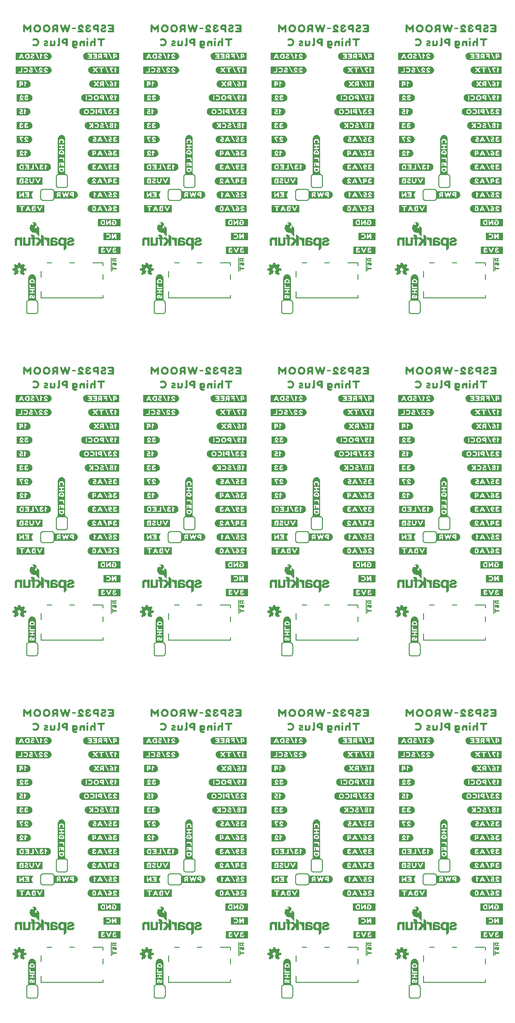
<source format=gbo>
G04 EAGLE Gerber RS-274X export*
G75*
%MOMM*%
%FSLAX34Y34*%
%LPD*%
%INSilkscreen Bottom*%
%IPPOS*%
%AMOC8*
5,1,8,0,0,1.08239X$1,22.5*%
G01*
%ADD10C,0.203200*%

G36*
X108677Y930616D02*
X108677Y930616D01*
X108687Y930612D01*
X109187Y930912D01*
X109195Y930931D01*
X109202Y930936D01*
X109199Y930940D01*
X109201Y930946D01*
X109211Y930954D01*
X109211Y997254D01*
X109208Y997258D01*
X109211Y997261D01*
X109111Y997961D01*
X109106Y997966D01*
X109109Y997970D01*
X108909Y998569D01*
X108709Y999268D01*
X108704Y999272D01*
X108706Y999276D01*
X108106Y1000476D01*
X108099Y1000479D01*
X108100Y1000485D01*
X107300Y1001485D01*
X107296Y1001486D01*
X107297Y1001489D01*
X106797Y1001989D01*
X106790Y1001990D01*
X106789Y1001995D01*
X106191Y1002394D01*
X105693Y1002792D01*
X105683Y1002793D01*
X105681Y1002799D01*
X104981Y1003099D01*
X104978Y1003099D01*
X104978Y1003101D01*
X103778Y1003501D01*
X103771Y1003499D01*
X103769Y1003503D01*
X103069Y1003603D01*
X103064Y1003600D01*
X103062Y1003603D01*
X101662Y1003603D01*
X101657Y1003600D01*
X101654Y1003603D01*
X101054Y1003503D01*
X101051Y1003499D01*
X101048Y1003501D01*
X100348Y1003301D01*
X100347Y1003300D01*
X100346Y1003301D01*
X99746Y1003101D01*
X99743Y1003096D01*
X99740Y1003098D01*
X99140Y1002798D01*
X99138Y1002794D01*
X99135Y1002795D01*
X97935Y1001995D01*
X97932Y1001988D01*
X97927Y1001989D01*
X97527Y1001589D01*
X97527Y1001585D01*
X97524Y1001586D01*
X97024Y1000986D01*
X97024Y1000985D01*
X96624Y1000485D01*
X96623Y1000477D01*
X96618Y1000476D01*
X96018Y999276D01*
X96018Y999273D01*
X96017Y999273D01*
X96019Y999271D01*
X96015Y999270D01*
X95815Y998670D01*
X95816Y998668D01*
X95815Y998668D01*
X95791Y998583D01*
X95748Y998435D01*
X95734Y998386D01*
X95692Y998238D01*
X95650Y998091D01*
X95636Y998041D01*
X95615Y997968D01*
X95617Y997963D01*
X95613Y997961D01*
X95513Y997261D01*
X95516Y997256D01*
X95513Y997254D01*
X95513Y931154D01*
X95524Y931139D01*
X95520Y931129D01*
X95820Y930629D01*
X95854Y930615D01*
X95862Y930605D01*
X108662Y930605D01*
X108677Y930616D01*
G37*
G36*
X576037Y303236D02*
X576037Y303236D01*
X576047Y303232D01*
X576547Y303532D01*
X576555Y303551D01*
X576562Y303556D01*
X576559Y303560D01*
X576561Y303566D01*
X576571Y303574D01*
X576571Y369874D01*
X576568Y369878D01*
X576571Y369881D01*
X576471Y370581D01*
X576466Y370586D01*
X576469Y370590D01*
X576269Y371189D01*
X576069Y371888D01*
X576064Y371892D01*
X576066Y371896D01*
X575466Y373096D01*
X575459Y373099D01*
X575460Y373105D01*
X574660Y374105D01*
X574656Y374106D01*
X574657Y374109D01*
X574157Y374609D01*
X574150Y374610D01*
X574149Y374615D01*
X573551Y375014D01*
X573053Y375412D01*
X573043Y375413D01*
X573041Y375419D01*
X572341Y375719D01*
X572338Y375719D01*
X572338Y375721D01*
X571138Y376121D01*
X571131Y376119D01*
X571129Y376123D01*
X570429Y376223D01*
X570424Y376220D01*
X570422Y376223D01*
X569022Y376223D01*
X569017Y376220D01*
X569014Y376223D01*
X568414Y376123D01*
X568411Y376119D01*
X568408Y376121D01*
X567708Y375921D01*
X567707Y375920D01*
X567706Y375921D01*
X567106Y375721D01*
X567103Y375716D01*
X567100Y375718D01*
X566500Y375418D01*
X566498Y375414D01*
X566495Y375415D01*
X565295Y374615D01*
X565292Y374608D01*
X565287Y374609D01*
X564887Y374209D01*
X564887Y374205D01*
X564884Y374206D01*
X564384Y373606D01*
X564384Y373605D01*
X563984Y373105D01*
X563983Y373097D01*
X563978Y373096D01*
X563378Y371896D01*
X563378Y371893D01*
X563377Y371893D01*
X563379Y371891D01*
X563375Y371890D01*
X563175Y371290D01*
X563176Y371288D01*
X563175Y371288D01*
X563151Y371203D01*
X563108Y371055D01*
X563094Y371006D01*
X563052Y370858D01*
X563010Y370711D01*
X562996Y370661D01*
X562975Y370588D01*
X562977Y370583D01*
X562973Y370581D01*
X562873Y369881D01*
X562876Y369876D01*
X562873Y369874D01*
X562873Y303774D01*
X562884Y303759D01*
X562880Y303749D01*
X563180Y303249D01*
X563214Y303235D01*
X563222Y303225D01*
X576022Y303225D01*
X576037Y303236D01*
G37*
G36*
X108677Y303236D02*
X108677Y303236D01*
X108687Y303232D01*
X109187Y303532D01*
X109195Y303551D01*
X109202Y303556D01*
X109199Y303560D01*
X109201Y303566D01*
X109211Y303574D01*
X109211Y369874D01*
X109208Y369878D01*
X109211Y369881D01*
X109111Y370581D01*
X109106Y370586D01*
X109109Y370590D01*
X108909Y371189D01*
X108709Y371888D01*
X108704Y371892D01*
X108706Y371896D01*
X108106Y373096D01*
X108099Y373099D01*
X108100Y373105D01*
X107300Y374105D01*
X107296Y374106D01*
X107297Y374109D01*
X106797Y374609D01*
X106790Y374610D01*
X106789Y374615D01*
X106191Y375014D01*
X105693Y375412D01*
X105683Y375413D01*
X105681Y375419D01*
X104981Y375719D01*
X104978Y375719D01*
X104978Y375721D01*
X103778Y376121D01*
X103771Y376119D01*
X103769Y376123D01*
X103069Y376223D01*
X103064Y376220D01*
X103062Y376223D01*
X101662Y376223D01*
X101657Y376220D01*
X101654Y376223D01*
X101054Y376123D01*
X101051Y376119D01*
X101048Y376121D01*
X100348Y375921D01*
X100347Y375920D01*
X100346Y375921D01*
X99746Y375721D01*
X99743Y375716D01*
X99740Y375718D01*
X99140Y375418D01*
X99138Y375414D01*
X99135Y375415D01*
X97935Y374615D01*
X97932Y374608D01*
X97927Y374609D01*
X97527Y374209D01*
X97527Y374205D01*
X97524Y374206D01*
X97024Y373606D01*
X97024Y373605D01*
X96624Y373105D01*
X96623Y373097D01*
X96618Y373096D01*
X96018Y371896D01*
X96018Y371893D01*
X96017Y371893D01*
X96019Y371891D01*
X96015Y371890D01*
X95815Y371290D01*
X95816Y371288D01*
X95815Y371288D01*
X95791Y371203D01*
X95748Y371055D01*
X95734Y371006D01*
X95692Y370858D01*
X95650Y370711D01*
X95636Y370661D01*
X95615Y370588D01*
X95617Y370583D01*
X95613Y370581D01*
X95513Y369881D01*
X95516Y369876D01*
X95513Y369874D01*
X95513Y303774D01*
X95524Y303759D01*
X95520Y303749D01*
X95820Y303249D01*
X95854Y303235D01*
X95862Y303225D01*
X108662Y303225D01*
X108677Y303236D01*
G37*
G36*
X342357Y303236D02*
X342357Y303236D01*
X342367Y303232D01*
X342867Y303532D01*
X342875Y303551D01*
X342882Y303556D01*
X342879Y303560D01*
X342881Y303566D01*
X342891Y303574D01*
X342891Y369874D01*
X342888Y369878D01*
X342891Y369881D01*
X342791Y370581D01*
X342786Y370586D01*
X342789Y370590D01*
X342589Y371189D01*
X342389Y371888D01*
X342384Y371892D01*
X342386Y371896D01*
X341786Y373096D01*
X341779Y373099D01*
X341780Y373105D01*
X340980Y374105D01*
X340976Y374106D01*
X340977Y374109D01*
X340477Y374609D01*
X340470Y374610D01*
X340469Y374615D01*
X339871Y375014D01*
X339373Y375412D01*
X339363Y375413D01*
X339361Y375419D01*
X338661Y375719D01*
X338658Y375719D01*
X338658Y375721D01*
X337458Y376121D01*
X337451Y376119D01*
X337449Y376123D01*
X336749Y376223D01*
X336744Y376220D01*
X336742Y376223D01*
X335342Y376223D01*
X335337Y376220D01*
X335334Y376223D01*
X334734Y376123D01*
X334731Y376119D01*
X334728Y376121D01*
X334028Y375921D01*
X334027Y375920D01*
X334026Y375921D01*
X333426Y375721D01*
X333423Y375716D01*
X333420Y375718D01*
X332820Y375418D01*
X332818Y375414D01*
X332815Y375415D01*
X331615Y374615D01*
X331612Y374608D01*
X331607Y374609D01*
X331207Y374209D01*
X331207Y374205D01*
X331204Y374206D01*
X330704Y373606D01*
X330704Y373605D01*
X330304Y373105D01*
X330303Y373097D01*
X330298Y373096D01*
X329698Y371896D01*
X329698Y371893D01*
X329697Y371893D01*
X329699Y371891D01*
X329695Y371890D01*
X329495Y371290D01*
X329496Y371288D01*
X329495Y371288D01*
X329471Y371203D01*
X329428Y371055D01*
X329414Y371006D01*
X329372Y370858D01*
X329330Y370711D01*
X329316Y370661D01*
X329295Y370588D01*
X329297Y370583D01*
X329293Y370581D01*
X329193Y369881D01*
X329196Y369876D01*
X329193Y369874D01*
X329193Y303774D01*
X329204Y303759D01*
X329200Y303749D01*
X329500Y303249D01*
X329534Y303235D01*
X329542Y303225D01*
X342342Y303225D01*
X342357Y303236D01*
G37*
G36*
X576037Y1557996D02*
X576037Y1557996D01*
X576047Y1557992D01*
X576547Y1558292D01*
X576555Y1558311D01*
X576562Y1558316D01*
X576559Y1558320D01*
X576561Y1558326D01*
X576571Y1558334D01*
X576571Y1624634D01*
X576568Y1624638D01*
X576571Y1624641D01*
X576471Y1625341D01*
X576466Y1625346D01*
X576469Y1625350D01*
X576269Y1625949D01*
X576069Y1626648D01*
X576064Y1626652D01*
X576066Y1626656D01*
X575466Y1627856D01*
X575459Y1627859D01*
X575460Y1627865D01*
X574660Y1628865D01*
X574656Y1628866D01*
X574657Y1628869D01*
X574157Y1629369D01*
X574150Y1629370D01*
X574149Y1629375D01*
X573551Y1629774D01*
X573053Y1630172D01*
X573043Y1630173D01*
X573041Y1630179D01*
X572341Y1630479D01*
X572338Y1630479D01*
X572338Y1630481D01*
X571138Y1630881D01*
X571131Y1630879D01*
X571129Y1630883D01*
X570429Y1630983D01*
X570424Y1630980D01*
X570422Y1630983D01*
X569022Y1630983D01*
X569017Y1630980D01*
X569014Y1630983D01*
X568414Y1630883D01*
X568411Y1630879D01*
X568408Y1630881D01*
X567708Y1630681D01*
X567707Y1630680D01*
X567706Y1630681D01*
X567106Y1630481D01*
X567103Y1630476D01*
X567100Y1630478D01*
X566500Y1630178D01*
X566498Y1630174D01*
X566495Y1630175D01*
X565295Y1629375D01*
X565292Y1629368D01*
X565287Y1629369D01*
X564887Y1628969D01*
X564887Y1628965D01*
X564884Y1628966D01*
X564384Y1628366D01*
X564384Y1628365D01*
X563984Y1627865D01*
X563983Y1627857D01*
X563978Y1627856D01*
X563378Y1626656D01*
X563378Y1626653D01*
X563377Y1626653D01*
X563379Y1626651D01*
X563375Y1626650D01*
X563175Y1626050D01*
X563176Y1626048D01*
X563175Y1626048D01*
X563151Y1625963D01*
X563108Y1625815D01*
X563094Y1625766D01*
X563052Y1625618D01*
X563010Y1625471D01*
X562996Y1625421D01*
X562975Y1625348D01*
X562977Y1625343D01*
X562973Y1625341D01*
X562873Y1624641D01*
X562876Y1624636D01*
X562873Y1624634D01*
X562873Y1558534D01*
X562884Y1558519D01*
X562880Y1558509D01*
X563180Y1558009D01*
X563214Y1557995D01*
X563222Y1557985D01*
X576022Y1557985D01*
X576037Y1557996D01*
G37*
G36*
X576037Y930616D02*
X576037Y930616D01*
X576047Y930612D01*
X576547Y930912D01*
X576555Y930931D01*
X576562Y930936D01*
X576559Y930940D01*
X576561Y930946D01*
X576571Y930954D01*
X576571Y997254D01*
X576568Y997258D01*
X576571Y997261D01*
X576471Y997961D01*
X576466Y997966D01*
X576469Y997970D01*
X576269Y998569D01*
X576069Y999268D01*
X576064Y999272D01*
X576066Y999276D01*
X575466Y1000476D01*
X575459Y1000479D01*
X575460Y1000485D01*
X574660Y1001485D01*
X574656Y1001486D01*
X574657Y1001489D01*
X574157Y1001989D01*
X574150Y1001990D01*
X574149Y1001995D01*
X573551Y1002394D01*
X573053Y1002792D01*
X573043Y1002793D01*
X573041Y1002799D01*
X572341Y1003099D01*
X572338Y1003099D01*
X572338Y1003101D01*
X571138Y1003501D01*
X571131Y1003499D01*
X571129Y1003503D01*
X570429Y1003603D01*
X570424Y1003600D01*
X570422Y1003603D01*
X569022Y1003603D01*
X569017Y1003600D01*
X569014Y1003603D01*
X568414Y1003503D01*
X568411Y1003499D01*
X568408Y1003501D01*
X567708Y1003301D01*
X567707Y1003300D01*
X567706Y1003301D01*
X567106Y1003101D01*
X567103Y1003096D01*
X567100Y1003098D01*
X566500Y1002798D01*
X566498Y1002794D01*
X566495Y1002795D01*
X565295Y1001995D01*
X565292Y1001988D01*
X565287Y1001989D01*
X564887Y1001589D01*
X564887Y1001585D01*
X564884Y1001586D01*
X564384Y1000986D01*
X564384Y1000985D01*
X563984Y1000485D01*
X563983Y1000477D01*
X563978Y1000476D01*
X563378Y999276D01*
X563378Y999273D01*
X563377Y999273D01*
X563379Y999271D01*
X563375Y999270D01*
X563175Y998670D01*
X563176Y998668D01*
X563175Y998668D01*
X563151Y998583D01*
X563108Y998435D01*
X563094Y998386D01*
X563052Y998238D01*
X563010Y998091D01*
X562996Y998041D01*
X562975Y997968D01*
X562977Y997963D01*
X562973Y997961D01*
X562873Y997261D01*
X562876Y997256D01*
X562873Y997254D01*
X562873Y931154D01*
X562884Y931139D01*
X562880Y931129D01*
X563180Y930629D01*
X563214Y930615D01*
X563222Y930605D01*
X576022Y930605D01*
X576037Y930616D01*
G37*
G36*
X809717Y1557996D02*
X809717Y1557996D01*
X809727Y1557992D01*
X810227Y1558292D01*
X810235Y1558311D01*
X810242Y1558316D01*
X810239Y1558320D01*
X810241Y1558326D01*
X810251Y1558334D01*
X810251Y1624634D01*
X810248Y1624638D01*
X810251Y1624641D01*
X810151Y1625341D01*
X810146Y1625346D01*
X810149Y1625350D01*
X809949Y1625949D01*
X809749Y1626648D01*
X809744Y1626652D01*
X809746Y1626656D01*
X809146Y1627856D01*
X809139Y1627859D01*
X809140Y1627865D01*
X808340Y1628865D01*
X808336Y1628866D01*
X808337Y1628869D01*
X807837Y1629369D01*
X807830Y1629370D01*
X807829Y1629375D01*
X807231Y1629774D01*
X806733Y1630172D01*
X806723Y1630173D01*
X806721Y1630179D01*
X806021Y1630479D01*
X806018Y1630479D01*
X806018Y1630481D01*
X804818Y1630881D01*
X804811Y1630879D01*
X804809Y1630883D01*
X804109Y1630983D01*
X804104Y1630980D01*
X804102Y1630983D01*
X802702Y1630983D01*
X802697Y1630980D01*
X802694Y1630983D01*
X802094Y1630883D01*
X802091Y1630879D01*
X802088Y1630881D01*
X801388Y1630681D01*
X801387Y1630680D01*
X801386Y1630681D01*
X800786Y1630481D01*
X800783Y1630476D01*
X800780Y1630478D01*
X800180Y1630178D01*
X800178Y1630174D01*
X800175Y1630175D01*
X798975Y1629375D01*
X798972Y1629368D01*
X798967Y1629369D01*
X798567Y1628969D01*
X798567Y1628965D01*
X798564Y1628966D01*
X798064Y1628366D01*
X798064Y1628365D01*
X797664Y1627865D01*
X797663Y1627857D01*
X797658Y1627856D01*
X797058Y1626656D01*
X797058Y1626653D01*
X797057Y1626653D01*
X797059Y1626651D01*
X797055Y1626650D01*
X796855Y1626050D01*
X796856Y1626048D01*
X796855Y1626048D01*
X796831Y1625963D01*
X796788Y1625815D01*
X796774Y1625766D01*
X796732Y1625618D01*
X796690Y1625471D01*
X796676Y1625421D01*
X796655Y1625348D01*
X796657Y1625343D01*
X796653Y1625341D01*
X796553Y1624641D01*
X796556Y1624636D01*
X796553Y1624634D01*
X796553Y1558534D01*
X796564Y1558519D01*
X796560Y1558509D01*
X796860Y1558009D01*
X796894Y1557995D01*
X796902Y1557985D01*
X809702Y1557985D01*
X809717Y1557996D01*
G37*
G36*
X809717Y303236D02*
X809717Y303236D01*
X809727Y303232D01*
X810227Y303532D01*
X810235Y303551D01*
X810242Y303556D01*
X810239Y303560D01*
X810241Y303566D01*
X810251Y303574D01*
X810251Y369874D01*
X810248Y369878D01*
X810251Y369881D01*
X810151Y370581D01*
X810146Y370586D01*
X810149Y370590D01*
X809949Y371189D01*
X809749Y371888D01*
X809744Y371892D01*
X809746Y371896D01*
X809146Y373096D01*
X809139Y373099D01*
X809140Y373105D01*
X808340Y374105D01*
X808336Y374106D01*
X808337Y374109D01*
X807837Y374609D01*
X807830Y374610D01*
X807829Y374615D01*
X807231Y375014D01*
X806733Y375412D01*
X806723Y375413D01*
X806721Y375419D01*
X806021Y375719D01*
X806018Y375719D01*
X806018Y375721D01*
X804818Y376121D01*
X804811Y376119D01*
X804809Y376123D01*
X804109Y376223D01*
X804104Y376220D01*
X804102Y376223D01*
X802702Y376223D01*
X802697Y376220D01*
X802694Y376223D01*
X802094Y376123D01*
X802091Y376119D01*
X802088Y376121D01*
X801388Y375921D01*
X801387Y375920D01*
X801386Y375921D01*
X800786Y375721D01*
X800783Y375716D01*
X800780Y375718D01*
X800180Y375418D01*
X800178Y375414D01*
X800175Y375415D01*
X798975Y374615D01*
X798972Y374608D01*
X798967Y374609D01*
X798567Y374209D01*
X798567Y374205D01*
X798564Y374206D01*
X798064Y373606D01*
X798064Y373605D01*
X797664Y373105D01*
X797663Y373097D01*
X797658Y373096D01*
X797058Y371896D01*
X797058Y371893D01*
X797057Y371893D01*
X797059Y371891D01*
X797055Y371890D01*
X796855Y371290D01*
X796856Y371288D01*
X796855Y371288D01*
X796831Y371203D01*
X796788Y371055D01*
X796774Y371006D01*
X796732Y370858D01*
X796690Y370711D01*
X796676Y370661D01*
X796655Y370588D01*
X796657Y370583D01*
X796653Y370581D01*
X796553Y369881D01*
X796556Y369876D01*
X796553Y369874D01*
X796553Y303774D01*
X796564Y303759D01*
X796560Y303749D01*
X796860Y303249D01*
X796894Y303235D01*
X796902Y303225D01*
X809702Y303225D01*
X809717Y303236D01*
G37*
G36*
X108677Y1557996D02*
X108677Y1557996D01*
X108687Y1557992D01*
X109187Y1558292D01*
X109195Y1558311D01*
X109202Y1558316D01*
X109199Y1558320D01*
X109201Y1558326D01*
X109211Y1558334D01*
X109211Y1624634D01*
X109208Y1624638D01*
X109211Y1624641D01*
X109111Y1625341D01*
X109106Y1625346D01*
X109109Y1625350D01*
X108909Y1625949D01*
X108709Y1626648D01*
X108704Y1626652D01*
X108706Y1626656D01*
X108106Y1627856D01*
X108099Y1627859D01*
X108100Y1627865D01*
X107300Y1628865D01*
X107296Y1628866D01*
X107297Y1628869D01*
X106797Y1629369D01*
X106790Y1629370D01*
X106789Y1629375D01*
X106191Y1629774D01*
X105693Y1630172D01*
X105683Y1630173D01*
X105681Y1630179D01*
X104981Y1630479D01*
X104978Y1630479D01*
X104978Y1630481D01*
X103778Y1630881D01*
X103771Y1630879D01*
X103769Y1630883D01*
X103069Y1630983D01*
X103064Y1630980D01*
X103062Y1630983D01*
X101662Y1630983D01*
X101657Y1630980D01*
X101654Y1630983D01*
X101054Y1630883D01*
X101051Y1630879D01*
X101048Y1630881D01*
X100348Y1630681D01*
X100347Y1630680D01*
X100346Y1630681D01*
X99746Y1630481D01*
X99743Y1630476D01*
X99740Y1630478D01*
X99140Y1630178D01*
X99138Y1630174D01*
X99135Y1630175D01*
X97935Y1629375D01*
X97932Y1629368D01*
X97927Y1629369D01*
X97527Y1628969D01*
X97527Y1628965D01*
X97524Y1628966D01*
X97024Y1628366D01*
X97024Y1628365D01*
X96624Y1627865D01*
X96623Y1627857D01*
X96618Y1627856D01*
X96018Y1626656D01*
X96018Y1626653D01*
X96017Y1626653D01*
X96019Y1626651D01*
X96015Y1626650D01*
X95815Y1626050D01*
X95816Y1626048D01*
X95815Y1626048D01*
X95791Y1625963D01*
X95748Y1625815D01*
X95734Y1625766D01*
X95692Y1625618D01*
X95650Y1625471D01*
X95636Y1625421D01*
X95615Y1625348D01*
X95617Y1625343D01*
X95613Y1625341D01*
X95513Y1624641D01*
X95516Y1624636D01*
X95513Y1624634D01*
X95513Y1558534D01*
X95524Y1558519D01*
X95520Y1558509D01*
X95820Y1558009D01*
X95854Y1557995D01*
X95862Y1557985D01*
X108662Y1557985D01*
X108677Y1557996D01*
G37*
G36*
X342357Y1557996D02*
X342357Y1557996D01*
X342367Y1557992D01*
X342867Y1558292D01*
X342875Y1558311D01*
X342882Y1558316D01*
X342879Y1558320D01*
X342881Y1558326D01*
X342891Y1558334D01*
X342891Y1624634D01*
X342888Y1624638D01*
X342891Y1624641D01*
X342791Y1625341D01*
X342786Y1625346D01*
X342789Y1625350D01*
X342589Y1625949D01*
X342389Y1626648D01*
X342384Y1626652D01*
X342386Y1626656D01*
X341786Y1627856D01*
X341779Y1627859D01*
X341780Y1627865D01*
X340980Y1628865D01*
X340976Y1628866D01*
X340977Y1628869D01*
X340477Y1629369D01*
X340470Y1629370D01*
X340469Y1629375D01*
X339871Y1629774D01*
X339373Y1630172D01*
X339363Y1630173D01*
X339361Y1630179D01*
X338661Y1630479D01*
X338658Y1630479D01*
X338658Y1630481D01*
X337458Y1630881D01*
X337451Y1630879D01*
X337449Y1630883D01*
X336749Y1630983D01*
X336744Y1630980D01*
X336742Y1630983D01*
X335342Y1630983D01*
X335337Y1630980D01*
X335334Y1630983D01*
X334734Y1630883D01*
X334731Y1630879D01*
X334728Y1630881D01*
X334028Y1630681D01*
X334027Y1630680D01*
X334026Y1630681D01*
X333426Y1630481D01*
X333423Y1630476D01*
X333420Y1630478D01*
X332820Y1630178D01*
X332818Y1630174D01*
X332815Y1630175D01*
X331615Y1629375D01*
X331612Y1629368D01*
X331607Y1629369D01*
X331207Y1628969D01*
X331207Y1628965D01*
X331204Y1628966D01*
X330704Y1628366D01*
X330704Y1628365D01*
X330304Y1627865D01*
X330303Y1627857D01*
X330298Y1627856D01*
X329698Y1626656D01*
X329698Y1626653D01*
X329697Y1626653D01*
X329699Y1626651D01*
X329695Y1626650D01*
X329495Y1626050D01*
X329496Y1626048D01*
X329495Y1626048D01*
X329471Y1625963D01*
X329428Y1625815D01*
X329414Y1625766D01*
X329372Y1625618D01*
X329330Y1625471D01*
X329316Y1625421D01*
X329295Y1625348D01*
X329297Y1625343D01*
X329293Y1625341D01*
X329193Y1624641D01*
X329196Y1624636D01*
X329193Y1624634D01*
X329193Y1558534D01*
X329204Y1558519D01*
X329200Y1558509D01*
X329500Y1558009D01*
X329534Y1557995D01*
X329542Y1557985D01*
X342342Y1557985D01*
X342357Y1557996D01*
G37*
G36*
X809717Y930616D02*
X809717Y930616D01*
X809727Y930612D01*
X810227Y930912D01*
X810235Y930931D01*
X810242Y930936D01*
X810239Y930940D01*
X810241Y930946D01*
X810251Y930954D01*
X810251Y997254D01*
X810248Y997258D01*
X810251Y997261D01*
X810151Y997961D01*
X810146Y997966D01*
X810149Y997970D01*
X809949Y998569D01*
X809749Y999268D01*
X809744Y999272D01*
X809746Y999276D01*
X809146Y1000476D01*
X809139Y1000479D01*
X809140Y1000485D01*
X808340Y1001485D01*
X808336Y1001486D01*
X808337Y1001489D01*
X807837Y1001989D01*
X807830Y1001990D01*
X807829Y1001995D01*
X807231Y1002394D01*
X806733Y1002792D01*
X806723Y1002793D01*
X806721Y1002799D01*
X806021Y1003099D01*
X806018Y1003099D01*
X806018Y1003101D01*
X804818Y1003501D01*
X804811Y1003499D01*
X804809Y1003503D01*
X804109Y1003603D01*
X804104Y1003600D01*
X804102Y1003603D01*
X802702Y1003603D01*
X802697Y1003600D01*
X802694Y1003603D01*
X802094Y1003503D01*
X802091Y1003499D01*
X802088Y1003501D01*
X801388Y1003301D01*
X801387Y1003300D01*
X801386Y1003301D01*
X800786Y1003101D01*
X800783Y1003096D01*
X800780Y1003098D01*
X800180Y1002798D01*
X800178Y1002794D01*
X800175Y1002795D01*
X798975Y1001995D01*
X798972Y1001988D01*
X798967Y1001989D01*
X798567Y1001589D01*
X798567Y1001585D01*
X798564Y1001586D01*
X798064Y1000986D01*
X798064Y1000985D01*
X797664Y1000485D01*
X797663Y1000477D01*
X797658Y1000476D01*
X797058Y999276D01*
X797058Y999273D01*
X797057Y999273D01*
X797059Y999271D01*
X797055Y999270D01*
X796855Y998670D01*
X796856Y998668D01*
X796855Y998668D01*
X796831Y998583D01*
X796788Y998435D01*
X796774Y998386D01*
X796732Y998238D01*
X796690Y998091D01*
X796676Y998041D01*
X796655Y997968D01*
X796657Y997963D01*
X796653Y997961D01*
X796553Y997261D01*
X796556Y997256D01*
X796553Y997254D01*
X796553Y931154D01*
X796564Y931139D01*
X796560Y931129D01*
X796860Y930629D01*
X796894Y930615D01*
X796902Y930605D01*
X809702Y930605D01*
X809717Y930616D01*
G37*
G36*
X342357Y930616D02*
X342357Y930616D01*
X342367Y930612D01*
X342867Y930912D01*
X342875Y930931D01*
X342882Y930936D01*
X342879Y930940D01*
X342881Y930946D01*
X342891Y930954D01*
X342891Y997254D01*
X342888Y997258D01*
X342891Y997261D01*
X342791Y997961D01*
X342786Y997966D01*
X342789Y997970D01*
X342589Y998569D01*
X342389Y999268D01*
X342384Y999272D01*
X342386Y999276D01*
X341786Y1000476D01*
X341779Y1000479D01*
X341780Y1000485D01*
X340980Y1001485D01*
X340976Y1001486D01*
X340977Y1001489D01*
X340477Y1001989D01*
X340470Y1001990D01*
X340469Y1001995D01*
X339871Y1002394D01*
X339373Y1002792D01*
X339363Y1002793D01*
X339361Y1002799D01*
X338661Y1003099D01*
X338658Y1003099D01*
X338658Y1003101D01*
X337458Y1003501D01*
X337451Y1003499D01*
X337449Y1003503D01*
X336749Y1003603D01*
X336744Y1003600D01*
X336742Y1003603D01*
X335342Y1003603D01*
X335337Y1003600D01*
X335334Y1003603D01*
X334734Y1003503D01*
X334731Y1003499D01*
X334728Y1003501D01*
X334028Y1003301D01*
X334027Y1003300D01*
X334026Y1003301D01*
X333426Y1003101D01*
X333423Y1003096D01*
X333420Y1003098D01*
X332820Y1002798D01*
X332818Y1002794D01*
X332815Y1002795D01*
X331615Y1001995D01*
X331612Y1001988D01*
X331607Y1001989D01*
X331207Y1001589D01*
X331207Y1001585D01*
X331204Y1001586D01*
X330704Y1000986D01*
X330704Y1000985D01*
X330304Y1000485D01*
X330303Y1000477D01*
X330298Y1000476D01*
X329698Y999276D01*
X329698Y999273D01*
X329697Y999273D01*
X329699Y999271D01*
X329695Y999270D01*
X329495Y998670D01*
X329496Y998668D01*
X329495Y998668D01*
X329471Y998583D01*
X329428Y998435D01*
X329414Y998386D01*
X329372Y998238D01*
X329330Y998091D01*
X329316Y998041D01*
X329295Y997968D01*
X329297Y997963D01*
X329293Y997961D01*
X329193Y997261D01*
X329196Y997256D01*
X329193Y997254D01*
X329193Y931154D01*
X329204Y931139D01*
X329200Y931129D01*
X329500Y930629D01*
X329534Y930615D01*
X329542Y930605D01*
X342342Y930605D01*
X342357Y930616D01*
G37*
G36*
X908507Y1039667D02*
X908507Y1039667D01*
X908502Y1039674D01*
X908509Y1039680D01*
X908509Y1053280D01*
X908473Y1053327D01*
X908466Y1053322D01*
X908460Y1053329D01*
X842060Y1053329D01*
X842056Y1053326D01*
X842053Y1053329D01*
X841353Y1053229D01*
X841348Y1053224D01*
X841344Y1053227D01*
X840745Y1053027D01*
X840046Y1052827D01*
X840042Y1052822D01*
X840038Y1052824D01*
X838838Y1052224D01*
X838836Y1052220D01*
X838833Y1052221D01*
X838233Y1051821D01*
X838232Y1051818D01*
X838229Y1051818D01*
X837729Y1051418D01*
X837727Y1051411D01*
X837722Y1051411D01*
X837322Y1050911D01*
X837321Y1050907D01*
X837319Y1050907D01*
X836920Y1050309D01*
X836522Y1049811D01*
X836521Y1049803D01*
X836516Y1049802D01*
X836216Y1049202D01*
X836216Y1049199D01*
X836215Y1049199D01*
X836217Y1049196D01*
X836217Y1049195D01*
X836213Y1049194D01*
X836172Y1049051D01*
X836158Y1049002D01*
X836116Y1048854D01*
X836073Y1048706D01*
X836059Y1048657D01*
X836017Y1048509D01*
X836013Y1048495D01*
X835813Y1047896D01*
X835815Y1047889D01*
X835811Y1047887D01*
X835711Y1047187D01*
X835714Y1047182D01*
X835711Y1047180D01*
X835711Y1045780D01*
X835714Y1045775D01*
X835711Y1045772D01*
X835811Y1045172D01*
X835815Y1045169D01*
X835813Y1045166D01*
X836013Y1044466D01*
X836014Y1044465D01*
X836013Y1044464D01*
X836213Y1043864D01*
X836218Y1043861D01*
X836216Y1043858D01*
X836816Y1042658D01*
X836824Y1042654D01*
X836822Y1042648D01*
X837322Y1042049D01*
X837722Y1041549D01*
X837729Y1041547D01*
X837729Y1041542D01*
X838229Y1041142D01*
X838233Y1041141D01*
X838233Y1041139D01*
X838833Y1040739D01*
X838837Y1040739D01*
X838838Y1040736D01*
X840038Y1040136D01*
X840043Y1040137D01*
X840044Y1040133D01*
X840644Y1039933D01*
X840646Y1039934D01*
X840646Y1039933D01*
X841346Y1039733D01*
X841351Y1039735D01*
X841353Y1039731D01*
X842053Y1039631D01*
X842058Y1039634D01*
X842060Y1039631D01*
X908460Y1039631D01*
X908507Y1039667D01*
G37*
G36*
X441147Y1039667D02*
X441147Y1039667D01*
X441142Y1039674D01*
X441149Y1039680D01*
X441149Y1053280D01*
X441113Y1053327D01*
X441106Y1053322D01*
X441100Y1053329D01*
X374700Y1053329D01*
X374696Y1053326D01*
X374693Y1053329D01*
X373993Y1053229D01*
X373988Y1053224D01*
X373984Y1053227D01*
X373385Y1053027D01*
X372686Y1052827D01*
X372682Y1052822D01*
X372678Y1052824D01*
X371478Y1052224D01*
X371476Y1052220D01*
X371473Y1052221D01*
X370873Y1051821D01*
X370872Y1051818D01*
X370869Y1051818D01*
X370369Y1051418D01*
X370367Y1051411D01*
X370362Y1051411D01*
X369962Y1050911D01*
X369961Y1050907D01*
X369959Y1050907D01*
X369560Y1050309D01*
X369162Y1049811D01*
X369161Y1049803D01*
X369156Y1049802D01*
X368856Y1049202D01*
X368856Y1049199D01*
X368855Y1049199D01*
X368857Y1049196D01*
X368857Y1049195D01*
X368853Y1049194D01*
X368812Y1049051D01*
X368798Y1049002D01*
X368756Y1048854D01*
X368713Y1048706D01*
X368699Y1048657D01*
X368657Y1048509D01*
X368653Y1048495D01*
X368453Y1047896D01*
X368455Y1047889D01*
X368451Y1047887D01*
X368351Y1047187D01*
X368354Y1047182D01*
X368351Y1047180D01*
X368351Y1045780D01*
X368354Y1045775D01*
X368351Y1045772D01*
X368451Y1045172D01*
X368455Y1045169D01*
X368453Y1045166D01*
X368653Y1044466D01*
X368654Y1044465D01*
X368653Y1044464D01*
X368853Y1043864D01*
X368858Y1043861D01*
X368856Y1043858D01*
X369456Y1042658D01*
X369464Y1042654D01*
X369462Y1042648D01*
X369962Y1042049D01*
X370362Y1041549D01*
X370369Y1041547D01*
X370369Y1041542D01*
X370869Y1041142D01*
X370873Y1041141D01*
X370873Y1041139D01*
X371473Y1040739D01*
X371477Y1040739D01*
X371478Y1040736D01*
X372678Y1040136D01*
X372683Y1040137D01*
X372684Y1040133D01*
X373284Y1039933D01*
X373286Y1039934D01*
X373286Y1039933D01*
X373986Y1039733D01*
X373991Y1039735D01*
X373993Y1039731D01*
X374693Y1039631D01*
X374698Y1039634D01*
X374700Y1039631D01*
X441100Y1039631D01*
X441147Y1039667D01*
G37*
G36*
X207467Y1039667D02*
X207467Y1039667D01*
X207462Y1039674D01*
X207469Y1039680D01*
X207469Y1053280D01*
X207433Y1053327D01*
X207426Y1053322D01*
X207420Y1053329D01*
X141020Y1053329D01*
X141016Y1053326D01*
X141013Y1053329D01*
X140313Y1053229D01*
X140308Y1053224D01*
X140304Y1053227D01*
X139705Y1053027D01*
X139006Y1052827D01*
X139002Y1052822D01*
X138998Y1052824D01*
X137798Y1052224D01*
X137796Y1052220D01*
X137793Y1052221D01*
X137193Y1051821D01*
X137192Y1051818D01*
X137189Y1051818D01*
X136689Y1051418D01*
X136687Y1051411D01*
X136682Y1051411D01*
X136282Y1050911D01*
X136281Y1050907D01*
X136279Y1050907D01*
X135880Y1050309D01*
X135482Y1049811D01*
X135481Y1049803D01*
X135476Y1049802D01*
X135176Y1049202D01*
X135176Y1049199D01*
X135175Y1049199D01*
X135177Y1049196D01*
X135177Y1049195D01*
X135173Y1049194D01*
X135132Y1049051D01*
X135118Y1049002D01*
X135076Y1048854D01*
X135033Y1048706D01*
X135019Y1048657D01*
X134977Y1048509D01*
X134973Y1048495D01*
X134773Y1047896D01*
X134775Y1047889D01*
X134771Y1047887D01*
X134671Y1047187D01*
X134674Y1047182D01*
X134671Y1047180D01*
X134671Y1045780D01*
X134674Y1045775D01*
X134671Y1045772D01*
X134771Y1045172D01*
X134775Y1045169D01*
X134773Y1045166D01*
X134973Y1044466D01*
X134974Y1044465D01*
X134973Y1044464D01*
X135173Y1043864D01*
X135178Y1043861D01*
X135176Y1043858D01*
X135776Y1042658D01*
X135784Y1042654D01*
X135782Y1042648D01*
X136282Y1042049D01*
X136682Y1041549D01*
X136689Y1041547D01*
X136689Y1041542D01*
X137189Y1041142D01*
X137193Y1041141D01*
X137193Y1041139D01*
X137793Y1040739D01*
X137797Y1040739D01*
X137798Y1040736D01*
X138998Y1040136D01*
X139003Y1040137D01*
X139004Y1040133D01*
X139604Y1039933D01*
X139606Y1039934D01*
X139606Y1039933D01*
X140306Y1039733D01*
X140311Y1039735D01*
X140313Y1039731D01*
X141013Y1039631D01*
X141018Y1039634D01*
X141020Y1039631D01*
X207420Y1039631D01*
X207467Y1039667D01*
G37*
G36*
X674827Y1039667D02*
X674827Y1039667D01*
X674822Y1039674D01*
X674829Y1039680D01*
X674829Y1053280D01*
X674793Y1053327D01*
X674786Y1053322D01*
X674780Y1053329D01*
X608380Y1053329D01*
X608376Y1053326D01*
X608373Y1053329D01*
X607673Y1053229D01*
X607668Y1053224D01*
X607664Y1053227D01*
X607065Y1053027D01*
X606366Y1052827D01*
X606362Y1052822D01*
X606358Y1052824D01*
X605158Y1052224D01*
X605156Y1052220D01*
X605153Y1052221D01*
X604553Y1051821D01*
X604552Y1051818D01*
X604549Y1051818D01*
X604049Y1051418D01*
X604047Y1051411D01*
X604042Y1051411D01*
X603642Y1050911D01*
X603641Y1050907D01*
X603639Y1050907D01*
X603240Y1050309D01*
X602842Y1049811D01*
X602841Y1049803D01*
X602836Y1049802D01*
X602536Y1049202D01*
X602536Y1049199D01*
X602535Y1049199D01*
X602537Y1049196D01*
X602537Y1049195D01*
X602533Y1049194D01*
X602492Y1049051D01*
X602478Y1049002D01*
X602436Y1048854D01*
X602393Y1048706D01*
X602379Y1048657D01*
X602337Y1048509D01*
X602333Y1048495D01*
X602133Y1047896D01*
X602135Y1047889D01*
X602131Y1047887D01*
X602031Y1047187D01*
X602034Y1047182D01*
X602031Y1047180D01*
X602031Y1045780D01*
X602034Y1045775D01*
X602031Y1045772D01*
X602131Y1045172D01*
X602135Y1045169D01*
X602133Y1045166D01*
X602333Y1044466D01*
X602334Y1044465D01*
X602333Y1044464D01*
X602533Y1043864D01*
X602538Y1043861D01*
X602536Y1043858D01*
X603136Y1042658D01*
X603144Y1042654D01*
X603142Y1042648D01*
X603642Y1042049D01*
X604042Y1041549D01*
X604049Y1041547D01*
X604049Y1041542D01*
X604549Y1041142D01*
X604553Y1041141D01*
X604553Y1041139D01*
X605153Y1040739D01*
X605157Y1040739D01*
X605158Y1040736D01*
X606358Y1040136D01*
X606363Y1040137D01*
X606364Y1040133D01*
X606964Y1039933D01*
X606966Y1039934D01*
X606966Y1039933D01*
X607666Y1039733D01*
X607671Y1039735D01*
X607673Y1039731D01*
X608373Y1039631D01*
X608378Y1039634D01*
X608380Y1039631D01*
X674780Y1039631D01*
X674827Y1039667D01*
G37*
G36*
X441147Y1667047D02*
X441147Y1667047D01*
X441142Y1667054D01*
X441149Y1667060D01*
X441149Y1680660D01*
X441113Y1680707D01*
X441106Y1680702D01*
X441100Y1680709D01*
X374700Y1680709D01*
X374696Y1680706D01*
X374693Y1680709D01*
X373993Y1680609D01*
X373988Y1680604D01*
X373984Y1680607D01*
X373385Y1680407D01*
X372686Y1680207D01*
X372682Y1680202D01*
X372678Y1680204D01*
X371478Y1679604D01*
X371476Y1679600D01*
X371473Y1679601D01*
X370873Y1679201D01*
X370872Y1679198D01*
X370869Y1679198D01*
X370369Y1678798D01*
X370367Y1678791D01*
X370362Y1678791D01*
X369962Y1678291D01*
X369961Y1678287D01*
X369959Y1678287D01*
X369560Y1677689D01*
X369162Y1677191D01*
X369161Y1677183D01*
X369156Y1677182D01*
X368856Y1676582D01*
X368856Y1676579D01*
X368855Y1676579D01*
X368857Y1676576D01*
X368857Y1676575D01*
X368853Y1676574D01*
X368840Y1676529D01*
X368798Y1676382D01*
X368784Y1676332D01*
X368742Y1676185D01*
X368699Y1676037D01*
X368685Y1675988D01*
X368653Y1675875D01*
X368453Y1675276D01*
X368455Y1675269D01*
X368451Y1675267D01*
X368351Y1674567D01*
X368354Y1674562D01*
X368351Y1674560D01*
X368351Y1673160D01*
X368354Y1673155D01*
X368351Y1673152D01*
X368451Y1672552D01*
X368455Y1672549D01*
X368453Y1672546D01*
X368653Y1671846D01*
X368654Y1671845D01*
X368653Y1671844D01*
X368853Y1671244D01*
X368858Y1671241D01*
X368856Y1671238D01*
X369456Y1670038D01*
X369464Y1670034D01*
X369462Y1670028D01*
X369962Y1669429D01*
X370362Y1668929D01*
X370369Y1668927D01*
X370369Y1668922D01*
X370869Y1668522D01*
X370873Y1668521D01*
X370873Y1668519D01*
X371473Y1668119D01*
X371477Y1668119D01*
X371478Y1668116D01*
X372678Y1667516D01*
X372683Y1667517D01*
X372684Y1667513D01*
X373284Y1667313D01*
X373286Y1667314D01*
X373286Y1667313D01*
X373986Y1667113D01*
X373991Y1667115D01*
X373993Y1667111D01*
X374693Y1667011D01*
X374698Y1667014D01*
X374700Y1667011D01*
X441100Y1667011D01*
X441147Y1667047D01*
G37*
G36*
X674827Y1667047D02*
X674827Y1667047D01*
X674822Y1667054D01*
X674829Y1667060D01*
X674829Y1680660D01*
X674793Y1680707D01*
X674786Y1680702D01*
X674780Y1680709D01*
X608380Y1680709D01*
X608376Y1680706D01*
X608373Y1680709D01*
X607673Y1680609D01*
X607668Y1680604D01*
X607664Y1680607D01*
X607065Y1680407D01*
X606366Y1680207D01*
X606362Y1680202D01*
X606358Y1680204D01*
X605158Y1679604D01*
X605156Y1679600D01*
X605153Y1679601D01*
X604553Y1679201D01*
X604552Y1679198D01*
X604549Y1679198D01*
X604049Y1678798D01*
X604047Y1678791D01*
X604042Y1678791D01*
X603642Y1678291D01*
X603641Y1678287D01*
X603639Y1678287D01*
X603240Y1677689D01*
X602842Y1677191D01*
X602841Y1677183D01*
X602836Y1677182D01*
X602536Y1676582D01*
X602536Y1676579D01*
X602535Y1676579D01*
X602537Y1676576D01*
X602537Y1676575D01*
X602533Y1676574D01*
X602520Y1676529D01*
X602478Y1676382D01*
X602464Y1676332D01*
X602422Y1676185D01*
X602379Y1676037D01*
X602365Y1675988D01*
X602333Y1675875D01*
X602133Y1675276D01*
X602135Y1675269D01*
X602131Y1675267D01*
X602031Y1674567D01*
X602034Y1674562D01*
X602031Y1674560D01*
X602031Y1673160D01*
X602034Y1673155D01*
X602031Y1673152D01*
X602131Y1672552D01*
X602135Y1672549D01*
X602133Y1672546D01*
X602333Y1671846D01*
X602334Y1671845D01*
X602333Y1671844D01*
X602533Y1671244D01*
X602538Y1671241D01*
X602536Y1671238D01*
X603136Y1670038D01*
X603144Y1670034D01*
X603142Y1670028D01*
X603642Y1669429D01*
X604042Y1668929D01*
X604049Y1668927D01*
X604049Y1668922D01*
X604549Y1668522D01*
X604553Y1668521D01*
X604553Y1668519D01*
X605153Y1668119D01*
X605157Y1668119D01*
X605158Y1668116D01*
X606358Y1667516D01*
X606363Y1667517D01*
X606364Y1667513D01*
X606964Y1667313D01*
X606966Y1667314D01*
X606966Y1667313D01*
X607666Y1667113D01*
X607671Y1667115D01*
X607673Y1667111D01*
X608373Y1667011D01*
X608378Y1667014D01*
X608380Y1667011D01*
X674780Y1667011D01*
X674827Y1667047D01*
G37*
G36*
X674827Y412287D02*
X674827Y412287D01*
X674822Y412294D01*
X674829Y412300D01*
X674829Y425900D01*
X674793Y425947D01*
X674786Y425942D01*
X674780Y425949D01*
X608380Y425949D01*
X608376Y425946D01*
X608373Y425949D01*
X607673Y425849D01*
X607668Y425844D01*
X607664Y425847D01*
X607065Y425647D01*
X606366Y425447D01*
X606362Y425442D01*
X606358Y425444D01*
X605158Y424844D01*
X605156Y424840D01*
X605153Y424841D01*
X604553Y424441D01*
X604552Y424438D01*
X604549Y424438D01*
X604049Y424038D01*
X604047Y424031D01*
X604042Y424031D01*
X603642Y423531D01*
X603641Y423527D01*
X603639Y423527D01*
X603240Y422929D01*
X602842Y422431D01*
X602841Y422423D01*
X602836Y422422D01*
X602536Y421822D01*
X602536Y421819D01*
X602535Y421819D01*
X602537Y421816D01*
X602537Y421815D01*
X602533Y421814D01*
X602520Y421769D01*
X602478Y421622D01*
X602464Y421572D01*
X602422Y421425D01*
X602379Y421277D01*
X602365Y421228D01*
X602333Y421115D01*
X602133Y420516D01*
X602135Y420509D01*
X602131Y420507D01*
X602031Y419807D01*
X602034Y419802D01*
X602031Y419800D01*
X602031Y418400D01*
X602034Y418395D01*
X602031Y418392D01*
X602131Y417792D01*
X602135Y417789D01*
X602133Y417786D01*
X602333Y417086D01*
X602334Y417085D01*
X602333Y417084D01*
X602533Y416484D01*
X602538Y416481D01*
X602536Y416478D01*
X603136Y415278D01*
X603144Y415274D01*
X603142Y415268D01*
X603642Y414669D01*
X604042Y414169D01*
X604049Y414167D01*
X604049Y414162D01*
X604549Y413762D01*
X604553Y413761D01*
X604553Y413759D01*
X605153Y413359D01*
X605157Y413359D01*
X605158Y413356D01*
X606358Y412756D01*
X606363Y412757D01*
X606364Y412753D01*
X606964Y412553D01*
X606966Y412554D01*
X606966Y412553D01*
X607666Y412353D01*
X607671Y412355D01*
X607673Y412351D01*
X608373Y412251D01*
X608378Y412254D01*
X608380Y412251D01*
X674780Y412251D01*
X674827Y412287D01*
G37*
G36*
X908507Y412287D02*
X908507Y412287D01*
X908502Y412294D01*
X908509Y412300D01*
X908509Y425900D01*
X908473Y425947D01*
X908466Y425942D01*
X908460Y425949D01*
X842060Y425949D01*
X842056Y425946D01*
X842053Y425949D01*
X841353Y425849D01*
X841348Y425844D01*
X841344Y425847D01*
X840745Y425647D01*
X840046Y425447D01*
X840042Y425442D01*
X840038Y425444D01*
X838838Y424844D01*
X838836Y424840D01*
X838833Y424841D01*
X838233Y424441D01*
X838232Y424438D01*
X838229Y424438D01*
X837729Y424038D01*
X837727Y424031D01*
X837722Y424031D01*
X837322Y423531D01*
X837321Y423527D01*
X837319Y423527D01*
X836920Y422929D01*
X836522Y422431D01*
X836521Y422423D01*
X836516Y422422D01*
X836216Y421822D01*
X836216Y421819D01*
X836215Y421819D01*
X836217Y421816D01*
X836217Y421815D01*
X836213Y421814D01*
X836200Y421769D01*
X836158Y421622D01*
X836144Y421572D01*
X836102Y421425D01*
X836059Y421277D01*
X836045Y421228D01*
X836013Y421115D01*
X835813Y420516D01*
X835815Y420509D01*
X835811Y420507D01*
X835711Y419807D01*
X835714Y419802D01*
X835711Y419800D01*
X835711Y418400D01*
X835714Y418395D01*
X835711Y418392D01*
X835811Y417792D01*
X835815Y417789D01*
X835813Y417786D01*
X836013Y417086D01*
X836014Y417085D01*
X836013Y417084D01*
X836213Y416484D01*
X836218Y416481D01*
X836216Y416478D01*
X836816Y415278D01*
X836824Y415274D01*
X836822Y415268D01*
X837322Y414669D01*
X837722Y414169D01*
X837729Y414167D01*
X837729Y414162D01*
X838229Y413762D01*
X838233Y413761D01*
X838233Y413759D01*
X838833Y413359D01*
X838837Y413359D01*
X838838Y413356D01*
X840038Y412756D01*
X840043Y412757D01*
X840044Y412753D01*
X840644Y412553D01*
X840646Y412554D01*
X840646Y412553D01*
X841346Y412353D01*
X841351Y412355D01*
X841353Y412351D01*
X842053Y412251D01*
X842058Y412254D01*
X842060Y412251D01*
X908460Y412251D01*
X908507Y412287D01*
G37*
G36*
X207467Y412287D02*
X207467Y412287D01*
X207462Y412294D01*
X207469Y412300D01*
X207469Y425900D01*
X207433Y425947D01*
X207426Y425942D01*
X207420Y425949D01*
X141020Y425949D01*
X141016Y425946D01*
X141013Y425949D01*
X140313Y425849D01*
X140308Y425844D01*
X140304Y425847D01*
X139705Y425647D01*
X139006Y425447D01*
X139002Y425442D01*
X138998Y425444D01*
X137798Y424844D01*
X137796Y424840D01*
X137793Y424841D01*
X137193Y424441D01*
X137192Y424438D01*
X137189Y424438D01*
X136689Y424038D01*
X136687Y424031D01*
X136682Y424031D01*
X136282Y423531D01*
X136281Y423527D01*
X136279Y423527D01*
X135880Y422929D01*
X135482Y422431D01*
X135481Y422423D01*
X135476Y422422D01*
X135176Y421822D01*
X135176Y421819D01*
X135175Y421819D01*
X135177Y421816D01*
X135177Y421815D01*
X135173Y421814D01*
X135160Y421769D01*
X135118Y421622D01*
X135104Y421572D01*
X135062Y421425D01*
X135019Y421277D01*
X135005Y421228D01*
X134973Y421115D01*
X134773Y420516D01*
X134775Y420509D01*
X134771Y420507D01*
X134671Y419807D01*
X134674Y419802D01*
X134671Y419800D01*
X134671Y418400D01*
X134674Y418395D01*
X134671Y418392D01*
X134771Y417792D01*
X134775Y417789D01*
X134773Y417786D01*
X134973Y417086D01*
X134974Y417085D01*
X134973Y417084D01*
X135173Y416484D01*
X135178Y416481D01*
X135176Y416478D01*
X135776Y415278D01*
X135784Y415274D01*
X135782Y415268D01*
X136282Y414669D01*
X136682Y414169D01*
X136689Y414167D01*
X136689Y414162D01*
X137189Y413762D01*
X137193Y413761D01*
X137193Y413759D01*
X137793Y413359D01*
X137797Y413359D01*
X137798Y413356D01*
X138998Y412756D01*
X139003Y412757D01*
X139004Y412753D01*
X139604Y412553D01*
X139606Y412554D01*
X139606Y412553D01*
X140306Y412353D01*
X140311Y412355D01*
X140313Y412351D01*
X141013Y412251D01*
X141018Y412254D01*
X141020Y412251D01*
X207420Y412251D01*
X207467Y412287D01*
G37*
G36*
X908507Y1667047D02*
X908507Y1667047D01*
X908502Y1667054D01*
X908509Y1667060D01*
X908509Y1680660D01*
X908473Y1680707D01*
X908466Y1680702D01*
X908460Y1680709D01*
X842060Y1680709D01*
X842056Y1680706D01*
X842053Y1680709D01*
X841353Y1680609D01*
X841348Y1680604D01*
X841344Y1680607D01*
X840745Y1680407D01*
X840046Y1680207D01*
X840042Y1680202D01*
X840038Y1680204D01*
X838838Y1679604D01*
X838836Y1679600D01*
X838833Y1679601D01*
X838233Y1679201D01*
X838232Y1679198D01*
X838229Y1679198D01*
X837729Y1678798D01*
X837727Y1678791D01*
X837722Y1678791D01*
X837322Y1678291D01*
X837321Y1678287D01*
X837319Y1678287D01*
X836920Y1677689D01*
X836522Y1677191D01*
X836521Y1677183D01*
X836516Y1677182D01*
X836216Y1676582D01*
X836216Y1676579D01*
X836215Y1676579D01*
X836217Y1676576D01*
X836217Y1676575D01*
X836213Y1676574D01*
X836200Y1676529D01*
X836158Y1676382D01*
X836144Y1676332D01*
X836102Y1676185D01*
X836059Y1676037D01*
X836045Y1675988D01*
X836013Y1675875D01*
X835813Y1675276D01*
X835815Y1675269D01*
X835811Y1675267D01*
X835711Y1674567D01*
X835714Y1674562D01*
X835711Y1674560D01*
X835711Y1673160D01*
X835714Y1673155D01*
X835711Y1673152D01*
X835811Y1672552D01*
X835815Y1672549D01*
X835813Y1672546D01*
X836013Y1671846D01*
X836014Y1671845D01*
X836013Y1671844D01*
X836213Y1671244D01*
X836218Y1671241D01*
X836216Y1671238D01*
X836816Y1670038D01*
X836824Y1670034D01*
X836822Y1670028D01*
X837322Y1669429D01*
X837722Y1668929D01*
X837729Y1668927D01*
X837729Y1668922D01*
X838229Y1668522D01*
X838233Y1668521D01*
X838233Y1668519D01*
X838833Y1668119D01*
X838837Y1668119D01*
X838838Y1668116D01*
X840038Y1667516D01*
X840043Y1667517D01*
X840044Y1667513D01*
X840644Y1667313D01*
X840646Y1667314D01*
X840646Y1667313D01*
X841346Y1667113D01*
X841351Y1667115D01*
X841353Y1667111D01*
X842053Y1667011D01*
X842058Y1667014D01*
X842060Y1667011D01*
X908460Y1667011D01*
X908507Y1667047D01*
G37*
G36*
X441147Y412287D02*
X441147Y412287D01*
X441142Y412294D01*
X441149Y412300D01*
X441149Y425900D01*
X441113Y425947D01*
X441106Y425942D01*
X441100Y425949D01*
X374700Y425949D01*
X374696Y425946D01*
X374693Y425949D01*
X373993Y425849D01*
X373988Y425844D01*
X373984Y425847D01*
X373385Y425647D01*
X372686Y425447D01*
X372682Y425442D01*
X372678Y425444D01*
X371478Y424844D01*
X371476Y424840D01*
X371473Y424841D01*
X370873Y424441D01*
X370872Y424438D01*
X370869Y424438D01*
X370369Y424038D01*
X370367Y424031D01*
X370362Y424031D01*
X369962Y423531D01*
X369961Y423527D01*
X369959Y423527D01*
X369560Y422929D01*
X369162Y422431D01*
X369161Y422423D01*
X369156Y422422D01*
X368856Y421822D01*
X368856Y421819D01*
X368855Y421819D01*
X368857Y421816D01*
X368857Y421815D01*
X368853Y421814D01*
X368840Y421769D01*
X368798Y421622D01*
X368784Y421572D01*
X368742Y421425D01*
X368699Y421277D01*
X368685Y421228D01*
X368653Y421115D01*
X368453Y420516D01*
X368455Y420509D01*
X368451Y420507D01*
X368351Y419807D01*
X368354Y419802D01*
X368351Y419800D01*
X368351Y418400D01*
X368354Y418395D01*
X368351Y418392D01*
X368451Y417792D01*
X368455Y417789D01*
X368453Y417786D01*
X368653Y417086D01*
X368654Y417085D01*
X368653Y417084D01*
X368853Y416484D01*
X368858Y416481D01*
X368856Y416478D01*
X369456Y415278D01*
X369464Y415274D01*
X369462Y415268D01*
X369962Y414669D01*
X370362Y414169D01*
X370369Y414167D01*
X370369Y414162D01*
X370869Y413762D01*
X370873Y413761D01*
X370873Y413759D01*
X371473Y413359D01*
X371477Y413359D01*
X371478Y413356D01*
X372678Y412756D01*
X372683Y412757D01*
X372684Y412753D01*
X373284Y412553D01*
X373286Y412554D01*
X373286Y412553D01*
X373986Y412353D01*
X373991Y412355D01*
X373993Y412351D01*
X374693Y412251D01*
X374698Y412254D01*
X374700Y412251D01*
X441100Y412251D01*
X441147Y412287D01*
G37*
G36*
X207467Y1667047D02*
X207467Y1667047D01*
X207462Y1667054D01*
X207469Y1667060D01*
X207469Y1680660D01*
X207433Y1680707D01*
X207426Y1680702D01*
X207420Y1680709D01*
X141020Y1680709D01*
X141016Y1680706D01*
X141013Y1680709D01*
X140313Y1680609D01*
X140308Y1680604D01*
X140304Y1680607D01*
X139705Y1680407D01*
X139006Y1680207D01*
X139002Y1680202D01*
X138998Y1680204D01*
X137798Y1679604D01*
X137796Y1679600D01*
X137793Y1679601D01*
X137193Y1679201D01*
X137192Y1679198D01*
X137189Y1679198D01*
X136689Y1678798D01*
X136687Y1678791D01*
X136682Y1678791D01*
X136282Y1678291D01*
X136281Y1678287D01*
X136279Y1678287D01*
X135880Y1677689D01*
X135482Y1677191D01*
X135481Y1677183D01*
X135476Y1677182D01*
X135176Y1676582D01*
X135176Y1676579D01*
X135175Y1676579D01*
X135177Y1676576D01*
X135177Y1676575D01*
X135173Y1676574D01*
X135160Y1676529D01*
X135118Y1676382D01*
X135104Y1676332D01*
X135062Y1676185D01*
X135019Y1676037D01*
X135005Y1675988D01*
X134973Y1675875D01*
X134773Y1675276D01*
X134775Y1675269D01*
X134771Y1675267D01*
X134671Y1674567D01*
X134674Y1674562D01*
X134671Y1674560D01*
X134671Y1673160D01*
X134674Y1673155D01*
X134671Y1673152D01*
X134771Y1672552D01*
X134775Y1672549D01*
X134773Y1672546D01*
X134973Y1671846D01*
X134974Y1671845D01*
X134973Y1671844D01*
X135173Y1671244D01*
X135178Y1671241D01*
X135176Y1671238D01*
X135776Y1670038D01*
X135784Y1670034D01*
X135782Y1670028D01*
X136282Y1669429D01*
X136682Y1668929D01*
X136689Y1668927D01*
X136689Y1668922D01*
X137189Y1668522D01*
X137193Y1668521D01*
X137193Y1668519D01*
X137793Y1668119D01*
X137797Y1668119D01*
X137798Y1668116D01*
X138998Y1667516D01*
X139003Y1667517D01*
X139004Y1667513D01*
X139604Y1667313D01*
X139606Y1667314D01*
X139606Y1667313D01*
X140306Y1667113D01*
X140311Y1667115D01*
X140313Y1667111D01*
X141013Y1667011D01*
X141018Y1667014D01*
X141020Y1667011D01*
X207420Y1667011D01*
X207467Y1667047D01*
G37*
G36*
X441047Y437687D02*
X441047Y437687D01*
X441045Y437690D01*
X441049Y437692D01*
X441149Y438292D01*
X441146Y438297D01*
X441149Y438300D01*
X441149Y451200D01*
X441113Y451247D01*
X441111Y451246D01*
X441110Y451248D01*
X440610Y451348D01*
X440603Y451345D01*
X440600Y451349D01*
X378200Y451349D01*
X378196Y451346D01*
X378193Y451349D01*
X377493Y451249D01*
X377489Y451245D01*
X377486Y451247D01*
X376786Y451047D01*
X376785Y451046D01*
X376784Y451047D01*
X375584Y450647D01*
X375579Y450639D01*
X375573Y450641D01*
X374373Y449841D01*
X374372Y449838D01*
X374369Y449838D01*
X373869Y449438D01*
X373868Y449434D01*
X373865Y449435D01*
X373365Y448935D01*
X373365Y448931D01*
X373362Y448931D01*
X372962Y448431D01*
X372961Y448423D01*
X372956Y448422D01*
X372056Y446622D01*
X372058Y446611D01*
X372051Y446607D01*
X371951Y445907D01*
X371851Y445208D01*
X371751Y444608D01*
X371757Y444598D01*
X371751Y444593D01*
X371851Y443897D01*
X371851Y443200D01*
X371857Y443192D01*
X371853Y443186D01*
X372053Y442486D01*
X372054Y442485D01*
X372053Y442484D01*
X372253Y441884D01*
X372258Y441881D01*
X372256Y441878D01*
X372556Y441278D01*
X372560Y441276D01*
X372559Y441273D01*
X372959Y440673D01*
X372962Y440672D01*
X372962Y440669D01*
X373762Y439669D01*
X373766Y439668D01*
X373765Y439665D01*
X374265Y439165D01*
X374272Y439164D01*
X374273Y439159D01*
X374873Y438759D01*
X374877Y438759D01*
X374878Y438756D01*
X376078Y438156D01*
X376083Y438157D01*
X376084Y438153D01*
X376684Y437953D01*
X376686Y437954D01*
X376686Y437953D01*
X377386Y437753D01*
X377391Y437755D01*
X377393Y437751D01*
X378093Y437651D01*
X378098Y437654D01*
X378100Y437651D01*
X441000Y437651D01*
X441047Y437687D01*
G37*
G36*
X674727Y1692447D02*
X674727Y1692447D01*
X674725Y1692450D01*
X674729Y1692452D01*
X674829Y1693052D01*
X674826Y1693057D01*
X674829Y1693060D01*
X674829Y1705960D01*
X674793Y1706007D01*
X674791Y1706006D01*
X674790Y1706008D01*
X674290Y1706108D01*
X674283Y1706105D01*
X674280Y1706109D01*
X611880Y1706109D01*
X611876Y1706106D01*
X611873Y1706109D01*
X611173Y1706009D01*
X611169Y1706005D01*
X611166Y1706007D01*
X610466Y1705807D01*
X610465Y1705806D01*
X610464Y1705807D01*
X609264Y1705407D01*
X609259Y1705399D01*
X609253Y1705401D01*
X608053Y1704601D01*
X608052Y1704598D01*
X608049Y1704598D01*
X607549Y1704198D01*
X607548Y1704194D01*
X607545Y1704195D01*
X607045Y1703695D01*
X607045Y1703691D01*
X607042Y1703691D01*
X606642Y1703191D01*
X606641Y1703183D01*
X606636Y1703182D01*
X605736Y1701382D01*
X605738Y1701371D01*
X605731Y1701367D01*
X605631Y1700667D01*
X605531Y1699968D01*
X605431Y1699368D01*
X605437Y1699358D01*
X605431Y1699353D01*
X605531Y1698657D01*
X605531Y1697960D01*
X605537Y1697952D01*
X605533Y1697946D01*
X605733Y1697246D01*
X605734Y1697245D01*
X605733Y1697244D01*
X605933Y1696644D01*
X605938Y1696641D01*
X605936Y1696638D01*
X606236Y1696038D01*
X606240Y1696036D01*
X606239Y1696033D01*
X606639Y1695433D01*
X606642Y1695432D01*
X606642Y1695429D01*
X607442Y1694429D01*
X607446Y1694428D01*
X607445Y1694425D01*
X607945Y1693925D01*
X607952Y1693924D01*
X607953Y1693919D01*
X608553Y1693519D01*
X608557Y1693519D01*
X608558Y1693516D01*
X609758Y1692916D01*
X609763Y1692917D01*
X609764Y1692913D01*
X610364Y1692713D01*
X610366Y1692714D01*
X610366Y1692713D01*
X611066Y1692513D01*
X611071Y1692515D01*
X611073Y1692511D01*
X611773Y1692411D01*
X611778Y1692414D01*
X611780Y1692411D01*
X674680Y1692411D01*
X674727Y1692447D01*
G37*
G36*
X207367Y437687D02*
X207367Y437687D01*
X207365Y437690D01*
X207369Y437692D01*
X207469Y438292D01*
X207466Y438297D01*
X207469Y438300D01*
X207469Y451200D01*
X207433Y451247D01*
X207431Y451246D01*
X207430Y451248D01*
X206930Y451348D01*
X206923Y451345D01*
X206920Y451349D01*
X144520Y451349D01*
X144516Y451346D01*
X144513Y451349D01*
X143813Y451249D01*
X143809Y451245D01*
X143806Y451247D01*
X143106Y451047D01*
X143105Y451046D01*
X143104Y451047D01*
X141904Y450647D01*
X141899Y450639D01*
X141893Y450641D01*
X140693Y449841D01*
X140692Y449838D01*
X140689Y449838D01*
X140189Y449438D01*
X140188Y449434D01*
X140185Y449435D01*
X139685Y448935D01*
X139685Y448931D01*
X139682Y448931D01*
X139282Y448431D01*
X139281Y448423D01*
X139276Y448422D01*
X138376Y446622D01*
X138378Y446611D01*
X138371Y446607D01*
X138271Y445907D01*
X138171Y445208D01*
X138071Y444608D01*
X138077Y444598D01*
X138071Y444593D01*
X138171Y443897D01*
X138171Y443200D01*
X138177Y443192D01*
X138173Y443186D01*
X138373Y442486D01*
X138374Y442485D01*
X138373Y442484D01*
X138573Y441884D01*
X138578Y441881D01*
X138576Y441878D01*
X138876Y441278D01*
X138880Y441276D01*
X138879Y441273D01*
X139279Y440673D01*
X139282Y440672D01*
X139282Y440669D01*
X140082Y439669D01*
X140086Y439668D01*
X140085Y439665D01*
X140585Y439165D01*
X140592Y439164D01*
X140593Y439159D01*
X141193Y438759D01*
X141197Y438759D01*
X141198Y438756D01*
X142398Y438156D01*
X142403Y438157D01*
X142404Y438153D01*
X143004Y437953D01*
X143006Y437954D01*
X143006Y437953D01*
X143706Y437753D01*
X143711Y437755D01*
X143713Y437751D01*
X144413Y437651D01*
X144418Y437654D01*
X144420Y437651D01*
X207320Y437651D01*
X207367Y437687D01*
G37*
G36*
X441047Y1065067D02*
X441047Y1065067D01*
X441045Y1065070D01*
X441049Y1065072D01*
X441149Y1065672D01*
X441146Y1065677D01*
X441149Y1065680D01*
X441149Y1078580D01*
X441113Y1078627D01*
X441111Y1078626D01*
X441110Y1078628D01*
X440610Y1078728D01*
X440603Y1078725D01*
X440600Y1078729D01*
X378200Y1078729D01*
X378196Y1078726D01*
X378193Y1078729D01*
X377493Y1078629D01*
X377489Y1078625D01*
X377486Y1078627D01*
X376786Y1078427D01*
X376785Y1078426D01*
X376784Y1078427D01*
X375584Y1078027D01*
X375579Y1078019D01*
X375573Y1078021D01*
X374373Y1077221D01*
X374372Y1077218D01*
X374369Y1077218D01*
X373869Y1076818D01*
X373868Y1076814D01*
X373865Y1076815D01*
X373365Y1076315D01*
X373365Y1076311D01*
X373362Y1076311D01*
X372962Y1075811D01*
X372961Y1075803D01*
X372956Y1075802D01*
X372056Y1074002D01*
X372058Y1073991D01*
X372051Y1073987D01*
X371951Y1073287D01*
X371851Y1072588D01*
X371751Y1071988D01*
X371757Y1071978D01*
X371751Y1071973D01*
X371851Y1071277D01*
X371851Y1070580D01*
X371857Y1070572D01*
X371853Y1070566D01*
X372053Y1069866D01*
X372054Y1069865D01*
X372053Y1069864D01*
X372253Y1069264D01*
X372258Y1069261D01*
X372256Y1069258D01*
X372556Y1068658D01*
X372560Y1068656D01*
X372559Y1068653D01*
X372959Y1068053D01*
X372962Y1068052D01*
X372962Y1068049D01*
X373762Y1067049D01*
X373766Y1067048D01*
X373765Y1067045D01*
X374265Y1066545D01*
X374272Y1066544D01*
X374273Y1066539D01*
X374873Y1066139D01*
X374877Y1066139D01*
X374878Y1066136D01*
X376078Y1065536D01*
X376083Y1065537D01*
X376084Y1065533D01*
X376684Y1065333D01*
X376686Y1065334D01*
X376686Y1065333D01*
X377386Y1065133D01*
X377391Y1065135D01*
X377393Y1065131D01*
X378093Y1065031D01*
X378098Y1065034D01*
X378100Y1065031D01*
X441000Y1065031D01*
X441047Y1065067D01*
G37*
G36*
X674727Y1065067D02*
X674727Y1065067D01*
X674725Y1065070D01*
X674729Y1065072D01*
X674829Y1065672D01*
X674826Y1065677D01*
X674829Y1065680D01*
X674829Y1078580D01*
X674793Y1078627D01*
X674791Y1078626D01*
X674790Y1078628D01*
X674290Y1078728D01*
X674283Y1078725D01*
X674280Y1078729D01*
X611880Y1078729D01*
X611876Y1078726D01*
X611873Y1078729D01*
X611173Y1078629D01*
X611169Y1078625D01*
X611166Y1078627D01*
X610466Y1078427D01*
X610465Y1078426D01*
X610464Y1078427D01*
X609264Y1078027D01*
X609259Y1078019D01*
X609253Y1078021D01*
X608053Y1077221D01*
X608052Y1077218D01*
X608049Y1077218D01*
X607549Y1076818D01*
X607548Y1076814D01*
X607545Y1076815D01*
X607045Y1076315D01*
X607045Y1076311D01*
X607042Y1076311D01*
X606642Y1075811D01*
X606641Y1075803D01*
X606636Y1075802D01*
X605736Y1074002D01*
X605738Y1073991D01*
X605731Y1073987D01*
X605631Y1073287D01*
X605531Y1072588D01*
X605431Y1071988D01*
X605437Y1071978D01*
X605431Y1071973D01*
X605531Y1071277D01*
X605531Y1070580D01*
X605537Y1070572D01*
X605533Y1070566D01*
X605733Y1069866D01*
X605734Y1069865D01*
X605733Y1069864D01*
X605933Y1069264D01*
X605938Y1069261D01*
X605936Y1069258D01*
X606236Y1068658D01*
X606240Y1068656D01*
X606239Y1068653D01*
X606639Y1068053D01*
X606642Y1068052D01*
X606642Y1068049D01*
X607442Y1067049D01*
X607446Y1067048D01*
X607445Y1067045D01*
X607945Y1066545D01*
X607952Y1066544D01*
X607953Y1066539D01*
X608553Y1066139D01*
X608557Y1066139D01*
X608558Y1066136D01*
X609758Y1065536D01*
X609763Y1065537D01*
X609764Y1065533D01*
X610364Y1065333D01*
X610366Y1065334D01*
X610366Y1065333D01*
X611066Y1065133D01*
X611071Y1065135D01*
X611073Y1065131D01*
X611773Y1065031D01*
X611778Y1065034D01*
X611780Y1065031D01*
X674680Y1065031D01*
X674727Y1065067D01*
G37*
G36*
X441047Y1692447D02*
X441047Y1692447D01*
X441045Y1692450D01*
X441049Y1692452D01*
X441149Y1693052D01*
X441146Y1693057D01*
X441149Y1693060D01*
X441149Y1705960D01*
X441113Y1706007D01*
X441111Y1706006D01*
X441110Y1706008D01*
X440610Y1706108D01*
X440603Y1706105D01*
X440600Y1706109D01*
X378200Y1706109D01*
X378196Y1706106D01*
X378193Y1706109D01*
X377493Y1706009D01*
X377489Y1706005D01*
X377486Y1706007D01*
X376786Y1705807D01*
X376785Y1705806D01*
X376784Y1705807D01*
X375584Y1705407D01*
X375579Y1705399D01*
X375573Y1705401D01*
X374373Y1704601D01*
X374372Y1704598D01*
X374369Y1704598D01*
X373869Y1704198D01*
X373868Y1704194D01*
X373865Y1704195D01*
X373365Y1703695D01*
X373365Y1703691D01*
X373362Y1703691D01*
X372962Y1703191D01*
X372961Y1703183D01*
X372956Y1703182D01*
X372056Y1701382D01*
X372058Y1701371D01*
X372051Y1701367D01*
X371951Y1700667D01*
X371851Y1699968D01*
X371751Y1699368D01*
X371757Y1699358D01*
X371751Y1699353D01*
X371851Y1698657D01*
X371851Y1697960D01*
X371857Y1697952D01*
X371853Y1697946D01*
X372053Y1697246D01*
X372054Y1697245D01*
X372053Y1697244D01*
X372253Y1696644D01*
X372258Y1696641D01*
X372256Y1696638D01*
X372556Y1696038D01*
X372560Y1696036D01*
X372559Y1696033D01*
X372959Y1695433D01*
X372962Y1695432D01*
X372962Y1695429D01*
X373762Y1694429D01*
X373766Y1694428D01*
X373765Y1694425D01*
X374265Y1693925D01*
X374272Y1693924D01*
X374273Y1693919D01*
X374873Y1693519D01*
X374877Y1693519D01*
X374878Y1693516D01*
X376078Y1692916D01*
X376083Y1692917D01*
X376084Y1692913D01*
X376684Y1692713D01*
X376686Y1692714D01*
X376686Y1692713D01*
X377386Y1692513D01*
X377391Y1692515D01*
X377393Y1692511D01*
X378093Y1692411D01*
X378098Y1692414D01*
X378100Y1692411D01*
X441000Y1692411D01*
X441047Y1692447D01*
G37*
G36*
X908407Y1692447D02*
X908407Y1692447D01*
X908405Y1692450D01*
X908409Y1692452D01*
X908509Y1693052D01*
X908506Y1693057D01*
X908509Y1693060D01*
X908509Y1705960D01*
X908473Y1706007D01*
X908471Y1706006D01*
X908470Y1706008D01*
X907970Y1706108D01*
X907963Y1706105D01*
X907960Y1706109D01*
X845560Y1706109D01*
X845556Y1706106D01*
X845553Y1706109D01*
X844853Y1706009D01*
X844849Y1706005D01*
X844846Y1706007D01*
X844146Y1705807D01*
X844145Y1705806D01*
X844144Y1705807D01*
X842944Y1705407D01*
X842939Y1705399D01*
X842933Y1705401D01*
X841733Y1704601D01*
X841732Y1704598D01*
X841729Y1704598D01*
X841229Y1704198D01*
X841228Y1704194D01*
X841225Y1704195D01*
X840725Y1703695D01*
X840725Y1703691D01*
X840722Y1703691D01*
X840322Y1703191D01*
X840321Y1703183D01*
X840316Y1703182D01*
X839416Y1701382D01*
X839418Y1701371D01*
X839411Y1701367D01*
X839311Y1700667D01*
X839211Y1699968D01*
X839111Y1699368D01*
X839117Y1699358D01*
X839111Y1699353D01*
X839211Y1698657D01*
X839211Y1697960D01*
X839217Y1697952D01*
X839213Y1697946D01*
X839413Y1697246D01*
X839414Y1697245D01*
X839413Y1697244D01*
X839613Y1696644D01*
X839618Y1696641D01*
X839616Y1696638D01*
X839916Y1696038D01*
X839920Y1696036D01*
X839919Y1696033D01*
X840319Y1695433D01*
X840322Y1695432D01*
X840322Y1695429D01*
X841122Y1694429D01*
X841126Y1694428D01*
X841125Y1694425D01*
X841625Y1693925D01*
X841632Y1693924D01*
X841633Y1693919D01*
X842233Y1693519D01*
X842237Y1693519D01*
X842238Y1693516D01*
X843438Y1692916D01*
X843443Y1692917D01*
X843444Y1692913D01*
X844044Y1692713D01*
X844046Y1692714D01*
X844046Y1692713D01*
X844746Y1692513D01*
X844751Y1692515D01*
X844753Y1692511D01*
X845453Y1692411D01*
X845458Y1692414D01*
X845460Y1692411D01*
X908360Y1692411D01*
X908407Y1692447D01*
G37*
G36*
X207367Y1692447D02*
X207367Y1692447D01*
X207365Y1692450D01*
X207369Y1692452D01*
X207469Y1693052D01*
X207466Y1693057D01*
X207469Y1693060D01*
X207469Y1705960D01*
X207433Y1706007D01*
X207431Y1706006D01*
X207430Y1706008D01*
X206930Y1706108D01*
X206923Y1706105D01*
X206920Y1706109D01*
X144520Y1706109D01*
X144516Y1706106D01*
X144513Y1706109D01*
X143813Y1706009D01*
X143809Y1706005D01*
X143806Y1706007D01*
X143106Y1705807D01*
X143105Y1705806D01*
X143104Y1705807D01*
X141904Y1705407D01*
X141899Y1705399D01*
X141893Y1705401D01*
X140693Y1704601D01*
X140692Y1704598D01*
X140689Y1704598D01*
X140189Y1704198D01*
X140188Y1704194D01*
X140185Y1704195D01*
X139685Y1703695D01*
X139685Y1703691D01*
X139682Y1703691D01*
X139282Y1703191D01*
X139281Y1703183D01*
X139276Y1703182D01*
X138376Y1701382D01*
X138378Y1701371D01*
X138371Y1701367D01*
X138271Y1700667D01*
X138171Y1699968D01*
X138071Y1699368D01*
X138077Y1699358D01*
X138071Y1699353D01*
X138171Y1698657D01*
X138171Y1697960D01*
X138177Y1697952D01*
X138173Y1697946D01*
X138373Y1697246D01*
X138374Y1697245D01*
X138373Y1697244D01*
X138573Y1696644D01*
X138578Y1696641D01*
X138576Y1696638D01*
X138876Y1696038D01*
X138880Y1696036D01*
X138879Y1696033D01*
X139279Y1695433D01*
X139282Y1695432D01*
X139282Y1695429D01*
X140082Y1694429D01*
X140086Y1694428D01*
X140085Y1694425D01*
X140585Y1693925D01*
X140592Y1693924D01*
X140593Y1693919D01*
X141193Y1693519D01*
X141197Y1693519D01*
X141198Y1693516D01*
X142398Y1692916D01*
X142403Y1692917D01*
X142404Y1692913D01*
X143004Y1692713D01*
X143006Y1692714D01*
X143006Y1692713D01*
X143706Y1692513D01*
X143711Y1692515D01*
X143713Y1692511D01*
X144413Y1692411D01*
X144418Y1692414D01*
X144420Y1692411D01*
X207320Y1692411D01*
X207367Y1692447D01*
G37*
G36*
X207367Y1065067D02*
X207367Y1065067D01*
X207365Y1065070D01*
X207369Y1065072D01*
X207469Y1065672D01*
X207466Y1065677D01*
X207469Y1065680D01*
X207469Y1078580D01*
X207433Y1078627D01*
X207431Y1078626D01*
X207430Y1078628D01*
X206930Y1078728D01*
X206923Y1078725D01*
X206920Y1078729D01*
X144520Y1078729D01*
X144516Y1078726D01*
X144513Y1078729D01*
X143813Y1078629D01*
X143809Y1078625D01*
X143806Y1078627D01*
X143106Y1078427D01*
X143105Y1078426D01*
X143104Y1078427D01*
X141904Y1078027D01*
X141899Y1078019D01*
X141893Y1078021D01*
X140693Y1077221D01*
X140692Y1077218D01*
X140689Y1077218D01*
X140189Y1076818D01*
X140188Y1076814D01*
X140185Y1076815D01*
X139685Y1076315D01*
X139685Y1076311D01*
X139682Y1076311D01*
X139282Y1075811D01*
X139281Y1075803D01*
X139276Y1075802D01*
X138376Y1074002D01*
X138378Y1073991D01*
X138371Y1073987D01*
X138271Y1073287D01*
X138171Y1072588D01*
X138071Y1071988D01*
X138077Y1071978D01*
X138071Y1071973D01*
X138171Y1071277D01*
X138171Y1070580D01*
X138177Y1070572D01*
X138173Y1070566D01*
X138373Y1069866D01*
X138374Y1069865D01*
X138373Y1069864D01*
X138573Y1069264D01*
X138578Y1069261D01*
X138576Y1069258D01*
X138876Y1068658D01*
X138880Y1068656D01*
X138879Y1068653D01*
X139279Y1068053D01*
X139282Y1068052D01*
X139282Y1068049D01*
X140082Y1067049D01*
X140086Y1067048D01*
X140085Y1067045D01*
X140585Y1066545D01*
X140592Y1066544D01*
X140593Y1066539D01*
X141193Y1066139D01*
X141197Y1066139D01*
X141198Y1066136D01*
X142398Y1065536D01*
X142403Y1065537D01*
X142404Y1065533D01*
X143004Y1065333D01*
X143006Y1065334D01*
X143006Y1065333D01*
X143706Y1065133D01*
X143711Y1065135D01*
X143713Y1065131D01*
X144413Y1065031D01*
X144418Y1065034D01*
X144420Y1065031D01*
X207320Y1065031D01*
X207367Y1065067D01*
G37*
G36*
X908407Y437687D02*
X908407Y437687D01*
X908405Y437690D01*
X908409Y437692D01*
X908509Y438292D01*
X908506Y438297D01*
X908509Y438300D01*
X908509Y451200D01*
X908473Y451247D01*
X908471Y451246D01*
X908470Y451248D01*
X907970Y451348D01*
X907963Y451345D01*
X907960Y451349D01*
X845560Y451349D01*
X845556Y451346D01*
X845553Y451349D01*
X844853Y451249D01*
X844849Y451245D01*
X844846Y451247D01*
X844146Y451047D01*
X844145Y451046D01*
X844144Y451047D01*
X842944Y450647D01*
X842939Y450639D01*
X842933Y450641D01*
X841733Y449841D01*
X841732Y449838D01*
X841729Y449838D01*
X841229Y449438D01*
X841228Y449434D01*
X841225Y449435D01*
X840725Y448935D01*
X840725Y448931D01*
X840722Y448931D01*
X840322Y448431D01*
X840321Y448423D01*
X840316Y448422D01*
X839416Y446622D01*
X839418Y446611D01*
X839411Y446607D01*
X839311Y445907D01*
X839211Y445208D01*
X839111Y444608D01*
X839117Y444598D01*
X839111Y444593D01*
X839211Y443897D01*
X839211Y443200D01*
X839217Y443192D01*
X839213Y443186D01*
X839413Y442486D01*
X839414Y442485D01*
X839413Y442484D01*
X839613Y441884D01*
X839618Y441881D01*
X839616Y441878D01*
X839916Y441278D01*
X839920Y441276D01*
X839919Y441273D01*
X840319Y440673D01*
X840322Y440672D01*
X840322Y440669D01*
X841122Y439669D01*
X841126Y439668D01*
X841125Y439665D01*
X841625Y439165D01*
X841632Y439164D01*
X841633Y439159D01*
X842233Y438759D01*
X842237Y438759D01*
X842238Y438756D01*
X843438Y438156D01*
X843443Y438157D01*
X843444Y438153D01*
X844044Y437953D01*
X844046Y437954D01*
X844046Y437953D01*
X844746Y437753D01*
X844751Y437755D01*
X844753Y437751D01*
X845453Y437651D01*
X845458Y437654D01*
X845460Y437651D01*
X908360Y437651D01*
X908407Y437687D01*
G37*
G36*
X674727Y437687D02*
X674727Y437687D01*
X674725Y437690D01*
X674729Y437692D01*
X674829Y438292D01*
X674826Y438297D01*
X674829Y438300D01*
X674829Y451200D01*
X674793Y451247D01*
X674791Y451246D01*
X674790Y451248D01*
X674290Y451348D01*
X674283Y451345D01*
X674280Y451349D01*
X611880Y451349D01*
X611876Y451346D01*
X611873Y451349D01*
X611173Y451249D01*
X611169Y451245D01*
X611166Y451247D01*
X610466Y451047D01*
X610465Y451046D01*
X610464Y451047D01*
X609264Y450647D01*
X609259Y450639D01*
X609253Y450641D01*
X608053Y449841D01*
X608052Y449838D01*
X608049Y449838D01*
X607549Y449438D01*
X607548Y449434D01*
X607545Y449435D01*
X607045Y448935D01*
X607045Y448931D01*
X607042Y448931D01*
X606642Y448431D01*
X606641Y448423D01*
X606636Y448422D01*
X605736Y446622D01*
X605738Y446611D01*
X605731Y446607D01*
X605631Y445907D01*
X605531Y445208D01*
X605431Y444608D01*
X605437Y444598D01*
X605431Y444593D01*
X605531Y443897D01*
X605531Y443200D01*
X605537Y443192D01*
X605533Y443186D01*
X605733Y442486D01*
X605734Y442485D01*
X605733Y442484D01*
X605933Y441884D01*
X605938Y441881D01*
X605936Y441878D01*
X606236Y441278D01*
X606240Y441276D01*
X606239Y441273D01*
X606639Y440673D01*
X606642Y440672D01*
X606642Y440669D01*
X607442Y439669D01*
X607446Y439668D01*
X607445Y439665D01*
X607945Y439165D01*
X607952Y439164D01*
X607953Y439159D01*
X608553Y438759D01*
X608557Y438759D01*
X608558Y438756D01*
X609758Y438156D01*
X609763Y438157D01*
X609764Y438153D01*
X610364Y437953D01*
X610366Y437954D01*
X610366Y437953D01*
X611066Y437753D01*
X611071Y437755D01*
X611073Y437751D01*
X611773Y437651D01*
X611778Y437654D01*
X611780Y437651D01*
X674680Y437651D01*
X674727Y437687D01*
G37*
G36*
X908407Y1065067D02*
X908407Y1065067D01*
X908405Y1065070D01*
X908409Y1065072D01*
X908509Y1065672D01*
X908506Y1065677D01*
X908509Y1065680D01*
X908509Y1078580D01*
X908473Y1078627D01*
X908471Y1078626D01*
X908470Y1078628D01*
X907970Y1078728D01*
X907963Y1078725D01*
X907960Y1078729D01*
X845560Y1078729D01*
X845556Y1078726D01*
X845553Y1078729D01*
X844853Y1078629D01*
X844849Y1078625D01*
X844846Y1078627D01*
X844146Y1078427D01*
X844145Y1078426D01*
X844144Y1078427D01*
X842944Y1078027D01*
X842939Y1078019D01*
X842933Y1078021D01*
X841733Y1077221D01*
X841732Y1077218D01*
X841729Y1077218D01*
X841229Y1076818D01*
X841228Y1076814D01*
X841225Y1076815D01*
X840725Y1076315D01*
X840725Y1076311D01*
X840722Y1076311D01*
X840322Y1075811D01*
X840321Y1075803D01*
X840316Y1075802D01*
X839416Y1074002D01*
X839418Y1073991D01*
X839411Y1073987D01*
X839311Y1073287D01*
X839211Y1072588D01*
X839111Y1071988D01*
X839117Y1071978D01*
X839111Y1071973D01*
X839211Y1071277D01*
X839211Y1070580D01*
X839217Y1070572D01*
X839213Y1070566D01*
X839413Y1069866D01*
X839414Y1069865D01*
X839413Y1069864D01*
X839613Y1069264D01*
X839618Y1069261D01*
X839616Y1069258D01*
X839916Y1068658D01*
X839920Y1068656D01*
X839919Y1068653D01*
X840319Y1068053D01*
X840322Y1068052D01*
X840322Y1068049D01*
X841122Y1067049D01*
X841126Y1067048D01*
X841125Y1067045D01*
X841625Y1066545D01*
X841632Y1066544D01*
X841633Y1066539D01*
X842233Y1066139D01*
X842237Y1066139D01*
X842238Y1066136D01*
X843438Y1065536D01*
X843443Y1065537D01*
X843444Y1065533D01*
X844044Y1065333D01*
X844046Y1065334D01*
X844046Y1065333D01*
X844746Y1065133D01*
X844751Y1065135D01*
X844753Y1065131D01*
X845453Y1065031D01*
X845458Y1065034D01*
X845460Y1065031D01*
X908360Y1065031D01*
X908407Y1065067D01*
G37*
G36*
X440505Y513854D02*
X440505Y513854D01*
X440508Y513851D01*
X441108Y513951D01*
X441149Y513995D01*
X441146Y513998D01*
X441149Y514000D01*
X441149Y526900D01*
X441146Y526905D01*
X441149Y526908D01*
X441049Y527508D01*
X441005Y527549D01*
X441003Y527546D01*
X441000Y527549D01*
X382200Y527549D01*
X382196Y527546D01*
X382193Y527549D01*
X380793Y527349D01*
X380790Y527345D01*
X380788Y527345D01*
X380787Y527345D01*
X380784Y527347D01*
X380185Y527147D01*
X379486Y526947D01*
X379482Y526942D01*
X379478Y526944D01*
X378878Y526644D01*
X378875Y526637D01*
X378869Y526638D01*
X378371Y526240D01*
X377773Y525841D01*
X377770Y525834D01*
X377765Y525835D01*
X377265Y525335D01*
X377265Y525331D01*
X377262Y525331D01*
X376862Y524831D01*
X376861Y524827D01*
X376859Y524827D01*
X376459Y524227D01*
X376459Y524223D01*
X376456Y524222D01*
X375856Y523022D01*
X375857Y523015D01*
X375853Y523014D01*
X375842Y522975D01*
X375800Y522828D01*
X375757Y522680D01*
X375743Y522631D01*
X375701Y522483D01*
X375659Y522335D01*
X375653Y522314D01*
X375654Y522310D01*
X375651Y522308D01*
X375551Y521708D01*
X375554Y521703D01*
X375551Y521700D01*
X375551Y519700D01*
X375557Y519692D01*
X375553Y519686D01*
X375953Y518286D01*
X375954Y518285D01*
X375953Y518284D01*
X376153Y517684D01*
X376161Y517679D01*
X376159Y517673D01*
X376559Y517073D01*
X376562Y517072D01*
X376562Y517069D01*
X377362Y516069D01*
X377366Y516068D01*
X377365Y516065D01*
X377865Y515565D01*
X377869Y515565D01*
X377869Y515562D01*
X378369Y515162D01*
X378373Y515161D01*
X378373Y515159D01*
X378973Y514759D01*
X378977Y514759D01*
X378978Y514756D01*
X379578Y514456D01*
X379583Y514457D01*
X379584Y514453D01*
X380184Y514253D01*
X380186Y514254D01*
X380186Y514253D01*
X380886Y514053D01*
X380890Y514054D01*
X380892Y514051D01*
X381492Y513951D01*
X381493Y513952D01*
X381493Y513951D01*
X382193Y513851D01*
X382198Y513854D01*
X382200Y513851D01*
X440500Y513851D01*
X440505Y513854D01*
G37*
G36*
X674185Y513854D02*
X674185Y513854D01*
X674188Y513851D01*
X674788Y513951D01*
X674829Y513995D01*
X674826Y513998D01*
X674829Y514000D01*
X674829Y526900D01*
X674826Y526905D01*
X674829Y526908D01*
X674729Y527508D01*
X674685Y527549D01*
X674683Y527546D01*
X674680Y527549D01*
X615880Y527549D01*
X615876Y527546D01*
X615873Y527549D01*
X614473Y527349D01*
X614470Y527345D01*
X614468Y527345D01*
X614467Y527345D01*
X614464Y527347D01*
X613865Y527147D01*
X613166Y526947D01*
X613162Y526942D01*
X613158Y526944D01*
X612558Y526644D01*
X612555Y526637D01*
X612549Y526638D01*
X612051Y526240D01*
X611453Y525841D01*
X611450Y525834D01*
X611445Y525835D01*
X610945Y525335D01*
X610945Y525331D01*
X610942Y525331D01*
X610542Y524831D01*
X610541Y524827D01*
X610539Y524827D01*
X610139Y524227D01*
X610139Y524223D01*
X610136Y524222D01*
X609536Y523022D01*
X609537Y523015D01*
X609533Y523014D01*
X609522Y522975D01*
X609480Y522828D01*
X609437Y522680D01*
X609423Y522631D01*
X609381Y522483D01*
X609339Y522335D01*
X609333Y522314D01*
X609334Y522310D01*
X609331Y522308D01*
X609231Y521708D01*
X609234Y521703D01*
X609231Y521700D01*
X609231Y519700D01*
X609237Y519692D01*
X609233Y519686D01*
X609633Y518286D01*
X609634Y518285D01*
X609633Y518284D01*
X609833Y517684D01*
X609841Y517679D01*
X609839Y517673D01*
X610239Y517073D01*
X610242Y517072D01*
X610242Y517069D01*
X611042Y516069D01*
X611046Y516068D01*
X611045Y516065D01*
X611545Y515565D01*
X611549Y515565D01*
X611549Y515562D01*
X612049Y515162D01*
X612053Y515161D01*
X612053Y515159D01*
X612653Y514759D01*
X612657Y514759D01*
X612658Y514756D01*
X613258Y514456D01*
X613263Y514457D01*
X613264Y514453D01*
X613864Y514253D01*
X613866Y514254D01*
X613866Y514253D01*
X614566Y514053D01*
X614570Y514054D01*
X614572Y514051D01*
X615172Y513951D01*
X615173Y513952D01*
X615173Y513951D01*
X615873Y513851D01*
X615878Y513854D01*
X615880Y513851D01*
X674180Y513851D01*
X674185Y513854D01*
G37*
G36*
X907865Y1768614D02*
X907865Y1768614D01*
X907868Y1768611D01*
X908468Y1768711D01*
X908509Y1768755D01*
X908506Y1768758D01*
X908509Y1768760D01*
X908509Y1781660D01*
X908506Y1781665D01*
X908509Y1781668D01*
X908409Y1782268D01*
X908365Y1782309D01*
X908363Y1782306D01*
X908360Y1782309D01*
X849560Y1782309D01*
X849556Y1782306D01*
X849553Y1782309D01*
X848153Y1782109D01*
X848150Y1782105D01*
X848148Y1782105D01*
X848147Y1782105D01*
X848144Y1782107D01*
X847545Y1781907D01*
X846846Y1781707D01*
X846842Y1781702D01*
X846838Y1781704D01*
X846238Y1781404D01*
X846235Y1781397D01*
X846229Y1781398D01*
X845731Y1781000D01*
X845133Y1780601D01*
X845130Y1780594D01*
X845125Y1780595D01*
X844625Y1780095D01*
X844625Y1780091D01*
X844622Y1780091D01*
X844222Y1779591D01*
X844221Y1779587D01*
X844219Y1779587D01*
X843819Y1778987D01*
X843819Y1778983D01*
X843816Y1778982D01*
X843216Y1777782D01*
X843217Y1777775D01*
X843213Y1777774D01*
X843202Y1777735D01*
X843160Y1777588D01*
X843117Y1777440D01*
X843103Y1777391D01*
X843061Y1777243D01*
X843019Y1777095D01*
X843013Y1777074D01*
X843014Y1777070D01*
X843011Y1777068D01*
X842911Y1776468D01*
X842914Y1776463D01*
X842911Y1776460D01*
X842911Y1774460D01*
X842917Y1774452D01*
X842913Y1774446D01*
X843313Y1773046D01*
X843314Y1773045D01*
X843313Y1773044D01*
X843513Y1772444D01*
X843521Y1772439D01*
X843519Y1772433D01*
X843919Y1771833D01*
X843922Y1771832D01*
X843922Y1771829D01*
X844722Y1770829D01*
X844726Y1770828D01*
X844725Y1770825D01*
X845225Y1770325D01*
X845229Y1770325D01*
X845229Y1770322D01*
X845729Y1769922D01*
X845733Y1769921D01*
X845733Y1769919D01*
X846333Y1769519D01*
X846337Y1769519D01*
X846338Y1769516D01*
X846938Y1769216D01*
X846943Y1769217D01*
X846944Y1769213D01*
X847544Y1769013D01*
X847546Y1769014D01*
X847546Y1769013D01*
X848246Y1768813D01*
X848250Y1768814D01*
X848252Y1768811D01*
X848852Y1768711D01*
X848853Y1768712D01*
X848853Y1768711D01*
X849553Y1768611D01*
X849558Y1768614D01*
X849560Y1768611D01*
X907860Y1768611D01*
X907865Y1768614D01*
G37*
G36*
X206825Y1768614D02*
X206825Y1768614D01*
X206828Y1768611D01*
X207428Y1768711D01*
X207469Y1768755D01*
X207466Y1768758D01*
X207469Y1768760D01*
X207469Y1781660D01*
X207466Y1781665D01*
X207469Y1781668D01*
X207369Y1782268D01*
X207325Y1782309D01*
X207323Y1782306D01*
X207320Y1782309D01*
X148520Y1782309D01*
X148516Y1782306D01*
X148513Y1782309D01*
X147113Y1782109D01*
X147110Y1782105D01*
X147108Y1782105D01*
X147107Y1782105D01*
X147104Y1782107D01*
X146505Y1781907D01*
X145806Y1781707D01*
X145802Y1781702D01*
X145798Y1781704D01*
X145198Y1781404D01*
X145195Y1781397D01*
X145189Y1781398D01*
X144691Y1781000D01*
X144093Y1780601D01*
X144090Y1780594D01*
X144085Y1780595D01*
X143585Y1780095D01*
X143585Y1780091D01*
X143582Y1780091D01*
X143182Y1779591D01*
X143181Y1779587D01*
X143179Y1779587D01*
X142779Y1778987D01*
X142779Y1778983D01*
X142776Y1778982D01*
X142176Y1777782D01*
X142177Y1777775D01*
X142173Y1777774D01*
X142162Y1777735D01*
X142120Y1777588D01*
X142077Y1777440D01*
X142063Y1777391D01*
X142021Y1777243D01*
X141979Y1777095D01*
X141973Y1777074D01*
X141974Y1777070D01*
X141971Y1777068D01*
X141871Y1776468D01*
X141874Y1776463D01*
X141871Y1776460D01*
X141871Y1774460D01*
X141877Y1774452D01*
X141873Y1774446D01*
X142273Y1773046D01*
X142274Y1773045D01*
X142273Y1773044D01*
X142473Y1772444D01*
X142481Y1772439D01*
X142479Y1772433D01*
X142879Y1771833D01*
X142882Y1771832D01*
X142882Y1771829D01*
X143682Y1770829D01*
X143686Y1770828D01*
X143685Y1770825D01*
X144185Y1770325D01*
X144189Y1770325D01*
X144189Y1770322D01*
X144689Y1769922D01*
X144693Y1769921D01*
X144693Y1769919D01*
X145293Y1769519D01*
X145297Y1769519D01*
X145298Y1769516D01*
X145898Y1769216D01*
X145903Y1769217D01*
X145904Y1769213D01*
X146504Y1769013D01*
X146506Y1769014D01*
X146506Y1769013D01*
X147206Y1768813D01*
X147210Y1768814D01*
X147212Y1768811D01*
X147812Y1768711D01*
X147813Y1768712D01*
X147813Y1768711D01*
X148513Y1768611D01*
X148518Y1768614D01*
X148520Y1768611D01*
X206820Y1768611D01*
X206825Y1768614D01*
G37*
G36*
X206825Y513854D02*
X206825Y513854D01*
X206828Y513851D01*
X207428Y513951D01*
X207469Y513995D01*
X207466Y513998D01*
X207469Y514000D01*
X207469Y526900D01*
X207466Y526905D01*
X207469Y526908D01*
X207369Y527508D01*
X207325Y527549D01*
X207323Y527546D01*
X207320Y527549D01*
X148520Y527549D01*
X148516Y527546D01*
X148513Y527549D01*
X147113Y527349D01*
X147110Y527345D01*
X147108Y527345D01*
X147107Y527345D01*
X147104Y527347D01*
X146505Y527147D01*
X145806Y526947D01*
X145802Y526942D01*
X145798Y526944D01*
X145198Y526644D01*
X145195Y526637D01*
X145189Y526638D01*
X144691Y526240D01*
X144093Y525841D01*
X144090Y525834D01*
X144085Y525835D01*
X143585Y525335D01*
X143585Y525331D01*
X143582Y525331D01*
X143182Y524831D01*
X143181Y524827D01*
X143179Y524827D01*
X142779Y524227D01*
X142779Y524223D01*
X142776Y524222D01*
X142176Y523022D01*
X142177Y523015D01*
X142173Y523014D01*
X142162Y522975D01*
X142120Y522828D01*
X142077Y522680D01*
X142063Y522631D01*
X142021Y522483D01*
X141979Y522335D01*
X141973Y522314D01*
X141974Y522310D01*
X141971Y522308D01*
X141871Y521708D01*
X141874Y521703D01*
X141871Y521700D01*
X141871Y519700D01*
X141877Y519692D01*
X141873Y519686D01*
X142273Y518286D01*
X142274Y518285D01*
X142273Y518284D01*
X142473Y517684D01*
X142481Y517679D01*
X142479Y517673D01*
X142879Y517073D01*
X142882Y517072D01*
X142882Y517069D01*
X143682Y516069D01*
X143686Y516068D01*
X143685Y516065D01*
X144185Y515565D01*
X144189Y515565D01*
X144189Y515562D01*
X144689Y515162D01*
X144693Y515161D01*
X144693Y515159D01*
X145293Y514759D01*
X145297Y514759D01*
X145298Y514756D01*
X145898Y514456D01*
X145903Y514457D01*
X145904Y514453D01*
X146504Y514253D01*
X146506Y514254D01*
X146506Y514253D01*
X147206Y514053D01*
X147210Y514054D01*
X147212Y514051D01*
X147812Y513951D01*
X147813Y513952D01*
X147813Y513951D01*
X148513Y513851D01*
X148518Y513854D01*
X148520Y513851D01*
X206820Y513851D01*
X206825Y513854D01*
G37*
G36*
X440505Y1768614D02*
X440505Y1768614D01*
X440508Y1768611D01*
X441108Y1768711D01*
X441149Y1768755D01*
X441146Y1768758D01*
X441149Y1768760D01*
X441149Y1781660D01*
X441146Y1781665D01*
X441149Y1781668D01*
X441049Y1782268D01*
X441005Y1782309D01*
X441003Y1782306D01*
X441000Y1782309D01*
X382200Y1782309D01*
X382196Y1782306D01*
X382193Y1782309D01*
X380793Y1782109D01*
X380790Y1782105D01*
X380788Y1782105D01*
X380787Y1782105D01*
X380784Y1782107D01*
X380185Y1781907D01*
X379486Y1781707D01*
X379482Y1781702D01*
X379478Y1781704D01*
X378878Y1781404D01*
X378875Y1781397D01*
X378869Y1781398D01*
X378371Y1781000D01*
X377773Y1780601D01*
X377770Y1780594D01*
X377765Y1780595D01*
X377265Y1780095D01*
X377265Y1780091D01*
X377262Y1780091D01*
X376862Y1779591D01*
X376861Y1779587D01*
X376859Y1779587D01*
X376459Y1778987D01*
X376459Y1778983D01*
X376456Y1778982D01*
X375856Y1777782D01*
X375857Y1777775D01*
X375853Y1777774D01*
X375842Y1777735D01*
X375800Y1777588D01*
X375757Y1777440D01*
X375743Y1777391D01*
X375701Y1777243D01*
X375659Y1777095D01*
X375653Y1777074D01*
X375654Y1777070D01*
X375651Y1777068D01*
X375551Y1776468D01*
X375554Y1776463D01*
X375551Y1776460D01*
X375551Y1774460D01*
X375557Y1774452D01*
X375553Y1774446D01*
X375953Y1773046D01*
X375954Y1773045D01*
X375953Y1773044D01*
X376153Y1772444D01*
X376161Y1772439D01*
X376159Y1772433D01*
X376559Y1771833D01*
X376562Y1771832D01*
X376562Y1771829D01*
X377362Y1770829D01*
X377366Y1770828D01*
X377365Y1770825D01*
X377865Y1770325D01*
X377869Y1770325D01*
X377869Y1770322D01*
X378369Y1769922D01*
X378373Y1769921D01*
X378373Y1769919D01*
X378973Y1769519D01*
X378977Y1769519D01*
X378978Y1769516D01*
X379578Y1769216D01*
X379583Y1769217D01*
X379584Y1769213D01*
X380184Y1769013D01*
X380186Y1769014D01*
X380186Y1769013D01*
X380886Y1768813D01*
X380890Y1768814D01*
X380892Y1768811D01*
X381492Y1768711D01*
X381493Y1768712D01*
X381493Y1768711D01*
X382193Y1768611D01*
X382198Y1768614D01*
X382200Y1768611D01*
X440500Y1768611D01*
X440505Y1768614D01*
G37*
G36*
X674185Y1768614D02*
X674185Y1768614D01*
X674188Y1768611D01*
X674788Y1768711D01*
X674829Y1768755D01*
X674826Y1768758D01*
X674829Y1768760D01*
X674829Y1781660D01*
X674826Y1781665D01*
X674829Y1781668D01*
X674729Y1782268D01*
X674685Y1782309D01*
X674683Y1782306D01*
X674680Y1782309D01*
X615880Y1782309D01*
X615876Y1782306D01*
X615873Y1782309D01*
X614473Y1782109D01*
X614470Y1782105D01*
X614468Y1782105D01*
X614467Y1782105D01*
X614464Y1782107D01*
X613865Y1781907D01*
X613166Y1781707D01*
X613162Y1781702D01*
X613158Y1781704D01*
X612558Y1781404D01*
X612555Y1781397D01*
X612549Y1781398D01*
X612051Y1781000D01*
X611453Y1780601D01*
X611450Y1780594D01*
X611445Y1780595D01*
X610945Y1780095D01*
X610945Y1780091D01*
X610942Y1780091D01*
X610542Y1779591D01*
X610541Y1779587D01*
X610539Y1779587D01*
X610139Y1778987D01*
X610139Y1778983D01*
X610136Y1778982D01*
X609536Y1777782D01*
X609537Y1777775D01*
X609533Y1777774D01*
X609522Y1777735D01*
X609480Y1777588D01*
X609437Y1777440D01*
X609423Y1777391D01*
X609381Y1777243D01*
X609339Y1777095D01*
X609333Y1777074D01*
X609334Y1777070D01*
X609331Y1777068D01*
X609231Y1776468D01*
X609234Y1776463D01*
X609231Y1776460D01*
X609231Y1774460D01*
X609237Y1774452D01*
X609233Y1774446D01*
X609633Y1773046D01*
X609634Y1773045D01*
X609633Y1773044D01*
X609833Y1772444D01*
X609841Y1772439D01*
X609839Y1772433D01*
X610239Y1771833D01*
X610242Y1771832D01*
X610242Y1771829D01*
X611042Y1770829D01*
X611046Y1770828D01*
X611045Y1770825D01*
X611545Y1770325D01*
X611549Y1770325D01*
X611549Y1770322D01*
X612049Y1769922D01*
X612053Y1769921D01*
X612053Y1769919D01*
X612653Y1769519D01*
X612657Y1769519D01*
X612658Y1769516D01*
X613258Y1769216D01*
X613263Y1769217D01*
X613264Y1769213D01*
X613864Y1769013D01*
X613866Y1769014D01*
X613866Y1769013D01*
X614566Y1768813D01*
X614570Y1768814D01*
X614572Y1768811D01*
X615172Y1768711D01*
X615173Y1768712D01*
X615173Y1768711D01*
X615873Y1768611D01*
X615878Y1768614D01*
X615880Y1768611D01*
X674180Y1768611D01*
X674185Y1768614D01*
G37*
G36*
X907865Y513854D02*
X907865Y513854D01*
X907868Y513851D01*
X908468Y513951D01*
X908509Y513995D01*
X908506Y513998D01*
X908509Y514000D01*
X908509Y526900D01*
X908506Y526905D01*
X908509Y526908D01*
X908409Y527508D01*
X908365Y527549D01*
X908363Y527546D01*
X908360Y527549D01*
X849560Y527549D01*
X849556Y527546D01*
X849553Y527549D01*
X848153Y527349D01*
X848150Y527345D01*
X848148Y527345D01*
X848147Y527345D01*
X848144Y527347D01*
X847545Y527147D01*
X846846Y526947D01*
X846842Y526942D01*
X846838Y526944D01*
X846238Y526644D01*
X846235Y526637D01*
X846229Y526638D01*
X845731Y526240D01*
X845133Y525841D01*
X845130Y525834D01*
X845125Y525835D01*
X844625Y525335D01*
X844625Y525331D01*
X844622Y525331D01*
X844222Y524831D01*
X844221Y524827D01*
X844219Y524827D01*
X843819Y524227D01*
X843819Y524223D01*
X843816Y524222D01*
X843216Y523022D01*
X843217Y523015D01*
X843213Y523014D01*
X843202Y522975D01*
X843160Y522828D01*
X843117Y522680D01*
X843103Y522631D01*
X843061Y522483D01*
X843019Y522335D01*
X843013Y522314D01*
X843014Y522310D01*
X843011Y522308D01*
X842911Y521708D01*
X842914Y521703D01*
X842911Y521700D01*
X842911Y519700D01*
X842917Y519692D01*
X842913Y519686D01*
X843313Y518286D01*
X843314Y518285D01*
X843313Y518284D01*
X843513Y517684D01*
X843521Y517679D01*
X843519Y517673D01*
X843919Y517073D01*
X843922Y517072D01*
X843922Y517069D01*
X844722Y516069D01*
X844726Y516068D01*
X844725Y516065D01*
X845225Y515565D01*
X845229Y515565D01*
X845229Y515562D01*
X845729Y515162D01*
X845733Y515161D01*
X845733Y515159D01*
X846333Y514759D01*
X846337Y514759D01*
X846338Y514756D01*
X846938Y514456D01*
X846943Y514457D01*
X846944Y514453D01*
X847544Y514253D01*
X847546Y514254D01*
X847546Y514253D01*
X848246Y514053D01*
X848250Y514054D01*
X848252Y514051D01*
X848852Y513951D01*
X848853Y513952D01*
X848853Y513951D01*
X849553Y513851D01*
X849558Y513854D01*
X849560Y513851D01*
X907860Y513851D01*
X907865Y513854D01*
G37*
G36*
X674185Y1141234D02*
X674185Y1141234D01*
X674188Y1141231D01*
X674788Y1141331D01*
X674829Y1141375D01*
X674826Y1141378D01*
X674829Y1141380D01*
X674829Y1154280D01*
X674826Y1154285D01*
X674829Y1154288D01*
X674729Y1154888D01*
X674685Y1154929D01*
X674683Y1154926D01*
X674680Y1154929D01*
X615880Y1154929D01*
X615876Y1154926D01*
X615873Y1154929D01*
X614473Y1154729D01*
X614470Y1154725D01*
X614468Y1154725D01*
X614467Y1154725D01*
X614464Y1154727D01*
X613865Y1154527D01*
X613166Y1154327D01*
X613162Y1154322D01*
X613158Y1154324D01*
X612558Y1154024D01*
X612555Y1154017D01*
X612549Y1154018D01*
X612051Y1153620D01*
X611453Y1153221D01*
X611450Y1153214D01*
X611445Y1153215D01*
X610945Y1152715D01*
X610945Y1152711D01*
X610942Y1152711D01*
X610542Y1152211D01*
X610541Y1152207D01*
X610539Y1152207D01*
X610139Y1151607D01*
X610139Y1151603D01*
X610136Y1151602D01*
X609536Y1150402D01*
X609537Y1150395D01*
X609533Y1150394D01*
X609522Y1150355D01*
X609480Y1150208D01*
X609437Y1150060D01*
X609423Y1150011D01*
X609381Y1149863D01*
X609339Y1149715D01*
X609333Y1149694D01*
X609334Y1149690D01*
X609331Y1149688D01*
X609231Y1149088D01*
X609234Y1149083D01*
X609231Y1149080D01*
X609231Y1147080D01*
X609237Y1147072D01*
X609233Y1147066D01*
X609633Y1145666D01*
X609634Y1145665D01*
X609633Y1145664D01*
X609833Y1145064D01*
X609841Y1145059D01*
X609839Y1145053D01*
X610239Y1144453D01*
X610242Y1144452D01*
X610242Y1144449D01*
X611042Y1143449D01*
X611046Y1143448D01*
X611045Y1143445D01*
X611545Y1142945D01*
X611549Y1142945D01*
X611549Y1142942D01*
X612049Y1142542D01*
X612053Y1142541D01*
X612053Y1142539D01*
X612653Y1142139D01*
X612657Y1142139D01*
X612658Y1142136D01*
X613258Y1141836D01*
X613263Y1141837D01*
X613264Y1141833D01*
X613864Y1141633D01*
X613866Y1141634D01*
X613866Y1141633D01*
X614566Y1141433D01*
X614570Y1141434D01*
X614572Y1141431D01*
X615172Y1141331D01*
X615173Y1141332D01*
X615173Y1141331D01*
X615873Y1141231D01*
X615878Y1141234D01*
X615880Y1141231D01*
X674180Y1141231D01*
X674185Y1141234D01*
G37*
G36*
X206825Y1141234D02*
X206825Y1141234D01*
X206828Y1141231D01*
X207428Y1141331D01*
X207469Y1141375D01*
X207466Y1141378D01*
X207469Y1141380D01*
X207469Y1154280D01*
X207466Y1154285D01*
X207469Y1154288D01*
X207369Y1154888D01*
X207325Y1154929D01*
X207323Y1154926D01*
X207320Y1154929D01*
X148520Y1154929D01*
X148516Y1154926D01*
X148513Y1154929D01*
X147113Y1154729D01*
X147110Y1154725D01*
X147108Y1154725D01*
X147107Y1154725D01*
X147104Y1154727D01*
X146505Y1154527D01*
X145806Y1154327D01*
X145802Y1154322D01*
X145798Y1154324D01*
X145198Y1154024D01*
X145195Y1154017D01*
X145189Y1154018D01*
X144691Y1153620D01*
X144093Y1153221D01*
X144090Y1153214D01*
X144085Y1153215D01*
X143585Y1152715D01*
X143585Y1152711D01*
X143582Y1152711D01*
X143182Y1152211D01*
X143181Y1152207D01*
X143179Y1152207D01*
X142779Y1151607D01*
X142779Y1151603D01*
X142776Y1151602D01*
X142176Y1150402D01*
X142177Y1150395D01*
X142173Y1150394D01*
X142162Y1150355D01*
X142120Y1150208D01*
X142077Y1150060D01*
X142063Y1150011D01*
X142021Y1149863D01*
X141979Y1149715D01*
X141973Y1149694D01*
X141974Y1149690D01*
X141971Y1149688D01*
X141871Y1149088D01*
X141874Y1149083D01*
X141871Y1149080D01*
X141871Y1147080D01*
X141877Y1147072D01*
X141873Y1147066D01*
X142273Y1145666D01*
X142274Y1145665D01*
X142273Y1145664D01*
X142473Y1145064D01*
X142481Y1145059D01*
X142479Y1145053D01*
X142879Y1144453D01*
X142882Y1144452D01*
X142882Y1144449D01*
X143682Y1143449D01*
X143686Y1143448D01*
X143685Y1143445D01*
X144185Y1142945D01*
X144189Y1142945D01*
X144189Y1142942D01*
X144689Y1142542D01*
X144693Y1142541D01*
X144693Y1142539D01*
X145293Y1142139D01*
X145297Y1142139D01*
X145298Y1142136D01*
X145898Y1141836D01*
X145903Y1141837D01*
X145904Y1141833D01*
X146504Y1141633D01*
X146506Y1141634D01*
X146506Y1141633D01*
X147206Y1141433D01*
X147210Y1141434D01*
X147212Y1141431D01*
X147812Y1141331D01*
X147813Y1141332D01*
X147813Y1141331D01*
X148513Y1141231D01*
X148518Y1141234D01*
X148520Y1141231D01*
X206820Y1141231D01*
X206825Y1141234D01*
G37*
G36*
X907865Y1141234D02*
X907865Y1141234D01*
X907868Y1141231D01*
X908468Y1141331D01*
X908509Y1141375D01*
X908506Y1141378D01*
X908509Y1141380D01*
X908509Y1154280D01*
X908506Y1154285D01*
X908509Y1154288D01*
X908409Y1154888D01*
X908365Y1154929D01*
X908363Y1154926D01*
X908360Y1154929D01*
X849560Y1154929D01*
X849556Y1154926D01*
X849553Y1154929D01*
X848153Y1154729D01*
X848150Y1154725D01*
X848148Y1154725D01*
X848147Y1154725D01*
X848144Y1154727D01*
X847545Y1154527D01*
X846846Y1154327D01*
X846842Y1154322D01*
X846838Y1154324D01*
X846238Y1154024D01*
X846235Y1154017D01*
X846229Y1154018D01*
X845731Y1153620D01*
X845133Y1153221D01*
X845130Y1153214D01*
X845125Y1153215D01*
X844625Y1152715D01*
X844625Y1152711D01*
X844622Y1152711D01*
X844222Y1152211D01*
X844221Y1152207D01*
X844219Y1152207D01*
X843819Y1151607D01*
X843819Y1151603D01*
X843816Y1151602D01*
X843216Y1150402D01*
X843217Y1150395D01*
X843213Y1150394D01*
X843202Y1150355D01*
X843160Y1150208D01*
X843117Y1150060D01*
X843103Y1150011D01*
X843061Y1149863D01*
X843019Y1149715D01*
X843013Y1149694D01*
X843014Y1149690D01*
X843011Y1149688D01*
X842911Y1149088D01*
X842914Y1149083D01*
X842911Y1149080D01*
X842911Y1147080D01*
X842917Y1147072D01*
X842913Y1147066D01*
X843313Y1145666D01*
X843314Y1145665D01*
X843313Y1145664D01*
X843513Y1145064D01*
X843521Y1145059D01*
X843519Y1145053D01*
X843919Y1144453D01*
X843922Y1144452D01*
X843922Y1144449D01*
X844722Y1143449D01*
X844726Y1143448D01*
X844725Y1143445D01*
X845225Y1142945D01*
X845229Y1142945D01*
X845229Y1142942D01*
X845729Y1142542D01*
X845733Y1142541D01*
X845733Y1142539D01*
X846333Y1142139D01*
X846337Y1142139D01*
X846338Y1142136D01*
X846938Y1141836D01*
X846943Y1141837D01*
X846944Y1141833D01*
X847544Y1141633D01*
X847546Y1141634D01*
X847546Y1141633D01*
X848246Y1141433D01*
X848250Y1141434D01*
X848252Y1141431D01*
X848852Y1141331D01*
X848853Y1141332D01*
X848853Y1141331D01*
X849553Y1141231D01*
X849558Y1141234D01*
X849560Y1141231D01*
X907860Y1141231D01*
X907865Y1141234D01*
G37*
G36*
X440505Y1141234D02*
X440505Y1141234D01*
X440508Y1141231D01*
X441108Y1141331D01*
X441149Y1141375D01*
X441146Y1141378D01*
X441149Y1141380D01*
X441149Y1154280D01*
X441146Y1154285D01*
X441149Y1154288D01*
X441049Y1154888D01*
X441005Y1154929D01*
X441003Y1154926D01*
X441000Y1154929D01*
X382200Y1154929D01*
X382196Y1154926D01*
X382193Y1154929D01*
X380793Y1154729D01*
X380790Y1154725D01*
X380788Y1154725D01*
X380787Y1154725D01*
X380784Y1154727D01*
X380185Y1154527D01*
X379486Y1154327D01*
X379482Y1154322D01*
X379478Y1154324D01*
X378878Y1154024D01*
X378875Y1154017D01*
X378869Y1154018D01*
X378371Y1153620D01*
X377773Y1153221D01*
X377770Y1153214D01*
X377765Y1153215D01*
X377265Y1152715D01*
X377265Y1152711D01*
X377262Y1152711D01*
X376862Y1152211D01*
X376861Y1152207D01*
X376859Y1152207D01*
X376459Y1151607D01*
X376459Y1151603D01*
X376456Y1151602D01*
X375856Y1150402D01*
X375857Y1150395D01*
X375853Y1150394D01*
X375842Y1150355D01*
X375800Y1150208D01*
X375757Y1150060D01*
X375743Y1150011D01*
X375701Y1149863D01*
X375659Y1149715D01*
X375653Y1149694D01*
X375654Y1149690D01*
X375651Y1149688D01*
X375551Y1149088D01*
X375554Y1149083D01*
X375551Y1149080D01*
X375551Y1147080D01*
X375557Y1147072D01*
X375553Y1147066D01*
X375953Y1145666D01*
X375954Y1145665D01*
X375953Y1145664D01*
X376153Y1145064D01*
X376161Y1145059D01*
X376159Y1145053D01*
X376559Y1144453D01*
X376562Y1144452D01*
X376562Y1144449D01*
X377362Y1143449D01*
X377366Y1143448D01*
X377365Y1143445D01*
X377865Y1142945D01*
X377869Y1142945D01*
X377869Y1142942D01*
X378369Y1142542D01*
X378373Y1142541D01*
X378373Y1142539D01*
X378973Y1142139D01*
X378977Y1142139D01*
X378978Y1142136D01*
X379578Y1141836D01*
X379583Y1141837D01*
X379584Y1141833D01*
X380184Y1141633D01*
X380186Y1141634D01*
X380186Y1141633D01*
X380886Y1141433D01*
X380890Y1141434D01*
X380892Y1141431D01*
X381492Y1141331D01*
X381493Y1141332D01*
X381493Y1141331D01*
X382193Y1141231D01*
X382198Y1141234D01*
X382200Y1141231D01*
X440500Y1141231D01*
X440505Y1141234D01*
G37*
G36*
X778127Y1768647D02*
X778127Y1768647D01*
X778117Y1768660D01*
X778125Y1768670D01*
X778133Y1768646D01*
X778179Y1768612D01*
X778180Y1768611D01*
X778780Y1768611D01*
X778784Y1768614D01*
X778787Y1768611D01*
X779487Y1768711D01*
X779491Y1768715D01*
X779494Y1768713D01*
X780194Y1768913D01*
X780195Y1768914D01*
X780196Y1768913D01*
X780796Y1769113D01*
X780799Y1769118D01*
X780802Y1769116D01*
X782002Y1769716D01*
X782004Y1769720D01*
X782007Y1769719D01*
X782607Y1770119D01*
X782608Y1770122D01*
X782611Y1770122D01*
X783111Y1770522D01*
X783113Y1770529D01*
X783118Y1770529D01*
X783518Y1771029D01*
X783519Y1771033D01*
X783521Y1771033D01*
X784321Y1772233D01*
X784321Y1772237D01*
X784324Y1772238D01*
X784624Y1772838D01*
X784623Y1772843D01*
X784627Y1772844D01*
X784827Y1773444D01*
X784826Y1773446D01*
X784827Y1773446D01*
X784835Y1773473D01*
X784877Y1773621D01*
X784891Y1773670D01*
X784933Y1773818D01*
X784934Y1773818D01*
X784933Y1773818D01*
X784976Y1773966D01*
X784990Y1774015D01*
X785027Y1774146D01*
X785026Y1774150D01*
X785029Y1774152D01*
X785129Y1774752D01*
X785126Y1774757D01*
X785129Y1774760D01*
X785129Y1776160D01*
X785126Y1776164D01*
X785129Y1776167D01*
X785029Y1776867D01*
X785024Y1776872D01*
X785027Y1776876D01*
X784627Y1778076D01*
X784624Y1778077D01*
X784625Y1778079D01*
X784325Y1778779D01*
X784317Y1778784D01*
X784318Y1778791D01*
X783920Y1779289D01*
X783521Y1779887D01*
X783518Y1779888D01*
X783518Y1779891D01*
X783118Y1780391D01*
X783108Y1780393D01*
X783107Y1780401D01*
X782509Y1780800D01*
X782011Y1781198D01*
X782003Y1781199D01*
X782002Y1781204D01*
X780802Y1781804D01*
X780797Y1781803D01*
X780796Y1781807D01*
X780196Y1782007D01*
X780194Y1782006D01*
X780194Y1782007D01*
X779494Y1782207D01*
X779489Y1782206D01*
X779487Y1782209D01*
X778787Y1782309D01*
X778782Y1782306D01*
X778780Y1782309D01*
X720080Y1782309D01*
X720071Y1782302D01*
X720062Y1782296D01*
X720050Y1782299D01*
X719650Y1781999D01*
X719645Y1781980D01*
X719633Y1781971D01*
X719637Y1781965D01*
X719631Y1781960D01*
X719631Y1769160D01*
X719639Y1769149D01*
X719634Y1769142D01*
X719834Y1768642D01*
X719875Y1768617D01*
X719880Y1768611D01*
X778080Y1768611D01*
X778127Y1768647D01*
G37*
G36*
X778127Y1141267D02*
X778127Y1141267D01*
X778117Y1141280D01*
X778125Y1141290D01*
X778133Y1141266D01*
X778179Y1141232D01*
X778180Y1141231D01*
X778780Y1141231D01*
X778784Y1141234D01*
X778787Y1141231D01*
X779487Y1141331D01*
X779491Y1141335D01*
X779494Y1141333D01*
X780194Y1141533D01*
X780195Y1141534D01*
X780196Y1141533D01*
X780796Y1141733D01*
X780799Y1141738D01*
X780802Y1141736D01*
X782002Y1142336D01*
X782004Y1142340D01*
X782007Y1142339D01*
X782607Y1142739D01*
X782608Y1142742D01*
X782611Y1142742D01*
X783111Y1143142D01*
X783113Y1143149D01*
X783118Y1143149D01*
X783518Y1143649D01*
X783519Y1143653D01*
X783521Y1143653D01*
X784321Y1144853D01*
X784321Y1144857D01*
X784324Y1144858D01*
X784624Y1145458D01*
X784623Y1145463D01*
X784627Y1145464D01*
X784827Y1146064D01*
X784826Y1146066D01*
X784827Y1146066D01*
X784835Y1146093D01*
X784877Y1146241D01*
X784891Y1146290D01*
X784933Y1146438D01*
X784934Y1146438D01*
X784933Y1146438D01*
X784976Y1146586D01*
X784990Y1146635D01*
X785027Y1146766D01*
X785026Y1146770D01*
X785029Y1146772D01*
X785129Y1147372D01*
X785126Y1147377D01*
X785129Y1147380D01*
X785129Y1148780D01*
X785126Y1148784D01*
X785129Y1148787D01*
X785029Y1149487D01*
X785024Y1149492D01*
X785027Y1149496D01*
X784627Y1150696D01*
X784624Y1150697D01*
X784625Y1150699D01*
X784325Y1151399D01*
X784317Y1151404D01*
X784318Y1151411D01*
X783920Y1151909D01*
X783521Y1152507D01*
X783518Y1152508D01*
X783518Y1152511D01*
X783118Y1153011D01*
X783108Y1153013D01*
X783107Y1153021D01*
X782509Y1153420D01*
X782011Y1153818D01*
X782003Y1153819D01*
X782002Y1153824D01*
X780802Y1154424D01*
X780797Y1154423D01*
X780796Y1154427D01*
X780196Y1154627D01*
X780194Y1154626D01*
X780194Y1154627D01*
X779494Y1154827D01*
X779489Y1154826D01*
X779487Y1154829D01*
X778787Y1154929D01*
X778782Y1154926D01*
X778780Y1154929D01*
X720080Y1154929D01*
X720071Y1154922D01*
X720062Y1154916D01*
X720050Y1154919D01*
X719650Y1154619D01*
X719645Y1154600D01*
X719633Y1154591D01*
X719637Y1154585D01*
X719631Y1154580D01*
X719631Y1141780D01*
X719639Y1141769D01*
X719634Y1141762D01*
X719834Y1141262D01*
X719875Y1141237D01*
X719880Y1141231D01*
X778080Y1141231D01*
X778127Y1141267D01*
G37*
G36*
X544447Y1768647D02*
X544447Y1768647D01*
X544437Y1768660D01*
X544445Y1768670D01*
X544453Y1768646D01*
X544499Y1768612D01*
X544500Y1768611D01*
X545100Y1768611D01*
X545104Y1768614D01*
X545107Y1768611D01*
X545807Y1768711D01*
X545811Y1768715D01*
X545814Y1768713D01*
X546514Y1768913D01*
X546515Y1768914D01*
X546516Y1768913D01*
X547116Y1769113D01*
X547119Y1769118D01*
X547122Y1769116D01*
X548322Y1769716D01*
X548324Y1769720D01*
X548327Y1769719D01*
X548927Y1770119D01*
X548928Y1770122D01*
X548931Y1770122D01*
X549431Y1770522D01*
X549433Y1770529D01*
X549438Y1770529D01*
X549838Y1771029D01*
X549839Y1771033D01*
X549841Y1771033D01*
X550641Y1772233D01*
X550641Y1772237D01*
X550644Y1772238D01*
X550944Y1772838D01*
X550943Y1772843D01*
X550947Y1772844D01*
X551147Y1773444D01*
X551146Y1773446D01*
X551147Y1773446D01*
X551155Y1773473D01*
X551197Y1773621D01*
X551211Y1773670D01*
X551253Y1773818D01*
X551254Y1773818D01*
X551253Y1773818D01*
X551296Y1773966D01*
X551310Y1774015D01*
X551347Y1774146D01*
X551346Y1774150D01*
X551349Y1774152D01*
X551449Y1774752D01*
X551446Y1774757D01*
X551449Y1774760D01*
X551449Y1776160D01*
X551446Y1776164D01*
X551449Y1776167D01*
X551349Y1776867D01*
X551344Y1776872D01*
X551347Y1776876D01*
X550947Y1778076D01*
X550944Y1778077D01*
X550945Y1778079D01*
X550645Y1778779D01*
X550637Y1778784D01*
X550638Y1778791D01*
X550240Y1779289D01*
X549841Y1779887D01*
X549838Y1779888D01*
X549838Y1779891D01*
X549438Y1780391D01*
X549428Y1780393D01*
X549427Y1780401D01*
X548829Y1780800D01*
X548331Y1781198D01*
X548323Y1781199D01*
X548322Y1781204D01*
X547122Y1781804D01*
X547117Y1781803D01*
X547116Y1781807D01*
X546516Y1782007D01*
X546514Y1782006D01*
X546514Y1782007D01*
X545814Y1782207D01*
X545809Y1782206D01*
X545807Y1782209D01*
X545107Y1782309D01*
X545102Y1782306D01*
X545100Y1782309D01*
X486400Y1782309D01*
X486391Y1782302D01*
X486382Y1782296D01*
X486370Y1782299D01*
X485970Y1781999D01*
X485965Y1781980D01*
X485953Y1781971D01*
X485957Y1781965D01*
X485951Y1781960D01*
X485951Y1769160D01*
X485959Y1769149D01*
X485954Y1769142D01*
X486154Y1768642D01*
X486195Y1768617D01*
X486200Y1768611D01*
X544400Y1768611D01*
X544447Y1768647D01*
G37*
G36*
X77087Y1768647D02*
X77087Y1768647D01*
X77077Y1768660D01*
X77085Y1768670D01*
X77093Y1768646D01*
X77139Y1768612D01*
X77140Y1768611D01*
X77740Y1768611D01*
X77744Y1768614D01*
X77747Y1768611D01*
X78447Y1768711D01*
X78451Y1768715D01*
X78454Y1768713D01*
X79154Y1768913D01*
X79155Y1768914D01*
X79156Y1768913D01*
X79756Y1769113D01*
X79759Y1769118D01*
X79762Y1769116D01*
X80962Y1769716D01*
X80964Y1769720D01*
X80967Y1769719D01*
X81567Y1770119D01*
X81568Y1770122D01*
X81571Y1770122D01*
X82071Y1770522D01*
X82073Y1770529D01*
X82078Y1770529D01*
X82478Y1771029D01*
X82479Y1771033D01*
X82481Y1771033D01*
X83281Y1772233D01*
X83281Y1772237D01*
X83284Y1772238D01*
X83584Y1772838D01*
X83583Y1772843D01*
X83587Y1772844D01*
X83787Y1773444D01*
X83786Y1773446D01*
X83787Y1773446D01*
X83795Y1773473D01*
X83837Y1773621D01*
X83851Y1773670D01*
X83893Y1773818D01*
X83894Y1773818D01*
X83893Y1773818D01*
X83936Y1773966D01*
X83950Y1774015D01*
X83987Y1774146D01*
X83986Y1774150D01*
X83989Y1774152D01*
X84089Y1774752D01*
X84086Y1774757D01*
X84089Y1774760D01*
X84089Y1776160D01*
X84086Y1776164D01*
X84089Y1776167D01*
X83989Y1776867D01*
X83984Y1776872D01*
X83987Y1776876D01*
X83587Y1778076D01*
X83584Y1778077D01*
X83585Y1778079D01*
X83285Y1778779D01*
X83277Y1778784D01*
X83278Y1778791D01*
X82880Y1779289D01*
X82481Y1779887D01*
X82478Y1779888D01*
X82478Y1779891D01*
X82078Y1780391D01*
X82068Y1780393D01*
X82067Y1780401D01*
X81469Y1780800D01*
X80971Y1781198D01*
X80963Y1781199D01*
X80962Y1781204D01*
X79762Y1781804D01*
X79757Y1781803D01*
X79756Y1781807D01*
X79156Y1782007D01*
X79154Y1782006D01*
X79154Y1782007D01*
X78454Y1782207D01*
X78449Y1782206D01*
X78447Y1782209D01*
X77747Y1782309D01*
X77742Y1782306D01*
X77740Y1782309D01*
X19040Y1782309D01*
X19031Y1782302D01*
X19022Y1782296D01*
X19010Y1782299D01*
X18610Y1781999D01*
X18605Y1781980D01*
X18593Y1781971D01*
X18597Y1781965D01*
X18591Y1781960D01*
X18591Y1769160D01*
X18599Y1769149D01*
X18594Y1769142D01*
X18794Y1768642D01*
X18835Y1768617D01*
X18840Y1768611D01*
X77040Y1768611D01*
X77087Y1768647D01*
G37*
G36*
X544447Y513887D02*
X544447Y513887D01*
X544437Y513900D01*
X544445Y513910D01*
X544453Y513886D01*
X544499Y513852D01*
X544500Y513851D01*
X545100Y513851D01*
X545104Y513854D01*
X545107Y513851D01*
X545807Y513951D01*
X545811Y513955D01*
X545814Y513953D01*
X546514Y514153D01*
X546515Y514154D01*
X546516Y514153D01*
X547116Y514353D01*
X547119Y514358D01*
X547122Y514356D01*
X548322Y514956D01*
X548324Y514960D01*
X548327Y514959D01*
X548927Y515359D01*
X548928Y515362D01*
X548931Y515362D01*
X549431Y515762D01*
X549433Y515769D01*
X549438Y515769D01*
X549838Y516269D01*
X549839Y516273D01*
X549841Y516273D01*
X550641Y517473D01*
X550641Y517477D01*
X550644Y517478D01*
X550944Y518078D01*
X550943Y518083D01*
X550947Y518084D01*
X551147Y518684D01*
X551146Y518686D01*
X551147Y518686D01*
X551155Y518713D01*
X551197Y518861D01*
X551211Y518910D01*
X551253Y519058D01*
X551254Y519058D01*
X551253Y519058D01*
X551296Y519206D01*
X551310Y519255D01*
X551347Y519386D01*
X551346Y519390D01*
X551349Y519392D01*
X551449Y519992D01*
X551446Y519997D01*
X551449Y520000D01*
X551449Y521400D01*
X551446Y521404D01*
X551449Y521407D01*
X551349Y522107D01*
X551344Y522112D01*
X551347Y522116D01*
X550947Y523316D01*
X550944Y523317D01*
X550945Y523319D01*
X550645Y524019D01*
X550637Y524024D01*
X550638Y524031D01*
X550240Y524529D01*
X549841Y525127D01*
X549838Y525128D01*
X549838Y525131D01*
X549438Y525631D01*
X549428Y525633D01*
X549427Y525641D01*
X548829Y526040D01*
X548331Y526438D01*
X548323Y526439D01*
X548322Y526444D01*
X547122Y527044D01*
X547117Y527043D01*
X547116Y527047D01*
X546516Y527247D01*
X546514Y527246D01*
X546514Y527247D01*
X545814Y527447D01*
X545809Y527446D01*
X545807Y527449D01*
X545107Y527549D01*
X545102Y527546D01*
X545100Y527549D01*
X486400Y527549D01*
X486391Y527542D01*
X486382Y527536D01*
X486370Y527539D01*
X485970Y527239D01*
X485965Y527220D01*
X485953Y527211D01*
X485957Y527205D01*
X485951Y527200D01*
X485951Y514400D01*
X485959Y514389D01*
X485954Y514382D01*
X486154Y513882D01*
X486195Y513857D01*
X486200Y513851D01*
X544400Y513851D01*
X544447Y513887D01*
G37*
G36*
X310767Y1768647D02*
X310767Y1768647D01*
X310757Y1768660D01*
X310765Y1768670D01*
X310773Y1768646D01*
X310819Y1768612D01*
X310820Y1768611D01*
X311420Y1768611D01*
X311424Y1768614D01*
X311427Y1768611D01*
X312127Y1768711D01*
X312131Y1768715D01*
X312134Y1768713D01*
X312834Y1768913D01*
X312835Y1768914D01*
X312836Y1768913D01*
X313436Y1769113D01*
X313439Y1769118D01*
X313442Y1769116D01*
X314642Y1769716D01*
X314644Y1769720D01*
X314647Y1769719D01*
X315247Y1770119D01*
X315248Y1770122D01*
X315251Y1770122D01*
X315751Y1770522D01*
X315753Y1770529D01*
X315758Y1770529D01*
X316158Y1771029D01*
X316159Y1771033D01*
X316161Y1771033D01*
X316961Y1772233D01*
X316961Y1772237D01*
X316964Y1772238D01*
X317264Y1772838D01*
X317263Y1772843D01*
X317267Y1772844D01*
X317467Y1773444D01*
X317466Y1773446D01*
X317467Y1773446D01*
X317475Y1773473D01*
X317517Y1773621D01*
X317531Y1773670D01*
X317573Y1773818D01*
X317574Y1773818D01*
X317573Y1773818D01*
X317616Y1773966D01*
X317630Y1774015D01*
X317667Y1774146D01*
X317666Y1774150D01*
X317669Y1774152D01*
X317769Y1774752D01*
X317766Y1774757D01*
X317769Y1774760D01*
X317769Y1776160D01*
X317766Y1776164D01*
X317769Y1776167D01*
X317669Y1776867D01*
X317664Y1776872D01*
X317667Y1776876D01*
X317267Y1778076D01*
X317264Y1778077D01*
X317265Y1778079D01*
X316965Y1778779D01*
X316957Y1778784D01*
X316958Y1778791D01*
X316560Y1779289D01*
X316161Y1779887D01*
X316158Y1779888D01*
X316158Y1779891D01*
X315758Y1780391D01*
X315748Y1780393D01*
X315747Y1780401D01*
X315149Y1780800D01*
X314651Y1781198D01*
X314643Y1781199D01*
X314642Y1781204D01*
X313442Y1781804D01*
X313437Y1781803D01*
X313436Y1781807D01*
X312836Y1782007D01*
X312834Y1782006D01*
X312834Y1782007D01*
X312134Y1782207D01*
X312129Y1782206D01*
X312127Y1782209D01*
X311427Y1782309D01*
X311422Y1782306D01*
X311420Y1782309D01*
X252720Y1782309D01*
X252711Y1782302D01*
X252702Y1782296D01*
X252690Y1782299D01*
X252290Y1781999D01*
X252285Y1781980D01*
X252273Y1781971D01*
X252277Y1781965D01*
X252271Y1781960D01*
X252271Y1769160D01*
X252279Y1769149D01*
X252274Y1769142D01*
X252474Y1768642D01*
X252515Y1768617D01*
X252520Y1768611D01*
X310720Y1768611D01*
X310767Y1768647D01*
G37*
G36*
X778127Y513887D02*
X778127Y513887D01*
X778117Y513900D01*
X778125Y513910D01*
X778133Y513886D01*
X778179Y513852D01*
X778180Y513851D01*
X778780Y513851D01*
X778784Y513854D01*
X778787Y513851D01*
X779487Y513951D01*
X779491Y513955D01*
X779494Y513953D01*
X780194Y514153D01*
X780195Y514154D01*
X780196Y514153D01*
X780796Y514353D01*
X780799Y514358D01*
X780802Y514356D01*
X782002Y514956D01*
X782004Y514960D01*
X782007Y514959D01*
X782607Y515359D01*
X782608Y515362D01*
X782611Y515362D01*
X783111Y515762D01*
X783113Y515769D01*
X783118Y515769D01*
X783518Y516269D01*
X783519Y516273D01*
X783521Y516273D01*
X784321Y517473D01*
X784321Y517477D01*
X784324Y517478D01*
X784624Y518078D01*
X784623Y518083D01*
X784627Y518084D01*
X784827Y518684D01*
X784826Y518686D01*
X784827Y518686D01*
X784835Y518713D01*
X784877Y518861D01*
X784891Y518910D01*
X784933Y519058D01*
X784934Y519058D01*
X784933Y519058D01*
X784976Y519206D01*
X784990Y519255D01*
X785027Y519386D01*
X785026Y519390D01*
X785029Y519392D01*
X785129Y519992D01*
X785126Y519997D01*
X785129Y520000D01*
X785129Y521400D01*
X785126Y521404D01*
X785129Y521407D01*
X785029Y522107D01*
X785024Y522112D01*
X785027Y522116D01*
X784627Y523316D01*
X784624Y523317D01*
X784625Y523319D01*
X784325Y524019D01*
X784317Y524024D01*
X784318Y524031D01*
X783920Y524529D01*
X783521Y525127D01*
X783518Y525128D01*
X783518Y525131D01*
X783118Y525631D01*
X783108Y525633D01*
X783107Y525641D01*
X782509Y526040D01*
X782011Y526438D01*
X782003Y526439D01*
X782002Y526444D01*
X780802Y527044D01*
X780797Y527043D01*
X780796Y527047D01*
X780196Y527247D01*
X780194Y527246D01*
X780194Y527247D01*
X779494Y527447D01*
X779489Y527446D01*
X779487Y527449D01*
X778787Y527549D01*
X778782Y527546D01*
X778780Y527549D01*
X720080Y527549D01*
X720071Y527542D01*
X720062Y527536D01*
X720050Y527539D01*
X719650Y527239D01*
X719645Y527220D01*
X719633Y527211D01*
X719637Y527205D01*
X719631Y527200D01*
X719631Y514400D01*
X719639Y514389D01*
X719634Y514382D01*
X719834Y513882D01*
X719875Y513857D01*
X719880Y513851D01*
X778080Y513851D01*
X778127Y513887D01*
G37*
G36*
X77087Y513887D02*
X77087Y513887D01*
X77077Y513900D01*
X77085Y513910D01*
X77093Y513886D01*
X77139Y513852D01*
X77140Y513851D01*
X77740Y513851D01*
X77744Y513854D01*
X77747Y513851D01*
X78447Y513951D01*
X78451Y513955D01*
X78454Y513953D01*
X79154Y514153D01*
X79155Y514154D01*
X79156Y514153D01*
X79756Y514353D01*
X79759Y514358D01*
X79762Y514356D01*
X80962Y514956D01*
X80964Y514960D01*
X80967Y514959D01*
X81567Y515359D01*
X81568Y515362D01*
X81571Y515362D01*
X82071Y515762D01*
X82073Y515769D01*
X82078Y515769D01*
X82478Y516269D01*
X82479Y516273D01*
X82481Y516273D01*
X83281Y517473D01*
X83281Y517477D01*
X83284Y517478D01*
X83584Y518078D01*
X83583Y518083D01*
X83587Y518084D01*
X83787Y518684D01*
X83786Y518686D01*
X83787Y518686D01*
X83795Y518713D01*
X83837Y518861D01*
X83851Y518910D01*
X83893Y519058D01*
X83894Y519058D01*
X83893Y519058D01*
X83936Y519206D01*
X83950Y519255D01*
X83987Y519386D01*
X83986Y519390D01*
X83989Y519392D01*
X84089Y519992D01*
X84086Y519997D01*
X84089Y520000D01*
X84089Y521400D01*
X84086Y521404D01*
X84089Y521407D01*
X83989Y522107D01*
X83984Y522112D01*
X83987Y522116D01*
X83587Y523316D01*
X83584Y523317D01*
X83585Y523319D01*
X83285Y524019D01*
X83277Y524024D01*
X83278Y524031D01*
X82880Y524529D01*
X82481Y525127D01*
X82478Y525128D01*
X82478Y525131D01*
X82078Y525631D01*
X82068Y525633D01*
X82067Y525641D01*
X81469Y526040D01*
X80971Y526438D01*
X80963Y526439D01*
X80962Y526444D01*
X79762Y527044D01*
X79757Y527043D01*
X79756Y527047D01*
X79156Y527247D01*
X79154Y527246D01*
X79154Y527247D01*
X78454Y527447D01*
X78449Y527446D01*
X78447Y527449D01*
X77747Y527549D01*
X77742Y527546D01*
X77740Y527549D01*
X19040Y527549D01*
X19031Y527542D01*
X19022Y527536D01*
X19010Y527539D01*
X18610Y527239D01*
X18605Y527220D01*
X18593Y527211D01*
X18597Y527205D01*
X18591Y527200D01*
X18591Y514400D01*
X18599Y514389D01*
X18594Y514382D01*
X18794Y513882D01*
X18835Y513857D01*
X18840Y513851D01*
X77040Y513851D01*
X77087Y513887D01*
G37*
G36*
X310767Y513887D02*
X310767Y513887D01*
X310757Y513900D01*
X310765Y513910D01*
X310773Y513886D01*
X310819Y513852D01*
X310820Y513851D01*
X311420Y513851D01*
X311424Y513854D01*
X311427Y513851D01*
X312127Y513951D01*
X312131Y513955D01*
X312134Y513953D01*
X312834Y514153D01*
X312835Y514154D01*
X312836Y514153D01*
X313436Y514353D01*
X313439Y514358D01*
X313442Y514356D01*
X314642Y514956D01*
X314644Y514960D01*
X314647Y514959D01*
X315247Y515359D01*
X315248Y515362D01*
X315251Y515362D01*
X315751Y515762D01*
X315753Y515769D01*
X315758Y515769D01*
X316158Y516269D01*
X316159Y516273D01*
X316161Y516273D01*
X316961Y517473D01*
X316961Y517477D01*
X316964Y517478D01*
X317264Y518078D01*
X317263Y518083D01*
X317267Y518084D01*
X317467Y518684D01*
X317466Y518686D01*
X317467Y518686D01*
X317475Y518713D01*
X317517Y518861D01*
X317531Y518910D01*
X317573Y519058D01*
X317574Y519058D01*
X317573Y519058D01*
X317616Y519206D01*
X317630Y519255D01*
X317667Y519386D01*
X317666Y519390D01*
X317669Y519392D01*
X317769Y519992D01*
X317766Y519997D01*
X317769Y520000D01*
X317769Y521400D01*
X317766Y521404D01*
X317769Y521407D01*
X317669Y522107D01*
X317664Y522112D01*
X317667Y522116D01*
X317267Y523316D01*
X317264Y523317D01*
X317265Y523319D01*
X316965Y524019D01*
X316957Y524024D01*
X316958Y524031D01*
X316560Y524529D01*
X316161Y525127D01*
X316158Y525128D01*
X316158Y525131D01*
X315758Y525631D01*
X315748Y525633D01*
X315747Y525641D01*
X315149Y526040D01*
X314651Y526438D01*
X314643Y526439D01*
X314642Y526444D01*
X313442Y527044D01*
X313437Y527043D01*
X313436Y527047D01*
X312836Y527247D01*
X312834Y527246D01*
X312834Y527247D01*
X312134Y527447D01*
X312129Y527446D01*
X312127Y527449D01*
X311427Y527549D01*
X311422Y527546D01*
X311420Y527549D01*
X252720Y527549D01*
X252711Y527542D01*
X252702Y527536D01*
X252690Y527539D01*
X252290Y527239D01*
X252285Y527220D01*
X252273Y527211D01*
X252277Y527205D01*
X252271Y527200D01*
X252271Y514400D01*
X252279Y514389D01*
X252274Y514382D01*
X252474Y513882D01*
X252515Y513857D01*
X252520Y513851D01*
X310720Y513851D01*
X310767Y513887D01*
G37*
G36*
X310767Y1141267D02*
X310767Y1141267D01*
X310757Y1141280D01*
X310765Y1141290D01*
X310773Y1141266D01*
X310819Y1141232D01*
X310820Y1141231D01*
X311420Y1141231D01*
X311424Y1141234D01*
X311427Y1141231D01*
X312127Y1141331D01*
X312131Y1141335D01*
X312134Y1141333D01*
X312834Y1141533D01*
X312835Y1141534D01*
X312836Y1141533D01*
X313436Y1141733D01*
X313439Y1141738D01*
X313442Y1141736D01*
X314642Y1142336D01*
X314644Y1142340D01*
X314647Y1142339D01*
X315247Y1142739D01*
X315248Y1142742D01*
X315251Y1142742D01*
X315751Y1143142D01*
X315753Y1143149D01*
X315758Y1143149D01*
X316158Y1143649D01*
X316159Y1143653D01*
X316161Y1143653D01*
X316961Y1144853D01*
X316961Y1144857D01*
X316964Y1144858D01*
X317264Y1145458D01*
X317263Y1145463D01*
X317267Y1145464D01*
X317467Y1146064D01*
X317466Y1146066D01*
X317467Y1146066D01*
X317475Y1146093D01*
X317517Y1146241D01*
X317531Y1146290D01*
X317573Y1146438D01*
X317574Y1146438D01*
X317573Y1146438D01*
X317616Y1146586D01*
X317630Y1146635D01*
X317667Y1146766D01*
X317666Y1146770D01*
X317669Y1146772D01*
X317769Y1147372D01*
X317766Y1147377D01*
X317769Y1147380D01*
X317769Y1148780D01*
X317766Y1148784D01*
X317769Y1148787D01*
X317669Y1149487D01*
X317664Y1149492D01*
X317667Y1149496D01*
X317267Y1150696D01*
X317264Y1150697D01*
X317265Y1150699D01*
X316965Y1151399D01*
X316957Y1151404D01*
X316958Y1151411D01*
X316560Y1151909D01*
X316161Y1152507D01*
X316158Y1152508D01*
X316158Y1152511D01*
X315758Y1153011D01*
X315748Y1153013D01*
X315747Y1153021D01*
X315149Y1153420D01*
X314651Y1153818D01*
X314643Y1153819D01*
X314642Y1153824D01*
X313442Y1154424D01*
X313437Y1154423D01*
X313436Y1154427D01*
X312836Y1154627D01*
X312834Y1154626D01*
X312834Y1154627D01*
X312134Y1154827D01*
X312129Y1154826D01*
X312127Y1154829D01*
X311427Y1154929D01*
X311422Y1154926D01*
X311420Y1154929D01*
X252720Y1154929D01*
X252711Y1154922D01*
X252702Y1154916D01*
X252690Y1154919D01*
X252290Y1154619D01*
X252285Y1154600D01*
X252273Y1154591D01*
X252277Y1154585D01*
X252271Y1154580D01*
X252271Y1141780D01*
X252279Y1141769D01*
X252274Y1141762D01*
X252474Y1141262D01*
X252515Y1141237D01*
X252520Y1141231D01*
X310720Y1141231D01*
X310767Y1141267D01*
G37*
G36*
X544447Y1141267D02*
X544447Y1141267D01*
X544437Y1141280D01*
X544445Y1141290D01*
X544453Y1141266D01*
X544499Y1141232D01*
X544500Y1141231D01*
X545100Y1141231D01*
X545104Y1141234D01*
X545107Y1141231D01*
X545807Y1141331D01*
X545811Y1141335D01*
X545814Y1141333D01*
X546514Y1141533D01*
X546515Y1141534D01*
X546516Y1141533D01*
X547116Y1141733D01*
X547119Y1141738D01*
X547122Y1141736D01*
X548322Y1142336D01*
X548324Y1142340D01*
X548327Y1142339D01*
X548927Y1142739D01*
X548928Y1142742D01*
X548931Y1142742D01*
X549431Y1143142D01*
X549433Y1143149D01*
X549438Y1143149D01*
X549838Y1143649D01*
X549839Y1143653D01*
X549841Y1143653D01*
X550641Y1144853D01*
X550641Y1144857D01*
X550644Y1144858D01*
X550944Y1145458D01*
X550943Y1145463D01*
X550947Y1145464D01*
X551147Y1146064D01*
X551146Y1146066D01*
X551147Y1146066D01*
X551155Y1146093D01*
X551197Y1146241D01*
X551211Y1146290D01*
X551253Y1146438D01*
X551254Y1146438D01*
X551253Y1146438D01*
X551296Y1146586D01*
X551310Y1146635D01*
X551347Y1146766D01*
X551346Y1146770D01*
X551349Y1146772D01*
X551449Y1147372D01*
X551446Y1147377D01*
X551449Y1147380D01*
X551449Y1148780D01*
X551446Y1148784D01*
X551449Y1148787D01*
X551349Y1149487D01*
X551344Y1149492D01*
X551347Y1149496D01*
X550947Y1150696D01*
X550944Y1150697D01*
X550945Y1150699D01*
X550645Y1151399D01*
X550637Y1151404D01*
X550638Y1151411D01*
X550240Y1151909D01*
X549841Y1152507D01*
X549838Y1152508D01*
X549838Y1152511D01*
X549438Y1153011D01*
X549428Y1153013D01*
X549427Y1153021D01*
X548829Y1153420D01*
X548331Y1153818D01*
X548323Y1153819D01*
X548322Y1153824D01*
X547122Y1154424D01*
X547117Y1154423D01*
X547116Y1154427D01*
X546516Y1154627D01*
X546514Y1154626D01*
X546514Y1154627D01*
X545814Y1154827D01*
X545809Y1154826D01*
X545807Y1154829D01*
X545107Y1154929D01*
X545102Y1154926D01*
X545100Y1154929D01*
X486400Y1154929D01*
X486391Y1154922D01*
X486382Y1154916D01*
X486370Y1154919D01*
X485970Y1154619D01*
X485965Y1154600D01*
X485953Y1154591D01*
X485957Y1154585D01*
X485951Y1154580D01*
X485951Y1141780D01*
X485959Y1141769D01*
X485954Y1141762D01*
X486154Y1141262D01*
X486195Y1141237D01*
X486200Y1141231D01*
X544400Y1141231D01*
X544447Y1141267D01*
G37*
G36*
X77087Y1141267D02*
X77087Y1141267D01*
X77077Y1141280D01*
X77085Y1141290D01*
X77093Y1141266D01*
X77139Y1141232D01*
X77140Y1141231D01*
X77740Y1141231D01*
X77744Y1141234D01*
X77747Y1141231D01*
X78447Y1141331D01*
X78451Y1141335D01*
X78454Y1141333D01*
X79154Y1141533D01*
X79155Y1141534D01*
X79156Y1141533D01*
X79756Y1141733D01*
X79759Y1141738D01*
X79762Y1141736D01*
X80962Y1142336D01*
X80964Y1142340D01*
X80967Y1142339D01*
X81567Y1142739D01*
X81568Y1142742D01*
X81571Y1142742D01*
X82071Y1143142D01*
X82073Y1143149D01*
X82078Y1143149D01*
X82478Y1143649D01*
X82479Y1143653D01*
X82481Y1143653D01*
X83281Y1144853D01*
X83281Y1144857D01*
X83284Y1144858D01*
X83584Y1145458D01*
X83583Y1145463D01*
X83587Y1145464D01*
X83787Y1146064D01*
X83786Y1146066D01*
X83787Y1146066D01*
X83795Y1146093D01*
X83837Y1146241D01*
X83851Y1146290D01*
X83893Y1146438D01*
X83894Y1146438D01*
X83893Y1146438D01*
X83936Y1146586D01*
X83950Y1146635D01*
X83987Y1146766D01*
X83986Y1146770D01*
X83989Y1146772D01*
X84089Y1147372D01*
X84086Y1147377D01*
X84089Y1147380D01*
X84089Y1148780D01*
X84086Y1148784D01*
X84089Y1148787D01*
X83989Y1149487D01*
X83984Y1149492D01*
X83987Y1149496D01*
X83587Y1150696D01*
X83584Y1150697D01*
X83585Y1150699D01*
X83285Y1151399D01*
X83277Y1151404D01*
X83278Y1151411D01*
X82880Y1151909D01*
X82481Y1152507D01*
X82478Y1152508D01*
X82478Y1152511D01*
X82078Y1153011D01*
X82068Y1153013D01*
X82067Y1153021D01*
X81469Y1153420D01*
X80971Y1153818D01*
X80963Y1153819D01*
X80962Y1153824D01*
X79762Y1154424D01*
X79757Y1154423D01*
X79756Y1154427D01*
X79156Y1154627D01*
X79154Y1154626D01*
X79154Y1154627D01*
X78454Y1154827D01*
X78449Y1154826D01*
X78447Y1154829D01*
X77747Y1154929D01*
X77742Y1154926D01*
X77740Y1154929D01*
X19040Y1154929D01*
X19031Y1154922D01*
X19022Y1154916D01*
X19010Y1154919D01*
X18610Y1154619D01*
X18605Y1154600D01*
X18593Y1154591D01*
X18597Y1154585D01*
X18591Y1154580D01*
X18591Y1141780D01*
X18599Y1141769D01*
X18594Y1141762D01*
X18794Y1141262D01*
X18835Y1141237D01*
X18840Y1141231D01*
X77040Y1141231D01*
X77087Y1141267D01*
G37*
G36*
X77744Y1115834D02*
X77744Y1115834D01*
X77747Y1115831D01*
X78447Y1115931D01*
X78452Y1115936D01*
X78456Y1115933D01*
X79055Y1116133D01*
X79754Y1116333D01*
X79758Y1116338D01*
X79762Y1116336D01*
X80962Y1116936D01*
X80965Y1116943D01*
X80971Y1116942D01*
X81469Y1117340D01*
X82067Y1117739D01*
X82071Y1117749D01*
X82078Y1117749D01*
X82478Y1118249D01*
X82479Y1118253D01*
X82481Y1118253D01*
X82880Y1118851D01*
X83278Y1119349D01*
X83279Y1119357D01*
X83284Y1119358D01*
X83584Y1119958D01*
X83583Y1119965D01*
X83587Y1119966D01*
X83598Y1120004D01*
X83640Y1120151D01*
X83654Y1120201D01*
X83696Y1120348D01*
X83697Y1120348D01*
X83696Y1120348D01*
X83739Y1120496D01*
X83753Y1120545D01*
X83787Y1120665D01*
X83987Y1121264D01*
X83985Y1121271D01*
X83989Y1121273D01*
X84089Y1121973D01*
X84086Y1121978D01*
X84089Y1121980D01*
X84089Y1123380D01*
X84086Y1123385D01*
X84089Y1123388D01*
X83989Y1123988D01*
X83985Y1123991D01*
X83987Y1123994D01*
X83787Y1124694D01*
X83786Y1124695D01*
X83787Y1124696D01*
X83587Y1125296D01*
X83582Y1125299D01*
X83584Y1125302D01*
X83284Y1125902D01*
X83280Y1125904D01*
X83281Y1125907D01*
X82881Y1126507D01*
X82878Y1126508D01*
X82878Y1126511D01*
X82078Y1127511D01*
X82074Y1127512D01*
X82075Y1127515D01*
X81575Y1128015D01*
X81568Y1128016D01*
X81567Y1128021D01*
X80967Y1128421D01*
X80963Y1128421D01*
X80962Y1128424D01*
X79762Y1129024D01*
X79757Y1129023D01*
X79756Y1129027D01*
X79156Y1129227D01*
X79154Y1129226D01*
X79154Y1129227D01*
X78454Y1129427D01*
X78449Y1129426D01*
X78447Y1129429D01*
X77747Y1129529D01*
X77742Y1129526D01*
X77740Y1129529D01*
X19040Y1129529D01*
X19031Y1129522D01*
X19022Y1129516D01*
X19010Y1129519D01*
X18610Y1129219D01*
X18605Y1129200D01*
X18593Y1129191D01*
X18597Y1129185D01*
X18591Y1129180D01*
X18591Y1116380D01*
X18599Y1116369D01*
X18594Y1116362D01*
X18794Y1115862D01*
X18835Y1115837D01*
X18840Y1115831D01*
X77740Y1115831D01*
X77744Y1115834D01*
G37*
G36*
X311424Y1743214D02*
X311424Y1743214D01*
X311427Y1743211D01*
X312127Y1743311D01*
X312132Y1743316D01*
X312136Y1743313D01*
X312735Y1743513D01*
X313434Y1743713D01*
X313438Y1743718D01*
X313442Y1743716D01*
X314642Y1744316D01*
X314645Y1744323D01*
X314651Y1744322D01*
X315149Y1744720D01*
X315747Y1745119D01*
X315751Y1745129D01*
X315758Y1745129D01*
X316158Y1745629D01*
X316159Y1745633D01*
X316161Y1745633D01*
X316560Y1746231D01*
X316958Y1746729D01*
X316959Y1746737D01*
X316964Y1746738D01*
X317264Y1747338D01*
X317263Y1747345D01*
X317267Y1747346D01*
X317278Y1747384D01*
X317320Y1747531D01*
X317334Y1747581D01*
X317376Y1747728D01*
X317377Y1747728D01*
X317376Y1747728D01*
X317419Y1747876D01*
X317433Y1747925D01*
X317467Y1748045D01*
X317667Y1748644D01*
X317665Y1748651D01*
X317669Y1748653D01*
X317769Y1749353D01*
X317766Y1749358D01*
X317769Y1749360D01*
X317769Y1750760D01*
X317766Y1750765D01*
X317769Y1750768D01*
X317669Y1751368D01*
X317665Y1751371D01*
X317667Y1751374D01*
X317467Y1752074D01*
X317466Y1752075D01*
X317467Y1752076D01*
X317267Y1752676D01*
X317262Y1752679D01*
X317264Y1752682D01*
X316964Y1753282D01*
X316960Y1753284D01*
X316961Y1753287D01*
X316561Y1753887D01*
X316558Y1753888D01*
X316558Y1753891D01*
X315758Y1754891D01*
X315754Y1754892D01*
X315755Y1754895D01*
X315255Y1755395D01*
X315248Y1755396D01*
X315247Y1755401D01*
X314647Y1755801D01*
X314643Y1755801D01*
X314642Y1755804D01*
X313442Y1756404D01*
X313437Y1756403D01*
X313436Y1756407D01*
X312836Y1756607D01*
X312834Y1756606D01*
X312834Y1756607D01*
X312134Y1756807D01*
X312129Y1756806D01*
X312127Y1756809D01*
X311427Y1756909D01*
X311422Y1756906D01*
X311420Y1756909D01*
X252720Y1756909D01*
X252711Y1756902D01*
X252702Y1756896D01*
X252690Y1756899D01*
X252290Y1756599D01*
X252285Y1756580D01*
X252273Y1756571D01*
X252277Y1756565D01*
X252271Y1756560D01*
X252271Y1743760D01*
X252279Y1743749D01*
X252274Y1743742D01*
X252474Y1743242D01*
X252515Y1743217D01*
X252520Y1743211D01*
X311420Y1743211D01*
X311424Y1743214D01*
G37*
G36*
X778784Y1115834D02*
X778784Y1115834D01*
X778787Y1115831D01*
X779487Y1115931D01*
X779492Y1115936D01*
X779496Y1115933D01*
X780095Y1116133D01*
X780794Y1116333D01*
X780798Y1116338D01*
X780802Y1116336D01*
X782002Y1116936D01*
X782005Y1116943D01*
X782011Y1116942D01*
X782509Y1117340D01*
X783107Y1117739D01*
X783111Y1117749D01*
X783118Y1117749D01*
X783518Y1118249D01*
X783519Y1118253D01*
X783521Y1118253D01*
X783920Y1118851D01*
X784318Y1119349D01*
X784319Y1119357D01*
X784324Y1119358D01*
X784624Y1119958D01*
X784623Y1119965D01*
X784627Y1119966D01*
X784638Y1120004D01*
X784680Y1120151D01*
X784694Y1120201D01*
X784736Y1120348D01*
X784737Y1120348D01*
X784736Y1120348D01*
X784779Y1120496D01*
X784793Y1120545D01*
X784827Y1120665D01*
X785027Y1121264D01*
X785025Y1121271D01*
X785029Y1121273D01*
X785129Y1121973D01*
X785126Y1121978D01*
X785129Y1121980D01*
X785129Y1123380D01*
X785126Y1123385D01*
X785129Y1123388D01*
X785029Y1123988D01*
X785025Y1123991D01*
X785027Y1123994D01*
X784827Y1124694D01*
X784826Y1124695D01*
X784827Y1124696D01*
X784627Y1125296D01*
X784622Y1125299D01*
X784624Y1125302D01*
X784324Y1125902D01*
X784320Y1125904D01*
X784321Y1125907D01*
X783921Y1126507D01*
X783918Y1126508D01*
X783918Y1126511D01*
X783118Y1127511D01*
X783114Y1127512D01*
X783115Y1127515D01*
X782615Y1128015D01*
X782608Y1128016D01*
X782607Y1128021D01*
X782007Y1128421D01*
X782003Y1128421D01*
X782002Y1128424D01*
X780802Y1129024D01*
X780797Y1129023D01*
X780796Y1129027D01*
X780196Y1129227D01*
X780194Y1129226D01*
X780194Y1129227D01*
X779494Y1129427D01*
X779489Y1129426D01*
X779487Y1129429D01*
X778787Y1129529D01*
X778782Y1129526D01*
X778780Y1129529D01*
X720080Y1129529D01*
X720071Y1129522D01*
X720062Y1129516D01*
X720050Y1129519D01*
X719650Y1129219D01*
X719645Y1129200D01*
X719633Y1129191D01*
X719637Y1129185D01*
X719631Y1129180D01*
X719631Y1116380D01*
X719639Y1116369D01*
X719634Y1116362D01*
X719834Y1115862D01*
X719875Y1115837D01*
X719880Y1115831D01*
X778780Y1115831D01*
X778784Y1115834D01*
G37*
G36*
X311424Y1115834D02*
X311424Y1115834D01*
X311427Y1115831D01*
X312127Y1115931D01*
X312132Y1115936D01*
X312136Y1115933D01*
X312735Y1116133D01*
X313434Y1116333D01*
X313438Y1116338D01*
X313442Y1116336D01*
X314642Y1116936D01*
X314645Y1116943D01*
X314651Y1116942D01*
X315149Y1117340D01*
X315747Y1117739D01*
X315751Y1117749D01*
X315758Y1117749D01*
X316158Y1118249D01*
X316159Y1118253D01*
X316161Y1118253D01*
X316560Y1118851D01*
X316958Y1119349D01*
X316959Y1119357D01*
X316964Y1119358D01*
X317264Y1119958D01*
X317263Y1119965D01*
X317267Y1119966D01*
X317278Y1120004D01*
X317320Y1120151D01*
X317334Y1120201D01*
X317376Y1120348D01*
X317377Y1120348D01*
X317376Y1120348D01*
X317419Y1120496D01*
X317433Y1120545D01*
X317467Y1120665D01*
X317667Y1121264D01*
X317665Y1121271D01*
X317669Y1121273D01*
X317769Y1121973D01*
X317766Y1121978D01*
X317769Y1121980D01*
X317769Y1123380D01*
X317766Y1123385D01*
X317769Y1123388D01*
X317669Y1123988D01*
X317665Y1123991D01*
X317667Y1123994D01*
X317467Y1124694D01*
X317466Y1124695D01*
X317467Y1124696D01*
X317267Y1125296D01*
X317262Y1125299D01*
X317264Y1125302D01*
X316964Y1125902D01*
X316960Y1125904D01*
X316961Y1125907D01*
X316561Y1126507D01*
X316558Y1126508D01*
X316558Y1126511D01*
X315758Y1127511D01*
X315754Y1127512D01*
X315755Y1127515D01*
X315255Y1128015D01*
X315248Y1128016D01*
X315247Y1128021D01*
X314647Y1128421D01*
X314643Y1128421D01*
X314642Y1128424D01*
X313442Y1129024D01*
X313437Y1129023D01*
X313436Y1129027D01*
X312836Y1129227D01*
X312834Y1129226D01*
X312834Y1129227D01*
X312134Y1129427D01*
X312129Y1129426D01*
X312127Y1129429D01*
X311427Y1129529D01*
X311422Y1129526D01*
X311420Y1129529D01*
X252720Y1129529D01*
X252711Y1129522D01*
X252702Y1129516D01*
X252690Y1129519D01*
X252290Y1129219D01*
X252285Y1129200D01*
X252273Y1129191D01*
X252277Y1129185D01*
X252271Y1129180D01*
X252271Y1116380D01*
X252279Y1116369D01*
X252274Y1116362D01*
X252474Y1115862D01*
X252515Y1115837D01*
X252520Y1115831D01*
X311420Y1115831D01*
X311424Y1115834D01*
G37*
G36*
X545104Y1743214D02*
X545104Y1743214D01*
X545107Y1743211D01*
X545807Y1743311D01*
X545812Y1743316D01*
X545816Y1743313D01*
X546415Y1743513D01*
X547114Y1743713D01*
X547118Y1743718D01*
X547122Y1743716D01*
X548322Y1744316D01*
X548325Y1744323D01*
X548331Y1744322D01*
X548829Y1744720D01*
X549427Y1745119D01*
X549431Y1745129D01*
X549438Y1745129D01*
X549838Y1745629D01*
X549839Y1745633D01*
X549841Y1745633D01*
X550240Y1746231D01*
X550638Y1746729D01*
X550639Y1746737D01*
X550644Y1746738D01*
X550944Y1747338D01*
X550943Y1747345D01*
X550947Y1747346D01*
X550958Y1747384D01*
X551000Y1747531D01*
X551014Y1747581D01*
X551056Y1747728D01*
X551057Y1747728D01*
X551056Y1747728D01*
X551099Y1747876D01*
X551113Y1747925D01*
X551147Y1748045D01*
X551347Y1748644D01*
X551345Y1748651D01*
X551349Y1748653D01*
X551449Y1749353D01*
X551446Y1749358D01*
X551449Y1749360D01*
X551449Y1750760D01*
X551446Y1750765D01*
X551449Y1750768D01*
X551349Y1751368D01*
X551345Y1751371D01*
X551347Y1751374D01*
X551147Y1752074D01*
X551146Y1752075D01*
X551147Y1752076D01*
X550947Y1752676D01*
X550942Y1752679D01*
X550944Y1752682D01*
X550644Y1753282D01*
X550640Y1753284D01*
X550641Y1753287D01*
X550241Y1753887D01*
X550238Y1753888D01*
X550238Y1753891D01*
X549438Y1754891D01*
X549434Y1754892D01*
X549435Y1754895D01*
X548935Y1755395D01*
X548928Y1755396D01*
X548927Y1755401D01*
X548327Y1755801D01*
X548323Y1755801D01*
X548322Y1755804D01*
X547122Y1756404D01*
X547117Y1756403D01*
X547116Y1756407D01*
X546516Y1756607D01*
X546514Y1756606D01*
X546514Y1756607D01*
X545814Y1756807D01*
X545809Y1756806D01*
X545807Y1756809D01*
X545107Y1756909D01*
X545102Y1756906D01*
X545100Y1756909D01*
X486400Y1756909D01*
X486391Y1756902D01*
X486382Y1756896D01*
X486370Y1756899D01*
X485970Y1756599D01*
X485965Y1756580D01*
X485953Y1756571D01*
X485957Y1756565D01*
X485951Y1756560D01*
X485951Y1743760D01*
X485959Y1743749D01*
X485954Y1743742D01*
X486154Y1743242D01*
X486195Y1743217D01*
X486200Y1743211D01*
X545100Y1743211D01*
X545104Y1743214D01*
G37*
G36*
X778784Y1743214D02*
X778784Y1743214D01*
X778787Y1743211D01*
X779487Y1743311D01*
X779492Y1743316D01*
X779496Y1743313D01*
X780095Y1743513D01*
X780794Y1743713D01*
X780798Y1743718D01*
X780802Y1743716D01*
X782002Y1744316D01*
X782005Y1744323D01*
X782011Y1744322D01*
X782509Y1744720D01*
X783107Y1745119D01*
X783111Y1745129D01*
X783118Y1745129D01*
X783518Y1745629D01*
X783519Y1745633D01*
X783521Y1745633D01*
X783920Y1746231D01*
X784318Y1746729D01*
X784319Y1746737D01*
X784324Y1746738D01*
X784624Y1747338D01*
X784623Y1747345D01*
X784627Y1747346D01*
X784638Y1747384D01*
X784680Y1747531D01*
X784694Y1747581D01*
X784736Y1747728D01*
X784737Y1747728D01*
X784736Y1747728D01*
X784779Y1747876D01*
X784793Y1747925D01*
X784827Y1748045D01*
X785027Y1748644D01*
X785025Y1748651D01*
X785029Y1748653D01*
X785129Y1749353D01*
X785126Y1749358D01*
X785129Y1749360D01*
X785129Y1750760D01*
X785126Y1750765D01*
X785129Y1750768D01*
X785029Y1751368D01*
X785025Y1751371D01*
X785027Y1751374D01*
X784827Y1752074D01*
X784826Y1752075D01*
X784827Y1752076D01*
X784627Y1752676D01*
X784622Y1752679D01*
X784624Y1752682D01*
X784324Y1753282D01*
X784320Y1753284D01*
X784321Y1753287D01*
X783921Y1753887D01*
X783918Y1753888D01*
X783918Y1753891D01*
X783118Y1754891D01*
X783114Y1754892D01*
X783115Y1754895D01*
X782615Y1755395D01*
X782608Y1755396D01*
X782607Y1755401D01*
X782007Y1755801D01*
X782003Y1755801D01*
X782002Y1755804D01*
X780802Y1756404D01*
X780797Y1756403D01*
X780796Y1756407D01*
X780196Y1756607D01*
X780194Y1756606D01*
X780194Y1756607D01*
X779494Y1756807D01*
X779489Y1756806D01*
X779487Y1756809D01*
X778787Y1756909D01*
X778782Y1756906D01*
X778780Y1756909D01*
X720080Y1756909D01*
X720071Y1756902D01*
X720062Y1756896D01*
X720050Y1756899D01*
X719650Y1756599D01*
X719645Y1756580D01*
X719633Y1756571D01*
X719637Y1756565D01*
X719631Y1756560D01*
X719631Y1743760D01*
X719639Y1743749D01*
X719634Y1743742D01*
X719834Y1743242D01*
X719875Y1743217D01*
X719880Y1743211D01*
X778780Y1743211D01*
X778784Y1743214D01*
G37*
G36*
X77744Y1743214D02*
X77744Y1743214D01*
X77747Y1743211D01*
X78447Y1743311D01*
X78452Y1743316D01*
X78456Y1743313D01*
X79055Y1743513D01*
X79754Y1743713D01*
X79758Y1743718D01*
X79762Y1743716D01*
X80962Y1744316D01*
X80965Y1744323D01*
X80971Y1744322D01*
X81469Y1744720D01*
X82067Y1745119D01*
X82071Y1745129D01*
X82078Y1745129D01*
X82478Y1745629D01*
X82479Y1745633D01*
X82481Y1745633D01*
X82880Y1746231D01*
X83278Y1746729D01*
X83279Y1746737D01*
X83284Y1746738D01*
X83584Y1747338D01*
X83583Y1747345D01*
X83587Y1747346D01*
X83598Y1747384D01*
X83640Y1747531D01*
X83654Y1747581D01*
X83696Y1747728D01*
X83697Y1747728D01*
X83696Y1747728D01*
X83739Y1747876D01*
X83753Y1747925D01*
X83787Y1748045D01*
X83987Y1748644D01*
X83985Y1748651D01*
X83989Y1748653D01*
X84089Y1749353D01*
X84086Y1749358D01*
X84089Y1749360D01*
X84089Y1750760D01*
X84086Y1750765D01*
X84089Y1750768D01*
X83989Y1751368D01*
X83985Y1751371D01*
X83987Y1751374D01*
X83787Y1752074D01*
X83786Y1752075D01*
X83787Y1752076D01*
X83587Y1752676D01*
X83582Y1752679D01*
X83584Y1752682D01*
X83284Y1753282D01*
X83280Y1753284D01*
X83281Y1753287D01*
X82881Y1753887D01*
X82878Y1753888D01*
X82878Y1753891D01*
X82078Y1754891D01*
X82074Y1754892D01*
X82075Y1754895D01*
X81575Y1755395D01*
X81568Y1755396D01*
X81567Y1755401D01*
X80967Y1755801D01*
X80963Y1755801D01*
X80962Y1755804D01*
X79762Y1756404D01*
X79757Y1756403D01*
X79756Y1756407D01*
X79156Y1756607D01*
X79154Y1756606D01*
X79154Y1756607D01*
X78454Y1756807D01*
X78449Y1756806D01*
X78447Y1756809D01*
X77747Y1756909D01*
X77742Y1756906D01*
X77740Y1756909D01*
X19040Y1756909D01*
X19031Y1756902D01*
X19022Y1756896D01*
X19010Y1756899D01*
X18610Y1756599D01*
X18605Y1756580D01*
X18593Y1756571D01*
X18597Y1756565D01*
X18591Y1756560D01*
X18591Y1743760D01*
X18599Y1743749D01*
X18594Y1743742D01*
X18794Y1743242D01*
X18835Y1743217D01*
X18840Y1743211D01*
X77740Y1743211D01*
X77744Y1743214D01*
G37*
G36*
X545104Y1115834D02*
X545104Y1115834D01*
X545107Y1115831D01*
X545807Y1115931D01*
X545812Y1115936D01*
X545816Y1115933D01*
X546415Y1116133D01*
X547114Y1116333D01*
X547118Y1116338D01*
X547122Y1116336D01*
X548322Y1116936D01*
X548325Y1116943D01*
X548331Y1116942D01*
X548829Y1117340D01*
X549427Y1117739D01*
X549431Y1117749D01*
X549438Y1117749D01*
X549838Y1118249D01*
X549839Y1118253D01*
X549841Y1118253D01*
X550240Y1118851D01*
X550638Y1119349D01*
X550639Y1119357D01*
X550644Y1119358D01*
X550944Y1119958D01*
X550943Y1119965D01*
X550947Y1119966D01*
X550958Y1120004D01*
X551000Y1120151D01*
X551014Y1120201D01*
X551056Y1120348D01*
X551057Y1120348D01*
X551056Y1120348D01*
X551099Y1120496D01*
X551113Y1120545D01*
X551147Y1120665D01*
X551347Y1121264D01*
X551345Y1121271D01*
X551349Y1121273D01*
X551449Y1121973D01*
X551446Y1121978D01*
X551449Y1121980D01*
X551449Y1123380D01*
X551446Y1123385D01*
X551449Y1123388D01*
X551349Y1123988D01*
X551345Y1123991D01*
X551347Y1123994D01*
X551147Y1124694D01*
X551146Y1124695D01*
X551147Y1124696D01*
X550947Y1125296D01*
X550942Y1125299D01*
X550944Y1125302D01*
X550644Y1125902D01*
X550640Y1125904D01*
X550641Y1125907D01*
X550241Y1126507D01*
X550238Y1126508D01*
X550238Y1126511D01*
X549438Y1127511D01*
X549434Y1127512D01*
X549435Y1127515D01*
X548935Y1128015D01*
X548928Y1128016D01*
X548927Y1128021D01*
X548327Y1128421D01*
X548323Y1128421D01*
X548322Y1128424D01*
X547122Y1129024D01*
X547117Y1129023D01*
X547116Y1129027D01*
X546516Y1129227D01*
X546514Y1129226D01*
X546514Y1129227D01*
X545814Y1129427D01*
X545809Y1129426D01*
X545807Y1129429D01*
X545107Y1129529D01*
X545102Y1129526D01*
X545100Y1129529D01*
X486400Y1129529D01*
X486391Y1129522D01*
X486382Y1129516D01*
X486370Y1129519D01*
X485970Y1129219D01*
X485965Y1129200D01*
X485953Y1129191D01*
X485957Y1129185D01*
X485951Y1129180D01*
X485951Y1116380D01*
X485959Y1116369D01*
X485954Y1116362D01*
X486154Y1115862D01*
X486195Y1115837D01*
X486200Y1115831D01*
X545100Y1115831D01*
X545104Y1115834D01*
G37*
G36*
X545104Y488454D02*
X545104Y488454D01*
X545107Y488451D01*
X545807Y488551D01*
X545812Y488556D01*
X545816Y488553D01*
X546415Y488753D01*
X547114Y488953D01*
X547118Y488958D01*
X547122Y488956D01*
X548322Y489556D01*
X548325Y489563D01*
X548331Y489562D01*
X548829Y489960D01*
X549427Y490359D01*
X549431Y490369D01*
X549438Y490369D01*
X549838Y490869D01*
X549839Y490873D01*
X549841Y490873D01*
X550240Y491471D01*
X550638Y491969D01*
X550639Y491977D01*
X550644Y491978D01*
X550944Y492578D01*
X550943Y492585D01*
X550947Y492586D01*
X550972Y492673D01*
X551014Y492821D01*
X551028Y492870D01*
X551071Y493018D01*
X551113Y493165D01*
X551127Y493215D01*
X551147Y493285D01*
X551347Y493884D01*
X551345Y493891D01*
X551349Y493893D01*
X551449Y494593D01*
X551446Y494598D01*
X551449Y494600D01*
X551449Y496000D01*
X551446Y496005D01*
X551449Y496008D01*
X551349Y496608D01*
X551345Y496611D01*
X551347Y496614D01*
X551147Y497314D01*
X551146Y497315D01*
X551147Y497316D01*
X550947Y497916D01*
X550942Y497919D01*
X550944Y497922D01*
X550644Y498522D01*
X550640Y498524D01*
X550641Y498527D01*
X550241Y499127D01*
X550238Y499128D01*
X550238Y499131D01*
X549438Y500131D01*
X549434Y500132D01*
X549435Y500135D01*
X548935Y500635D01*
X548928Y500636D01*
X548927Y500641D01*
X548327Y501041D01*
X548323Y501041D01*
X548322Y501044D01*
X547122Y501644D01*
X547117Y501643D01*
X547116Y501647D01*
X546516Y501847D01*
X546514Y501846D01*
X546514Y501847D01*
X545814Y502047D01*
X545809Y502046D01*
X545807Y502049D01*
X545107Y502149D01*
X545102Y502146D01*
X545100Y502149D01*
X486400Y502149D01*
X486391Y502142D01*
X486382Y502136D01*
X486370Y502139D01*
X485970Y501839D01*
X485965Y501820D01*
X485953Y501811D01*
X485957Y501805D01*
X485951Y501800D01*
X485951Y489000D01*
X485959Y488989D01*
X485954Y488982D01*
X486154Y488482D01*
X486195Y488457D01*
X486200Y488451D01*
X545100Y488451D01*
X545104Y488454D01*
G37*
G36*
X778784Y488454D02*
X778784Y488454D01*
X778787Y488451D01*
X779487Y488551D01*
X779492Y488556D01*
X779496Y488553D01*
X780095Y488753D01*
X780794Y488953D01*
X780798Y488958D01*
X780802Y488956D01*
X782002Y489556D01*
X782005Y489563D01*
X782011Y489562D01*
X782509Y489960D01*
X783107Y490359D01*
X783111Y490369D01*
X783118Y490369D01*
X783518Y490869D01*
X783519Y490873D01*
X783521Y490873D01*
X783920Y491471D01*
X784318Y491969D01*
X784319Y491977D01*
X784324Y491978D01*
X784624Y492578D01*
X784623Y492585D01*
X784627Y492586D01*
X784652Y492673D01*
X784694Y492821D01*
X784708Y492870D01*
X784751Y493018D01*
X784793Y493165D01*
X784807Y493215D01*
X784827Y493285D01*
X785027Y493884D01*
X785025Y493891D01*
X785029Y493893D01*
X785129Y494593D01*
X785126Y494598D01*
X785129Y494600D01*
X785129Y496000D01*
X785126Y496005D01*
X785129Y496008D01*
X785029Y496608D01*
X785025Y496611D01*
X785027Y496614D01*
X784827Y497314D01*
X784826Y497315D01*
X784827Y497316D01*
X784627Y497916D01*
X784622Y497919D01*
X784624Y497922D01*
X784324Y498522D01*
X784320Y498524D01*
X784321Y498527D01*
X783921Y499127D01*
X783918Y499128D01*
X783918Y499131D01*
X783118Y500131D01*
X783114Y500132D01*
X783115Y500135D01*
X782615Y500635D01*
X782608Y500636D01*
X782607Y500641D01*
X782007Y501041D01*
X782003Y501041D01*
X782002Y501044D01*
X780802Y501644D01*
X780797Y501643D01*
X780796Y501647D01*
X780196Y501847D01*
X780194Y501846D01*
X780194Y501847D01*
X779494Y502047D01*
X779489Y502046D01*
X779487Y502049D01*
X778787Y502149D01*
X778782Y502146D01*
X778780Y502149D01*
X720080Y502149D01*
X720071Y502142D01*
X720062Y502136D01*
X720050Y502139D01*
X719650Y501839D01*
X719645Y501820D01*
X719633Y501811D01*
X719637Y501805D01*
X719631Y501800D01*
X719631Y489000D01*
X719639Y488989D01*
X719634Y488982D01*
X719834Y488482D01*
X719875Y488457D01*
X719880Y488451D01*
X778780Y488451D01*
X778784Y488454D01*
G37*
G36*
X77744Y488454D02*
X77744Y488454D01*
X77747Y488451D01*
X78447Y488551D01*
X78452Y488556D01*
X78456Y488553D01*
X79055Y488753D01*
X79754Y488953D01*
X79758Y488958D01*
X79762Y488956D01*
X80962Y489556D01*
X80965Y489563D01*
X80971Y489562D01*
X81469Y489960D01*
X82067Y490359D01*
X82071Y490369D01*
X82078Y490369D01*
X82478Y490869D01*
X82479Y490873D01*
X82481Y490873D01*
X82880Y491471D01*
X83278Y491969D01*
X83279Y491977D01*
X83284Y491978D01*
X83584Y492578D01*
X83583Y492585D01*
X83587Y492586D01*
X83612Y492673D01*
X83654Y492821D01*
X83668Y492870D01*
X83711Y493018D01*
X83753Y493165D01*
X83767Y493215D01*
X83787Y493285D01*
X83987Y493884D01*
X83985Y493891D01*
X83989Y493893D01*
X84089Y494593D01*
X84086Y494598D01*
X84089Y494600D01*
X84089Y496000D01*
X84086Y496005D01*
X84089Y496008D01*
X83989Y496608D01*
X83985Y496611D01*
X83987Y496614D01*
X83787Y497314D01*
X83786Y497315D01*
X83787Y497316D01*
X83587Y497916D01*
X83582Y497919D01*
X83584Y497922D01*
X83284Y498522D01*
X83280Y498524D01*
X83281Y498527D01*
X82881Y499127D01*
X82878Y499128D01*
X82878Y499131D01*
X82078Y500131D01*
X82074Y500132D01*
X82075Y500135D01*
X81575Y500635D01*
X81568Y500636D01*
X81567Y500641D01*
X80967Y501041D01*
X80963Y501041D01*
X80962Y501044D01*
X79762Y501644D01*
X79757Y501643D01*
X79756Y501647D01*
X79156Y501847D01*
X79154Y501846D01*
X79154Y501847D01*
X78454Y502047D01*
X78449Y502046D01*
X78447Y502049D01*
X77747Y502149D01*
X77742Y502146D01*
X77740Y502149D01*
X19040Y502149D01*
X19031Y502142D01*
X19022Y502136D01*
X19010Y502139D01*
X18610Y501839D01*
X18605Y501820D01*
X18593Y501811D01*
X18597Y501805D01*
X18591Y501800D01*
X18591Y489000D01*
X18599Y488989D01*
X18594Y488982D01*
X18794Y488482D01*
X18835Y488457D01*
X18840Y488451D01*
X77740Y488451D01*
X77744Y488454D01*
G37*
G36*
X311424Y488454D02*
X311424Y488454D01*
X311427Y488451D01*
X312127Y488551D01*
X312132Y488556D01*
X312136Y488553D01*
X312735Y488753D01*
X313434Y488953D01*
X313438Y488958D01*
X313442Y488956D01*
X314642Y489556D01*
X314645Y489563D01*
X314651Y489562D01*
X315149Y489960D01*
X315747Y490359D01*
X315751Y490369D01*
X315758Y490369D01*
X316158Y490869D01*
X316159Y490873D01*
X316161Y490873D01*
X316560Y491471D01*
X316958Y491969D01*
X316959Y491977D01*
X316964Y491978D01*
X317264Y492578D01*
X317263Y492585D01*
X317267Y492586D01*
X317292Y492673D01*
X317334Y492821D01*
X317348Y492870D01*
X317391Y493018D01*
X317433Y493165D01*
X317447Y493215D01*
X317467Y493285D01*
X317667Y493884D01*
X317665Y493891D01*
X317669Y493893D01*
X317769Y494593D01*
X317766Y494598D01*
X317769Y494600D01*
X317769Y496000D01*
X317766Y496005D01*
X317769Y496008D01*
X317669Y496608D01*
X317665Y496611D01*
X317667Y496614D01*
X317467Y497314D01*
X317466Y497315D01*
X317467Y497316D01*
X317267Y497916D01*
X317262Y497919D01*
X317264Y497922D01*
X316964Y498522D01*
X316960Y498524D01*
X316961Y498527D01*
X316561Y499127D01*
X316558Y499128D01*
X316558Y499131D01*
X315758Y500131D01*
X315754Y500132D01*
X315755Y500135D01*
X315255Y500635D01*
X315248Y500636D01*
X315247Y500641D01*
X314647Y501041D01*
X314643Y501041D01*
X314642Y501044D01*
X313442Y501644D01*
X313437Y501643D01*
X313436Y501647D01*
X312836Y501847D01*
X312834Y501846D01*
X312834Y501847D01*
X312134Y502047D01*
X312129Y502046D01*
X312127Y502049D01*
X311427Y502149D01*
X311422Y502146D01*
X311420Y502149D01*
X252720Y502149D01*
X252711Y502142D01*
X252702Y502136D01*
X252690Y502139D01*
X252290Y501839D01*
X252285Y501820D01*
X252273Y501811D01*
X252277Y501805D01*
X252271Y501800D01*
X252271Y489000D01*
X252279Y488989D01*
X252274Y488982D01*
X252474Y488482D01*
X252515Y488457D01*
X252520Y488451D01*
X311420Y488451D01*
X311424Y488454D01*
G37*
G36*
X309600Y1565419D02*
X309600Y1565419D01*
X309613Y1565417D01*
X309615Y1565430D01*
X309635Y1565445D01*
X309655Y1565425D01*
X309682Y1565422D01*
X309690Y1565411D01*
X310290Y1565411D01*
X310294Y1565414D01*
X310297Y1565411D01*
X310997Y1565511D01*
X311001Y1565515D01*
X311004Y1565513D01*
X311704Y1565713D01*
X311705Y1565714D01*
X311706Y1565713D01*
X312306Y1565913D01*
X312309Y1565918D01*
X312312Y1565916D01*
X313512Y1566516D01*
X313514Y1566520D01*
X313517Y1566519D01*
X314117Y1566919D01*
X314118Y1566922D01*
X314121Y1566922D01*
X314621Y1567322D01*
X314623Y1567329D01*
X314628Y1567329D01*
X315028Y1567829D01*
X315528Y1568428D01*
X315528Y1568434D01*
X315532Y1568435D01*
X315832Y1568935D01*
X315832Y1568938D01*
X315834Y1568938D01*
X316134Y1569538D01*
X316133Y1569545D01*
X316137Y1569546D01*
X316148Y1569584D01*
X316190Y1569731D01*
X316204Y1569781D01*
X316246Y1569928D01*
X316247Y1569928D01*
X316246Y1569928D01*
X316289Y1570076D01*
X316303Y1570125D01*
X316337Y1570245D01*
X316537Y1570844D01*
X316535Y1570851D01*
X316539Y1570853D01*
X316639Y1571553D01*
X316636Y1571558D01*
X316639Y1571560D01*
X316639Y1572960D01*
X316636Y1572965D01*
X316639Y1572968D01*
X316539Y1573568D01*
X316439Y1574267D01*
X316431Y1574275D01*
X316434Y1574282D01*
X315534Y1576082D01*
X315527Y1576085D01*
X315528Y1576091D01*
X315128Y1576591D01*
X315124Y1576592D01*
X315125Y1576595D01*
X314125Y1577595D01*
X314121Y1577595D01*
X314121Y1577598D01*
X313621Y1577998D01*
X313613Y1577999D01*
X313612Y1578004D01*
X312412Y1578604D01*
X312405Y1578603D01*
X312404Y1578607D01*
X311705Y1578807D01*
X311106Y1579007D01*
X311099Y1579005D01*
X311097Y1579009D01*
X310397Y1579109D01*
X310392Y1579106D01*
X310390Y1579109D01*
X253690Y1579109D01*
X253643Y1579073D01*
X253645Y1579070D01*
X253641Y1579068D01*
X253541Y1578468D01*
X253544Y1578463D01*
X253541Y1578460D01*
X253541Y1565560D01*
X253577Y1565513D01*
X253580Y1565515D01*
X253582Y1565511D01*
X254182Y1565411D01*
X254187Y1565414D01*
X254190Y1565411D01*
X309590Y1565411D01*
X309600Y1565419D01*
G37*
G36*
X776960Y310659D02*
X776960Y310659D01*
X776973Y310657D01*
X776975Y310670D01*
X776995Y310685D01*
X777015Y310665D01*
X777042Y310662D01*
X777050Y310651D01*
X777650Y310651D01*
X777654Y310654D01*
X777657Y310651D01*
X778357Y310751D01*
X778361Y310755D01*
X778364Y310753D01*
X779064Y310953D01*
X779065Y310954D01*
X779066Y310953D01*
X779666Y311153D01*
X779669Y311158D01*
X779672Y311156D01*
X780872Y311756D01*
X780874Y311760D01*
X780877Y311759D01*
X781477Y312159D01*
X781478Y312162D01*
X781481Y312162D01*
X781981Y312562D01*
X781983Y312569D01*
X781988Y312569D01*
X782388Y313069D01*
X782888Y313668D01*
X782888Y313674D01*
X782892Y313675D01*
X783192Y314175D01*
X783192Y314178D01*
X783194Y314178D01*
X783494Y314778D01*
X783493Y314785D01*
X783497Y314786D01*
X783508Y314824D01*
X783550Y314971D01*
X783564Y315021D01*
X783606Y315168D01*
X783607Y315168D01*
X783606Y315168D01*
X783649Y315316D01*
X783663Y315365D01*
X783697Y315485D01*
X783897Y316084D01*
X783895Y316091D01*
X783899Y316093D01*
X783999Y316793D01*
X783996Y316798D01*
X783999Y316800D01*
X783999Y318200D01*
X783996Y318205D01*
X783999Y318208D01*
X783899Y318808D01*
X783799Y319507D01*
X783791Y319515D01*
X783794Y319522D01*
X782894Y321322D01*
X782887Y321325D01*
X782888Y321331D01*
X782488Y321831D01*
X782484Y321832D01*
X782485Y321835D01*
X781485Y322835D01*
X781481Y322835D01*
X781481Y322838D01*
X780981Y323238D01*
X780973Y323239D01*
X780972Y323244D01*
X779772Y323844D01*
X779765Y323843D01*
X779764Y323847D01*
X779065Y324047D01*
X778466Y324247D01*
X778459Y324245D01*
X778457Y324249D01*
X777757Y324349D01*
X777752Y324346D01*
X777750Y324349D01*
X721050Y324349D01*
X721003Y324313D01*
X721005Y324310D01*
X721001Y324308D01*
X720901Y323708D01*
X720904Y323703D01*
X720901Y323700D01*
X720901Y310800D01*
X720937Y310753D01*
X720940Y310755D01*
X720942Y310751D01*
X721542Y310651D01*
X721547Y310654D01*
X721550Y310651D01*
X776950Y310651D01*
X776960Y310659D01*
G37*
G36*
X543280Y310659D02*
X543280Y310659D01*
X543293Y310657D01*
X543295Y310670D01*
X543315Y310685D01*
X543335Y310665D01*
X543362Y310662D01*
X543370Y310651D01*
X543970Y310651D01*
X543974Y310654D01*
X543977Y310651D01*
X544677Y310751D01*
X544681Y310755D01*
X544684Y310753D01*
X545384Y310953D01*
X545385Y310954D01*
X545386Y310953D01*
X545986Y311153D01*
X545989Y311158D01*
X545992Y311156D01*
X547192Y311756D01*
X547194Y311760D01*
X547197Y311759D01*
X547797Y312159D01*
X547798Y312162D01*
X547801Y312162D01*
X548301Y312562D01*
X548303Y312569D01*
X548308Y312569D01*
X548708Y313069D01*
X549208Y313668D01*
X549208Y313674D01*
X549212Y313675D01*
X549512Y314175D01*
X549512Y314178D01*
X549514Y314178D01*
X549814Y314778D01*
X549813Y314785D01*
X549817Y314786D01*
X549828Y314824D01*
X549870Y314971D01*
X549884Y315021D01*
X549926Y315168D01*
X549927Y315168D01*
X549926Y315168D01*
X549969Y315316D01*
X549983Y315365D01*
X550017Y315485D01*
X550217Y316084D01*
X550215Y316091D01*
X550219Y316093D01*
X550319Y316793D01*
X550316Y316798D01*
X550319Y316800D01*
X550319Y318200D01*
X550316Y318205D01*
X550319Y318208D01*
X550219Y318808D01*
X550119Y319507D01*
X550111Y319515D01*
X550114Y319522D01*
X549214Y321322D01*
X549207Y321325D01*
X549208Y321331D01*
X548808Y321831D01*
X548804Y321832D01*
X548805Y321835D01*
X547805Y322835D01*
X547801Y322835D01*
X547801Y322838D01*
X547301Y323238D01*
X547293Y323239D01*
X547292Y323244D01*
X546092Y323844D01*
X546085Y323843D01*
X546084Y323847D01*
X545385Y324047D01*
X544786Y324247D01*
X544779Y324245D01*
X544777Y324249D01*
X544077Y324349D01*
X544072Y324346D01*
X544070Y324349D01*
X487370Y324349D01*
X487323Y324313D01*
X487325Y324310D01*
X487321Y324308D01*
X487221Y323708D01*
X487224Y323703D01*
X487221Y323700D01*
X487221Y310800D01*
X487257Y310753D01*
X487260Y310755D01*
X487262Y310751D01*
X487862Y310651D01*
X487867Y310654D01*
X487870Y310651D01*
X543270Y310651D01*
X543280Y310659D01*
G37*
G36*
X309600Y310659D02*
X309600Y310659D01*
X309613Y310657D01*
X309615Y310670D01*
X309635Y310685D01*
X309655Y310665D01*
X309682Y310662D01*
X309690Y310651D01*
X310290Y310651D01*
X310294Y310654D01*
X310297Y310651D01*
X310997Y310751D01*
X311001Y310755D01*
X311004Y310753D01*
X311704Y310953D01*
X311705Y310954D01*
X311706Y310953D01*
X312306Y311153D01*
X312309Y311158D01*
X312312Y311156D01*
X313512Y311756D01*
X313514Y311760D01*
X313517Y311759D01*
X314117Y312159D01*
X314118Y312162D01*
X314121Y312162D01*
X314621Y312562D01*
X314623Y312569D01*
X314628Y312569D01*
X315028Y313069D01*
X315528Y313668D01*
X315528Y313674D01*
X315532Y313675D01*
X315832Y314175D01*
X315832Y314178D01*
X315834Y314178D01*
X316134Y314778D01*
X316133Y314785D01*
X316137Y314786D01*
X316148Y314824D01*
X316190Y314971D01*
X316204Y315021D01*
X316246Y315168D01*
X316247Y315168D01*
X316246Y315168D01*
X316289Y315316D01*
X316303Y315365D01*
X316337Y315485D01*
X316537Y316084D01*
X316535Y316091D01*
X316539Y316093D01*
X316639Y316793D01*
X316636Y316798D01*
X316639Y316800D01*
X316639Y318200D01*
X316636Y318205D01*
X316639Y318208D01*
X316539Y318808D01*
X316439Y319507D01*
X316431Y319515D01*
X316434Y319522D01*
X315534Y321322D01*
X315527Y321325D01*
X315528Y321331D01*
X315128Y321831D01*
X315124Y321832D01*
X315125Y321835D01*
X314125Y322835D01*
X314121Y322835D01*
X314121Y322838D01*
X313621Y323238D01*
X313613Y323239D01*
X313612Y323244D01*
X312412Y323844D01*
X312405Y323843D01*
X312404Y323847D01*
X311705Y324047D01*
X311106Y324247D01*
X311099Y324245D01*
X311097Y324249D01*
X310397Y324349D01*
X310392Y324346D01*
X310390Y324349D01*
X253690Y324349D01*
X253643Y324313D01*
X253645Y324310D01*
X253641Y324308D01*
X253541Y323708D01*
X253544Y323703D01*
X253541Y323700D01*
X253541Y310800D01*
X253577Y310753D01*
X253580Y310755D01*
X253582Y310751D01*
X254182Y310651D01*
X254187Y310654D01*
X254190Y310651D01*
X309590Y310651D01*
X309600Y310659D01*
G37*
G36*
X776960Y938039D02*
X776960Y938039D01*
X776973Y938037D01*
X776975Y938050D01*
X776995Y938065D01*
X777015Y938045D01*
X777042Y938042D01*
X777050Y938031D01*
X777650Y938031D01*
X777654Y938034D01*
X777657Y938031D01*
X778357Y938131D01*
X778361Y938135D01*
X778364Y938133D01*
X779064Y938333D01*
X779065Y938334D01*
X779066Y938333D01*
X779666Y938533D01*
X779669Y938538D01*
X779672Y938536D01*
X780872Y939136D01*
X780874Y939140D01*
X780877Y939139D01*
X781477Y939539D01*
X781478Y939542D01*
X781481Y939542D01*
X781981Y939942D01*
X781983Y939949D01*
X781988Y939949D01*
X782388Y940449D01*
X782888Y941048D01*
X782888Y941054D01*
X782892Y941055D01*
X783192Y941555D01*
X783192Y941558D01*
X783194Y941558D01*
X783494Y942158D01*
X783493Y942165D01*
X783497Y942166D01*
X783508Y942204D01*
X783550Y942351D01*
X783564Y942401D01*
X783606Y942548D01*
X783607Y942548D01*
X783606Y942548D01*
X783649Y942696D01*
X783663Y942745D01*
X783697Y942865D01*
X783897Y943464D01*
X783895Y943471D01*
X783899Y943473D01*
X783999Y944173D01*
X783996Y944178D01*
X783999Y944180D01*
X783999Y945580D01*
X783996Y945585D01*
X783999Y945588D01*
X783899Y946188D01*
X783799Y946887D01*
X783791Y946895D01*
X783794Y946902D01*
X782894Y948702D01*
X782887Y948705D01*
X782888Y948711D01*
X782488Y949211D01*
X782484Y949212D01*
X782485Y949215D01*
X781485Y950215D01*
X781481Y950215D01*
X781481Y950218D01*
X780981Y950618D01*
X780973Y950619D01*
X780972Y950624D01*
X779772Y951224D01*
X779765Y951223D01*
X779764Y951227D01*
X779065Y951427D01*
X778466Y951627D01*
X778459Y951625D01*
X778457Y951629D01*
X777757Y951729D01*
X777752Y951726D01*
X777750Y951729D01*
X721050Y951729D01*
X721003Y951693D01*
X721005Y951690D01*
X721001Y951688D01*
X720901Y951088D01*
X720904Y951083D01*
X720901Y951080D01*
X720901Y938180D01*
X720937Y938133D01*
X720940Y938135D01*
X720942Y938131D01*
X721542Y938031D01*
X721547Y938034D01*
X721550Y938031D01*
X776950Y938031D01*
X776960Y938039D01*
G37*
G36*
X309600Y938039D02*
X309600Y938039D01*
X309613Y938037D01*
X309615Y938050D01*
X309635Y938065D01*
X309655Y938045D01*
X309682Y938042D01*
X309690Y938031D01*
X310290Y938031D01*
X310294Y938034D01*
X310297Y938031D01*
X310997Y938131D01*
X311001Y938135D01*
X311004Y938133D01*
X311704Y938333D01*
X311705Y938334D01*
X311706Y938333D01*
X312306Y938533D01*
X312309Y938538D01*
X312312Y938536D01*
X313512Y939136D01*
X313514Y939140D01*
X313517Y939139D01*
X314117Y939539D01*
X314118Y939542D01*
X314121Y939542D01*
X314621Y939942D01*
X314623Y939949D01*
X314628Y939949D01*
X315028Y940449D01*
X315528Y941048D01*
X315528Y941054D01*
X315532Y941055D01*
X315832Y941555D01*
X315832Y941558D01*
X315834Y941558D01*
X316134Y942158D01*
X316133Y942165D01*
X316137Y942166D01*
X316148Y942204D01*
X316190Y942351D01*
X316204Y942401D01*
X316246Y942548D01*
X316247Y942548D01*
X316246Y942548D01*
X316289Y942696D01*
X316303Y942745D01*
X316337Y942865D01*
X316537Y943464D01*
X316535Y943471D01*
X316539Y943473D01*
X316639Y944173D01*
X316636Y944178D01*
X316639Y944180D01*
X316639Y945580D01*
X316636Y945585D01*
X316639Y945588D01*
X316539Y946188D01*
X316439Y946887D01*
X316431Y946895D01*
X316434Y946902D01*
X315534Y948702D01*
X315527Y948705D01*
X315528Y948711D01*
X315128Y949211D01*
X315124Y949212D01*
X315125Y949215D01*
X314125Y950215D01*
X314121Y950215D01*
X314121Y950218D01*
X313621Y950618D01*
X313613Y950619D01*
X313612Y950624D01*
X312412Y951224D01*
X312405Y951223D01*
X312404Y951227D01*
X311705Y951427D01*
X311106Y951627D01*
X311099Y951625D01*
X311097Y951629D01*
X310397Y951729D01*
X310392Y951726D01*
X310390Y951729D01*
X253690Y951729D01*
X253643Y951693D01*
X253645Y951690D01*
X253641Y951688D01*
X253541Y951088D01*
X253544Y951083D01*
X253541Y951080D01*
X253541Y938180D01*
X253577Y938133D01*
X253580Y938135D01*
X253582Y938131D01*
X254182Y938031D01*
X254187Y938034D01*
X254190Y938031D01*
X309590Y938031D01*
X309600Y938039D01*
G37*
G36*
X75920Y1565419D02*
X75920Y1565419D01*
X75933Y1565417D01*
X75935Y1565430D01*
X75955Y1565445D01*
X75975Y1565425D01*
X76002Y1565422D01*
X76010Y1565411D01*
X76610Y1565411D01*
X76614Y1565414D01*
X76617Y1565411D01*
X77317Y1565511D01*
X77321Y1565515D01*
X77324Y1565513D01*
X78024Y1565713D01*
X78025Y1565714D01*
X78026Y1565713D01*
X78626Y1565913D01*
X78629Y1565918D01*
X78632Y1565916D01*
X79832Y1566516D01*
X79834Y1566520D01*
X79837Y1566519D01*
X80437Y1566919D01*
X80438Y1566922D01*
X80441Y1566922D01*
X80941Y1567322D01*
X80943Y1567329D01*
X80948Y1567329D01*
X81348Y1567829D01*
X81848Y1568428D01*
X81848Y1568434D01*
X81852Y1568435D01*
X82152Y1568935D01*
X82152Y1568938D01*
X82154Y1568938D01*
X82454Y1569538D01*
X82453Y1569545D01*
X82457Y1569546D01*
X82468Y1569584D01*
X82510Y1569731D01*
X82524Y1569781D01*
X82566Y1569928D01*
X82567Y1569928D01*
X82566Y1569928D01*
X82609Y1570076D01*
X82623Y1570125D01*
X82657Y1570245D01*
X82857Y1570844D01*
X82855Y1570851D01*
X82859Y1570853D01*
X82959Y1571553D01*
X82956Y1571558D01*
X82959Y1571560D01*
X82959Y1572960D01*
X82956Y1572965D01*
X82959Y1572968D01*
X82859Y1573568D01*
X82759Y1574267D01*
X82751Y1574275D01*
X82754Y1574282D01*
X81854Y1576082D01*
X81847Y1576085D01*
X81848Y1576091D01*
X81448Y1576591D01*
X81444Y1576592D01*
X81445Y1576595D01*
X80445Y1577595D01*
X80441Y1577595D01*
X80441Y1577598D01*
X79941Y1577998D01*
X79933Y1577999D01*
X79932Y1578004D01*
X78732Y1578604D01*
X78725Y1578603D01*
X78724Y1578607D01*
X78025Y1578807D01*
X77426Y1579007D01*
X77419Y1579005D01*
X77417Y1579009D01*
X76717Y1579109D01*
X76712Y1579106D01*
X76710Y1579109D01*
X20010Y1579109D01*
X19963Y1579073D01*
X19965Y1579070D01*
X19961Y1579068D01*
X19861Y1578468D01*
X19864Y1578463D01*
X19861Y1578460D01*
X19861Y1565560D01*
X19897Y1565513D01*
X19900Y1565515D01*
X19902Y1565511D01*
X20502Y1565411D01*
X20507Y1565414D01*
X20510Y1565411D01*
X75910Y1565411D01*
X75920Y1565419D01*
G37*
G36*
X75920Y310659D02*
X75920Y310659D01*
X75933Y310657D01*
X75935Y310670D01*
X75955Y310685D01*
X75975Y310665D01*
X76002Y310662D01*
X76010Y310651D01*
X76610Y310651D01*
X76614Y310654D01*
X76617Y310651D01*
X77317Y310751D01*
X77321Y310755D01*
X77324Y310753D01*
X78024Y310953D01*
X78025Y310954D01*
X78026Y310953D01*
X78626Y311153D01*
X78629Y311158D01*
X78632Y311156D01*
X79832Y311756D01*
X79834Y311760D01*
X79837Y311759D01*
X80437Y312159D01*
X80438Y312162D01*
X80441Y312162D01*
X80941Y312562D01*
X80943Y312569D01*
X80948Y312569D01*
X81348Y313069D01*
X81848Y313668D01*
X81848Y313674D01*
X81852Y313675D01*
X82152Y314175D01*
X82152Y314178D01*
X82154Y314178D01*
X82454Y314778D01*
X82453Y314785D01*
X82457Y314786D01*
X82468Y314824D01*
X82510Y314971D01*
X82524Y315021D01*
X82566Y315168D01*
X82567Y315168D01*
X82566Y315168D01*
X82609Y315316D01*
X82623Y315365D01*
X82657Y315485D01*
X82857Y316084D01*
X82855Y316091D01*
X82859Y316093D01*
X82959Y316793D01*
X82956Y316798D01*
X82959Y316800D01*
X82959Y318200D01*
X82956Y318205D01*
X82959Y318208D01*
X82859Y318808D01*
X82759Y319507D01*
X82751Y319515D01*
X82754Y319522D01*
X81854Y321322D01*
X81847Y321325D01*
X81848Y321331D01*
X81448Y321831D01*
X81444Y321832D01*
X81445Y321835D01*
X80445Y322835D01*
X80441Y322835D01*
X80441Y322838D01*
X79941Y323238D01*
X79933Y323239D01*
X79932Y323244D01*
X78732Y323844D01*
X78725Y323843D01*
X78724Y323847D01*
X78025Y324047D01*
X77426Y324247D01*
X77419Y324245D01*
X77417Y324249D01*
X76717Y324349D01*
X76712Y324346D01*
X76710Y324349D01*
X20010Y324349D01*
X19963Y324313D01*
X19965Y324310D01*
X19961Y324308D01*
X19861Y323708D01*
X19864Y323703D01*
X19861Y323700D01*
X19861Y310800D01*
X19897Y310753D01*
X19900Y310755D01*
X19902Y310751D01*
X20502Y310651D01*
X20507Y310654D01*
X20510Y310651D01*
X75910Y310651D01*
X75920Y310659D01*
G37*
G36*
X776960Y1565419D02*
X776960Y1565419D01*
X776973Y1565417D01*
X776975Y1565430D01*
X776995Y1565445D01*
X777015Y1565425D01*
X777042Y1565422D01*
X777050Y1565411D01*
X777650Y1565411D01*
X777654Y1565414D01*
X777657Y1565411D01*
X778357Y1565511D01*
X778361Y1565515D01*
X778364Y1565513D01*
X779064Y1565713D01*
X779065Y1565714D01*
X779066Y1565713D01*
X779666Y1565913D01*
X779669Y1565918D01*
X779672Y1565916D01*
X780872Y1566516D01*
X780874Y1566520D01*
X780877Y1566519D01*
X781477Y1566919D01*
X781478Y1566922D01*
X781481Y1566922D01*
X781981Y1567322D01*
X781983Y1567329D01*
X781988Y1567329D01*
X782388Y1567829D01*
X782888Y1568428D01*
X782888Y1568434D01*
X782892Y1568435D01*
X783192Y1568935D01*
X783192Y1568938D01*
X783194Y1568938D01*
X783494Y1569538D01*
X783493Y1569545D01*
X783497Y1569546D01*
X783508Y1569584D01*
X783550Y1569731D01*
X783564Y1569781D01*
X783606Y1569928D01*
X783607Y1569928D01*
X783606Y1569928D01*
X783649Y1570076D01*
X783663Y1570125D01*
X783697Y1570245D01*
X783897Y1570844D01*
X783895Y1570851D01*
X783899Y1570853D01*
X783999Y1571553D01*
X783996Y1571558D01*
X783999Y1571560D01*
X783999Y1572960D01*
X783996Y1572965D01*
X783999Y1572968D01*
X783899Y1573568D01*
X783799Y1574267D01*
X783791Y1574275D01*
X783794Y1574282D01*
X782894Y1576082D01*
X782887Y1576085D01*
X782888Y1576091D01*
X782488Y1576591D01*
X782484Y1576592D01*
X782485Y1576595D01*
X781485Y1577595D01*
X781481Y1577595D01*
X781481Y1577598D01*
X780981Y1577998D01*
X780973Y1577999D01*
X780972Y1578004D01*
X779772Y1578604D01*
X779765Y1578603D01*
X779764Y1578607D01*
X779065Y1578807D01*
X778466Y1579007D01*
X778459Y1579005D01*
X778457Y1579009D01*
X777757Y1579109D01*
X777752Y1579106D01*
X777750Y1579109D01*
X721050Y1579109D01*
X721003Y1579073D01*
X721005Y1579070D01*
X721001Y1579068D01*
X720901Y1578468D01*
X720904Y1578463D01*
X720901Y1578460D01*
X720901Y1565560D01*
X720937Y1565513D01*
X720940Y1565515D01*
X720942Y1565511D01*
X721542Y1565411D01*
X721547Y1565414D01*
X721550Y1565411D01*
X776950Y1565411D01*
X776960Y1565419D01*
G37*
G36*
X543280Y1565419D02*
X543280Y1565419D01*
X543293Y1565417D01*
X543295Y1565430D01*
X543315Y1565445D01*
X543335Y1565425D01*
X543362Y1565422D01*
X543370Y1565411D01*
X543970Y1565411D01*
X543974Y1565414D01*
X543977Y1565411D01*
X544677Y1565511D01*
X544681Y1565515D01*
X544684Y1565513D01*
X545384Y1565713D01*
X545385Y1565714D01*
X545386Y1565713D01*
X545986Y1565913D01*
X545989Y1565918D01*
X545992Y1565916D01*
X547192Y1566516D01*
X547194Y1566520D01*
X547197Y1566519D01*
X547797Y1566919D01*
X547798Y1566922D01*
X547801Y1566922D01*
X548301Y1567322D01*
X548303Y1567329D01*
X548308Y1567329D01*
X548708Y1567829D01*
X549208Y1568428D01*
X549208Y1568434D01*
X549212Y1568435D01*
X549512Y1568935D01*
X549512Y1568938D01*
X549514Y1568938D01*
X549814Y1569538D01*
X549813Y1569545D01*
X549817Y1569546D01*
X549828Y1569584D01*
X549870Y1569731D01*
X549884Y1569781D01*
X549926Y1569928D01*
X549927Y1569928D01*
X549926Y1569928D01*
X549969Y1570076D01*
X549983Y1570125D01*
X550017Y1570245D01*
X550217Y1570844D01*
X550215Y1570851D01*
X550219Y1570853D01*
X550319Y1571553D01*
X550316Y1571558D01*
X550319Y1571560D01*
X550319Y1572960D01*
X550316Y1572965D01*
X550319Y1572968D01*
X550219Y1573568D01*
X550119Y1574267D01*
X550111Y1574275D01*
X550114Y1574282D01*
X549214Y1576082D01*
X549207Y1576085D01*
X549208Y1576091D01*
X548808Y1576591D01*
X548804Y1576592D01*
X548805Y1576595D01*
X547805Y1577595D01*
X547801Y1577595D01*
X547801Y1577598D01*
X547301Y1577998D01*
X547293Y1577999D01*
X547292Y1578004D01*
X546092Y1578604D01*
X546085Y1578603D01*
X546084Y1578607D01*
X545385Y1578807D01*
X544786Y1579007D01*
X544779Y1579005D01*
X544777Y1579009D01*
X544077Y1579109D01*
X544072Y1579106D01*
X544070Y1579109D01*
X487370Y1579109D01*
X487323Y1579073D01*
X487325Y1579070D01*
X487321Y1579068D01*
X487221Y1578468D01*
X487224Y1578463D01*
X487221Y1578460D01*
X487221Y1565560D01*
X487257Y1565513D01*
X487260Y1565515D01*
X487262Y1565511D01*
X487862Y1565411D01*
X487867Y1565414D01*
X487870Y1565411D01*
X543270Y1565411D01*
X543280Y1565419D01*
G37*
G36*
X75920Y938039D02*
X75920Y938039D01*
X75933Y938037D01*
X75935Y938050D01*
X75955Y938065D01*
X75975Y938045D01*
X76002Y938042D01*
X76010Y938031D01*
X76610Y938031D01*
X76614Y938034D01*
X76617Y938031D01*
X77317Y938131D01*
X77321Y938135D01*
X77324Y938133D01*
X78024Y938333D01*
X78025Y938334D01*
X78026Y938333D01*
X78626Y938533D01*
X78629Y938538D01*
X78632Y938536D01*
X79832Y939136D01*
X79834Y939140D01*
X79837Y939139D01*
X80437Y939539D01*
X80438Y939542D01*
X80441Y939542D01*
X80941Y939942D01*
X80943Y939949D01*
X80948Y939949D01*
X81348Y940449D01*
X81848Y941048D01*
X81848Y941054D01*
X81852Y941055D01*
X82152Y941555D01*
X82152Y941558D01*
X82154Y941558D01*
X82454Y942158D01*
X82453Y942165D01*
X82457Y942166D01*
X82468Y942204D01*
X82510Y942351D01*
X82524Y942401D01*
X82566Y942548D01*
X82567Y942548D01*
X82566Y942548D01*
X82609Y942696D01*
X82623Y942745D01*
X82657Y942865D01*
X82857Y943464D01*
X82855Y943471D01*
X82859Y943473D01*
X82959Y944173D01*
X82956Y944178D01*
X82959Y944180D01*
X82959Y945580D01*
X82956Y945585D01*
X82959Y945588D01*
X82859Y946188D01*
X82759Y946887D01*
X82751Y946895D01*
X82754Y946902D01*
X81854Y948702D01*
X81847Y948705D01*
X81848Y948711D01*
X81448Y949211D01*
X81444Y949212D01*
X81445Y949215D01*
X80445Y950215D01*
X80441Y950215D01*
X80441Y950218D01*
X79941Y950618D01*
X79933Y950619D01*
X79932Y950624D01*
X78732Y951224D01*
X78725Y951223D01*
X78724Y951227D01*
X78025Y951427D01*
X77426Y951627D01*
X77419Y951625D01*
X77417Y951629D01*
X76717Y951729D01*
X76712Y951726D01*
X76710Y951729D01*
X20010Y951729D01*
X19963Y951693D01*
X19965Y951690D01*
X19961Y951688D01*
X19861Y951088D01*
X19864Y951083D01*
X19861Y951080D01*
X19861Y938180D01*
X19897Y938133D01*
X19900Y938135D01*
X19902Y938131D01*
X20502Y938031D01*
X20507Y938034D01*
X20510Y938031D01*
X75910Y938031D01*
X75920Y938039D01*
G37*
G36*
X543280Y938039D02*
X543280Y938039D01*
X543293Y938037D01*
X543295Y938050D01*
X543315Y938065D01*
X543335Y938045D01*
X543362Y938042D01*
X543370Y938031D01*
X543970Y938031D01*
X543974Y938034D01*
X543977Y938031D01*
X544677Y938131D01*
X544681Y938135D01*
X544684Y938133D01*
X545384Y938333D01*
X545385Y938334D01*
X545386Y938333D01*
X545986Y938533D01*
X545989Y938538D01*
X545992Y938536D01*
X547192Y939136D01*
X547194Y939140D01*
X547197Y939139D01*
X547797Y939539D01*
X547798Y939542D01*
X547801Y939542D01*
X548301Y939942D01*
X548303Y939949D01*
X548308Y939949D01*
X548708Y940449D01*
X549208Y941048D01*
X549208Y941054D01*
X549212Y941055D01*
X549512Y941555D01*
X549512Y941558D01*
X549514Y941558D01*
X549814Y942158D01*
X549813Y942165D01*
X549817Y942166D01*
X549828Y942204D01*
X549870Y942351D01*
X549884Y942401D01*
X549926Y942548D01*
X549927Y942548D01*
X549926Y942548D01*
X549969Y942696D01*
X549983Y942745D01*
X550017Y942865D01*
X550217Y943464D01*
X550215Y943471D01*
X550219Y943473D01*
X550319Y944173D01*
X550316Y944178D01*
X550319Y944180D01*
X550319Y945580D01*
X550316Y945585D01*
X550319Y945588D01*
X550219Y946188D01*
X550119Y946887D01*
X550111Y946895D01*
X550114Y946902D01*
X549214Y948702D01*
X549207Y948705D01*
X549208Y948711D01*
X548808Y949211D01*
X548804Y949212D01*
X548805Y949215D01*
X547805Y950215D01*
X547801Y950215D01*
X547801Y950218D01*
X547301Y950618D01*
X547293Y950619D01*
X547292Y950624D01*
X546092Y951224D01*
X546085Y951223D01*
X546084Y951227D01*
X545385Y951427D01*
X544786Y951627D01*
X544779Y951625D01*
X544777Y951629D01*
X544077Y951729D01*
X544072Y951726D01*
X544070Y951729D01*
X487370Y951729D01*
X487323Y951693D01*
X487325Y951690D01*
X487321Y951688D01*
X487221Y951088D01*
X487224Y951083D01*
X487221Y951080D01*
X487221Y938180D01*
X487257Y938133D01*
X487260Y938135D01*
X487262Y938131D01*
X487862Y938031D01*
X487867Y938034D01*
X487870Y938031D01*
X543270Y938031D01*
X543280Y938039D01*
G37*
G36*
X674618Y386880D02*
X674618Y386880D01*
X674626Y386882D01*
X674826Y387382D01*
X674822Y387395D01*
X674829Y387400D01*
X674829Y400200D01*
X674810Y400226D01*
X674810Y400239D01*
X674410Y400539D01*
X674392Y400539D01*
X674389Y400542D01*
X674385Y400542D01*
X674380Y400549D01*
X618580Y400549D01*
X618576Y400546D01*
X618573Y400549D01*
X617173Y400349D01*
X617170Y400345D01*
X617168Y400345D01*
X617167Y400345D01*
X617164Y400347D01*
X616564Y400147D01*
X616561Y400142D01*
X616558Y400144D01*
X615358Y399544D01*
X615356Y399540D01*
X615353Y399541D01*
X614753Y399141D01*
X614750Y399134D01*
X614745Y399135D01*
X614247Y398637D01*
X613749Y398238D01*
X613747Y398228D01*
X613739Y398227D01*
X612939Y397027D01*
X612939Y397023D01*
X612936Y397022D01*
X612636Y396422D01*
X612636Y396419D01*
X612635Y396419D01*
X612637Y396417D01*
X612633Y396416D01*
X612233Y395216D01*
X612235Y395209D01*
X612231Y395207D01*
X612131Y394507D01*
X612134Y394502D01*
X612131Y394500D01*
X612131Y393100D01*
X612134Y393095D01*
X612131Y393092D01*
X612231Y392492D01*
X612331Y391793D01*
X612339Y391785D01*
X612336Y391778D01*
X612634Y391181D01*
X612833Y390584D01*
X612841Y390579D01*
X612839Y390573D01*
X613639Y389373D01*
X613642Y389372D01*
X613642Y389369D01*
X614042Y388869D01*
X614049Y388867D01*
X614049Y388862D01*
X614549Y388462D01*
X614553Y388461D01*
X614553Y388459D01*
X615753Y387659D01*
X615757Y387659D01*
X615758Y387656D01*
X616358Y387356D01*
X616363Y387357D01*
X616364Y387353D01*
X616964Y387153D01*
X616966Y387154D01*
X616966Y387153D01*
X617666Y386953D01*
X617676Y386956D01*
X617680Y386951D01*
X618277Y386951D01*
X618973Y386851D01*
X618978Y386854D01*
X618980Y386851D01*
X674580Y386851D01*
X674618Y386880D01*
G37*
G36*
X908298Y386880D02*
X908298Y386880D01*
X908306Y386882D01*
X908506Y387382D01*
X908502Y387395D01*
X908509Y387400D01*
X908509Y400200D01*
X908490Y400226D01*
X908490Y400239D01*
X908090Y400539D01*
X908072Y400539D01*
X908069Y400542D01*
X908065Y400542D01*
X908060Y400549D01*
X852260Y400549D01*
X852256Y400546D01*
X852253Y400549D01*
X850853Y400349D01*
X850850Y400345D01*
X850848Y400345D01*
X850847Y400345D01*
X850844Y400347D01*
X850244Y400147D01*
X850241Y400142D01*
X850238Y400144D01*
X849038Y399544D01*
X849036Y399540D01*
X849033Y399541D01*
X848433Y399141D01*
X848430Y399134D01*
X848425Y399135D01*
X847927Y398637D01*
X847429Y398238D01*
X847427Y398228D01*
X847419Y398227D01*
X846619Y397027D01*
X846619Y397023D01*
X846616Y397022D01*
X846316Y396422D01*
X846316Y396419D01*
X846315Y396419D01*
X846317Y396417D01*
X846313Y396416D01*
X845913Y395216D01*
X845915Y395209D01*
X845911Y395207D01*
X845811Y394507D01*
X845814Y394502D01*
X845811Y394500D01*
X845811Y393100D01*
X845814Y393095D01*
X845811Y393092D01*
X845911Y392492D01*
X846011Y391793D01*
X846019Y391785D01*
X846016Y391778D01*
X846314Y391181D01*
X846513Y390584D01*
X846521Y390579D01*
X846519Y390573D01*
X847319Y389373D01*
X847322Y389372D01*
X847322Y389369D01*
X847722Y388869D01*
X847729Y388867D01*
X847729Y388862D01*
X848229Y388462D01*
X848233Y388461D01*
X848233Y388459D01*
X849433Y387659D01*
X849437Y387659D01*
X849438Y387656D01*
X850038Y387356D01*
X850043Y387357D01*
X850044Y387353D01*
X850644Y387153D01*
X850646Y387154D01*
X850646Y387153D01*
X851346Y386953D01*
X851356Y386956D01*
X851360Y386951D01*
X851957Y386951D01*
X852653Y386851D01*
X852658Y386854D01*
X852660Y386851D01*
X908260Y386851D01*
X908298Y386880D01*
G37*
G36*
X440938Y1014260D02*
X440938Y1014260D01*
X440946Y1014262D01*
X441146Y1014762D01*
X441142Y1014775D01*
X441149Y1014780D01*
X441149Y1027580D01*
X441130Y1027606D01*
X441130Y1027619D01*
X440730Y1027919D01*
X440712Y1027919D01*
X440709Y1027922D01*
X440705Y1027922D01*
X440700Y1027929D01*
X384900Y1027929D01*
X384896Y1027926D01*
X384893Y1027929D01*
X383493Y1027729D01*
X383490Y1027725D01*
X383488Y1027725D01*
X383487Y1027725D01*
X383484Y1027727D01*
X382884Y1027527D01*
X382881Y1027522D01*
X382878Y1027524D01*
X381678Y1026924D01*
X381676Y1026920D01*
X381673Y1026921D01*
X381073Y1026521D01*
X381070Y1026514D01*
X381065Y1026515D01*
X380567Y1026017D01*
X380069Y1025618D01*
X380067Y1025608D01*
X380059Y1025607D01*
X379259Y1024407D01*
X379259Y1024403D01*
X379256Y1024402D01*
X378956Y1023802D01*
X378956Y1023799D01*
X378955Y1023799D01*
X378957Y1023797D01*
X378953Y1023796D01*
X378553Y1022596D01*
X378555Y1022589D01*
X378551Y1022587D01*
X378451Y1021887D01*
X378454Y1021882D01*
X378451Y1021880D01*
X378451Y1020480D01*
X378454Y1020475D01*
X378451Y1020472D01*
X378551Y1019872D01*
X378651Y1019173D01*
X378659Y1019165D01*
X378656Y1019158D01*
X378954Y1018561D01*
X379153Y1017964D01*
X379161Y1017959D01*
X379159Y1017953D01*
X379959Y1016753D01*
X379962Y1016752D01*
X379962Y1016749D01*
X380362Y1016249D01*
X380369Y1016247D01*
X380369Y1016242D01*
X380869Y1015842D01*
X380873Y1015841D01*
X380873Y1015839D01*
X382073Y1015039D01*
X382077Y1015039D01*
X382078Y1015036D01*
X382678Y1014736D01*
X382683Y1014737D01*
X382684Y1014733D01*
X383284Y1014533D01*
X383286Y1014534D01*
X383286Y1014533D01*
X383986Y1014333D01*
X383996Y1014336D01*
X384000Y1014331D01*
X384597Y1014331D01*
X385293Y1014231D01*
X385298Y1014234D01*
X385300Y1014231D01*
X440900Y1014231D01*
X440938Y1014260D01*
G37*
G36*
X207258Y1014260D02*
X207258Y1014260D01*
X207266Y1014262D01*
X207466Y1014762D01*
X207462Y1014775D01*
X207469Y1014780D01*
X207469Y1027580D01*
X207450Y1027606D01*
X207450Y1027619D01*
X207050Y1027919D01*
X207032Y1027919D01*
X207029Y1027922D01*
X207025Y1027922D01*
X207020Y1027929D01*
X151220Y1027929D01*
X151216Y1027926D01*
X151213Y1027929D01*
X149813Y1027729D01*
X149810Y1027725D01*
X149808Y1027725D01*
X149807Y1027725D01*
X149804Y1027727D01*
X149204Y1027527D01*
X149201Y1027522D01*
X149198Y1027524D01*
X147998Y1026924D01*
X147996Y1026920D01*
X147993Y1026921D01*
X147393Y1026521D01*
X147390Y1026514D01*
X147385Y1026515D01*
X146887Y1026017D01*
X146389Y1025618D01*
X146387Y1025608D01*
X146379Y1025607D01*
X145579Y1024407D01*
X145579Y1024403D01*
X145576Y1024402D01*
X145276Y1023802D01*
X145276Y1023799D01*
X145275Y1023799D01*
X145277Y1023797D01*
X145273Y1023796D01*
X144873Y1022596D01*
X144875Y1022589D01*
X144871Y1022587D01*
X144771Y1021887D01*
X144774Y1021882D01*
X144771Y1021880D01*
X144771Y1020480D01*
X144774Y1020475D01*
X144771Y1020472D01*
X144871Y1019872D01*
X144971Y1019173D01*
X144979Y1019165D01*
X144976Y1019158D01*
X145274Y1018561D01*
X145473Y1017964D01*
X145481Y1017959D01*
X145479Y1017953D01*
X146279Y1016753D01*
X146282Y1016752D01*
X146282Y1016749D01*
X146682Y1016249D01*
X146689Y1016247D01*
X146689Y1016242D01*
X147189Y1015842D01*
X147193Y1015841D01*
X147193Y1015839D01*
X148393Y1015039D01*
X148397Y1015039D01*
X148398Y1015036D01*
X148998Y1014736D01*
X149003Y1014737D01*
X149004Y1014733D01*
X149604Y1014533D01*
X149606Y1014534D01*
X149606Y1014533D01*
X150306Y1014333D01*
X150316Y1014336D01*
X150320Y1014331D01*
X150917Y1014331D01*
X151613Y1014231D01*
X151618Y1014234D01*
X151620Y1014231D01*
X207220Y1014231D01*
X207258Y1014260D01*
G37*
G36*
X674618Y1014260D02*
X674618Y1014260D01*
X674626Y1014262D01*
X674826Y1014762D01*
X674822Y1014775D01*
X674829Y1014780D01*
X674829Y1027580D01*
X674810Y1027606D01*
X674810Y1027619D01*
X674410Y1027919D01*
X674392Y1027919D01*
X674389Y1027922D01*
X674385Y1027922D01*
X674380Y1027929D01*
X618580Y1027929D01*
X618576Y1027926D01*
X618573Y1027929D01*
X617173Y1027729D01*
X617170Y1027725D01*
X617168Y1027725D01*
X617167Y1027725D01*
X617164Y1027727D01*
X616564Y1027527D01*
X616561Y1027522D01*
X616558Y1027524D01*
X615358Y1026924D01*
X615356Y1026920D01*
X615353Y1026921D01*
X614753Y1026521D01*
X614750Y1026514D01*
X614745Y1026515D01*
X614247Y1026017D01*
X613749Y1025618D01*
X613747Y1025608D01*
X613739Y1025607D01*
X612939Y1024407D01*
X612939Y1024403D01*
X612936Y1024402D01*
X612636Y1023802D01*
X612636Y1023799D01*
X612635Y1023799D01*
X612637Y1023797D01*
X612633Y1023796D01*
X612233Y1022596D01*
X612235Y1022589D01*
X612231Y1022587D01*
X612131Y1021887D01*
X612134Y1021882D01*
X612131Y1021880D01*
X612131Y1020480D01*
X612134Y1020475D01*
X612131Y1020472D01*
X612231Y1019872D01*
X612331Y1019173D01*
X612339Y1019165D01*
X612336Y1019158D01*
X612634Y1018561D01*
X612833Y1017964D01*
X612841Y1017959D01*
X612839Y1017953D01*
X613639Y1016753D01*
X613642Y1016752D01*
X613642Y1016749D01*
X614042Y1016249D01*
X614049Y1016247D01*
X614049Y1016242D01*
X614549Y1015842D01*
X614553Y1015841D01*
X614553Y1015839D01*
X615753Y1015039D01*
X615757Y1015039D01*
X615758Y1015036D01*
X616358Y1014736D01*
X616363Y1014737D01*
X616364Y1014733D01*
X616964Y1014533D01*
X616966Y1014534D01*
X616966Y1014533D01*
X617666Y1014333D01*
X617676Y1014336D01*
X617680Y1014331D01*
X618277Y1014331D01*
X618973Y1014231D01*
X618978Y1014234D01*
X618980Y1014231D01*
X674580Y1014231D01*
X674618Y1014260D01*
G37*
G36*
X440938Y386880D02*
X440938Y386880D01*
X440946Y386882D01*
X441146Y387382D01*
X441142Y387395D01*
X441149Y387400D01*
X441149Y400200D01*
X441130Y400226D01*
X441130Y400239D01*
X440730Y400539D01*
X440712Y400539D01*
X440709Y400542D01*
X440705Y400542D01*
X440700Y400549D01*
X384900Y400549D01*
X384896Y400546D01*
X384893Y400549D01*
X383493Y400349D01*
X383490Y400345D01*
X383488Y400345D01*
X383487Y400345D01*
X383484Y400347D01*
X382884Y400147D01*
X382881Y400142D01*
X382878Y400144D01*
X381678Y399544D01*
X381676Y399540D01*
X381673Y399541D01*
X381073Y399141D01*
X381070Y399134D01*
X381065Y399135D01*
X380567Y398637D01*
X380069Y398238D01*
X380067Y398228D01*
X380059Y398227D01*
X379259Y397027D01*
X379259Y397023D01*
X379256Y397022D01*
X378956Y396422D01*
X378956Y396419D01*
X378955Y396419D01*
X378957Y396417D01*
X378953Y396416D01*
X378553Y395216D01*
X378555Y395209D01*
X378551Y395207D01*
X378451Y394507D01*
X378454Y394502D01*
X378451Y394500D01*
X378451Y393100D01*
X378454Y393095D01*
X378451Y393092D01*
X378551Y392492D01*
X378651Y391793D01*
X378659Y391785D01*
X378656Y391778D01*
X378954Y391181D01*
X379153Y390584D01*
X379161Y390579D01*
X379159Y390573D01*
X379959Y389373D01*
X379962Y389372D01*
X379962Y389369D01*
X380362Y388869D01*
X380369Y388867D01*
X380369Y388862D01*
X380869Y388462D01*
X380873Y388461D01*
X380873Y388459D01*
X382073Y387659D01*
X382077Y387659D01*
X382078Y387656D01*
X382678Y387356D01*
X382683Y387357D01*
X382684Y387353D01*
X383284Y387153D01*
X383286Y387154D01*
X383286Y387153D01*
X383986Y386953D01*
X383996Y386956D01*
X384000Y386951D01*
X384597Y386951D01*
X385293Y386851D01*
X385298Y386854D01*
X385300Y386851D01*
X440900Y386851D01*
X440938Y386880D01*
G37*
G36*
X207258Y386880D02*
X207258Y386880D01*
X207266Y386882D01*
X207466Y387382D01*
X207462Y387395D01*
X207469Y387400D01*
X207469Y400200D01*
X207450Y400226D01*
X207450Y400239D01*
X207050Y400539D01*
X207032Y400539D01*
X207029Y400542D01*
X207025Y400542D01*
X207020Y400549D01*
X151220Y400549D01*
X151216Y400546D01*
X151213Y400549D01*
X149813Y400349D01*
X149810Y400345D01*
X149808Y400345D01*
X149807Y400345D01*
X149804Y400347D01*
X149204Y400147D01*
X149201Y400142D01*
X149198Y400144D01*
X147998Y399544D01*
X147996Y399540D01*
X147993Y399541D01*
X147393Y399141D01*
X147390Y399134D01*
X147385Y399135D01*
X146887Y398637D01*
X146389Y398238D01*
X146387Y398228D01*
X146379Y398227D01*
X145579Y397027D01*
X145579Y397023D01*
X145576Y397022D01*
X145276Y396422D01*
X145276Y396419D01*
X145275Y396419D01*
X145277Y396417D01*
X145273Y396416D01*
X144873Y395216D01*
X144875Y395209D01*
X144871Y395207D01*
X144771Y394507D01*
X144774Y394502D01*
X144771Y394500D01*
X144771Y393100D01*
X144774Y393095D01*
X144771Y393092D01*
X144871Y392492D01*
X144971Y391793D01*
X144979Y391785D01*
X144976Y391778D01*
X145274Y391181D01*
X145473Y390584D01*
X145481Y390579D01*
X145479Y390573D01*
X146279Y389373D01*
X146282Y389372D01*
X146282Y389369D01*
X146682Y388869D01*
X146689Y388867D01*
X146689Y388862D01*
X147189Y388462D01*
X147193Y388461D01*
X147193Y388459D01*
X148393Y387659D01*
X148397Y387659D01*
X148398Y387656D01*
X148998Y387356D01*
X149003Y387357D01*
X149004Y387353D01*
X149604Y387153D01*
X149606Y387154D01*
X149606Y387153D01*
X150306Y386953D01*
X150316Y386956D01*
X150320Y386951D01*
X150917Y386951D01*
X151613Y386851D01*
X151618Y386854D01*
X151620Y386851D01*
X207220Y386851D01*
X207258Y386880D01*
G37*
G36*
X908298Y1014260D02*
X908298Y1014260D01*
X908306Y1014262D01*
X908506Y1014762D01*
X908502Y1014775D01*
X908509Y1014780D01*
X908509Y1027580D01*
X908490Y1027606D01*
X908490Y1027619D01*
X908090Y1027919D01*
X908072Y1027919D01*
X908069Y1027922D01*
X908065Y1027922D01*
X908060Y1027929D01*
X852260Y1027929D01*
X852256Y1027926D01*
X852253Y1027929D01*
X850853Y1027729D01*
X850850Y1027725D01*
X850848Y1027725D01*
X850847Y1027725D01*
X850844Y1027727D01*
X850244Y1027527D01*
X850241Y1027522D01*
X850238Y1027524D01*
X849038Y1026924D01*
X849036Y1026920D01*
X849033Y1026921D01*
X848433Y1026521D01*
X848430Y1026514D01*
X848425Y1026515D01*
X847927Y1026017D01*
X847429Y1025618D01*
X847427Y1025608D01*
X847419Y1025607D01*
X846619Y1024407D01*
X846619Y1024403D01*
X846616Y1024402D01*
X846316Y1023802D01*
X846316Y1023799D01*
X846315Y1023799D01*
X846317Y1023797D01*
X846313Y1023796D01*
X845913Y1022596D01*
X845915Y1022589D01*
X845911Y1022587D01*
X845811Y1021887D01*
X845814Y1021882D01*
X845811Y1021880D01*
X845811Y1020480D01*
X845814Y1020475D01*
X845811Y1020472D01*
X845911Y1019872D01*
X846011Y1019173D01*
X846019Y1019165D01*
X846016Y1019158D01*
X846314Y1018561D01*
X846513Y1017964D01*
X846521Y1017959D01*
X846519Y1017953D01*
X847319Y1016753D01*
X847322Y1016752D01*
X847322Y1016749D01*
X847722Y1016249D01*
X847729Y1016247D01*
X847729Y1016242D01*
X848229Y1015842D01*
X848233Y1015841D01*
X848233Y1015839D01*
X849433Y1015039D01*
X849437Y1015039D01*
X849438Y1015036D01*
X850038Y1014736D01*
X850043Y1014737D01*
X850044Y1014733D01*
X850644Y1014533D01*
X850646Y1014534D01*
X850646Y1014533D01*
X851346Y1014333D01*
X851356Y1014336D01*
X851360Y1014331D01*
X851957Y1014331D01*
X852653Y1014231D01*
X852658Y1014234D01*
X852660Y1014231D01*
X908260Y1014231D01*
X908298Y1014260D01*
G37*
G36*
X908298Y1641640D02*
X908298Y1641640D01*
X908306Y1641642D01*
X908506Y1642142D01*
X908502Y1642155D01*
X908509Y1642160D01*
X908509Y1654960D01*
X908490Y1654986D01*
X908490Y1654999D01*
X908090Y1655299D01*
X908072Y1655299D01*
X908069Y1655302D01*
X908065Y1655302D01*
X908060Y1655309D01*
X852260Y1655309D01*
X852256Y1655306D01*
X852253Y1655309D01*
X850853Y1655109D01*
X850850Y1655105D01*
X850848Y1655105D01*
X850847Y1655105D01*
X850844Y1655107D01*
X850244Y1654907D01*
X850241Y1654902D01*
X850238Y1654904D01*
X849038Y1654304D01*
X849036Y1654300D01*
X849033Y1654301D01*
X848433Y1653901D01*
X848430Y1653894D01*
X848425Y1653895D01*
X847927Y1653397D01*
X847429Y1652998D01*
X847427Y1652988D01*
X847419Y1652987D01*
X846619Y1651787D01*
X846619Y1651783D01*
X846616Y1651782D01*
X846316Y1651182D01*
X846316Y1651179D01*
X846315Y1651179D01*
X846317Y1651177D01*
X846313Y1651176D01*
X845913Y1649976D01*
X845915Y1649969D01*
X845911Y1649967D01*
X845811Y1649267D01*
X845814Y1649262D01*
X845811Y1649260D01*
X845811Y1647860D01*
X845814Y1647855D01*
X845811Y1647852D01*
X845911Y1647252D01*
X846011Y1646553D01*
X846019Y1646545D01*
X846016Y1646538D01*
X846314Y1645941D01*
X846513Y1645344D01*
X846521Y1645339D01*
X846519Y1645333D01*
X847319Y1644133D01*
X847322Y1644132D01*
X847322Y1644129D01*
X847722Y1643629D01*
X847729Y1643627D01*
X847729Y1643622D01*
X848229Y1643222D01*
X848233Y1643221D01*
X848233Y1643219D01*
X849433Y1642419D01*
X849437Y1642419D01*
X849438Y1642416D01*
X850038Y1642116D01*
X850043Y1642117D01*
X850044Y1642113D01*
X850644Y1641913D01*
X850646Y1641914D01*
X850646Y1641913D01*
X851346Y1641713D01*
X851356Y1641716D01*
X851360Y1641711D01*
X851957Y1641711D01*
X852653Y1641611D01*
X852658Y1641614D01*
X852660Y1641611D01*
X908260Y1641611D01*
X908298Y1641640D01*
G37*
G36*
X440938Y1641640D02*
X440938Y1641640D01*
X440946Y1641642D01*
X441146Y1642142D01*
X441142Y1642155D01*
X441149Y1642160D01*
X441149Y1654960D01*
X441130Y1654986D01*
X441130Y1654999D01*
X440730Y1655299D01*
X440712Y1655299D01*
X440709Y1655302D01*
X440705Y1655302D01*
X440700Y1655309D01*
X384900Y1655309D01*
X384896Y1655306D01*
X384893Y1655309D01*
X383493Y1655109D01*
X383490Y1655105D01*
X383488Y1655105D01*
X383487Y1655105D01*
X383484Y1655107D01*
X382884Y1654907D01*
X382881Y1654902D01*
X382878Y1654904D01*
X381678Y1654304D01*
X381676Y1654300D01*
X381673Y1654301D01*
X381073Y1653901D01*
X381070Y1653894D01*
X381065Y1653895D01*
X380567Y1653397D01*
X380069Y1652998D01*
X380067Y1652988D01*
X380059Y1652987D01*
X379259Y1651787D01*
X379259Y1651783D01*
X379256Y1651782D01*
X378956Y1651182D01*
X378956Y1651179D01*
X378955Y1651179D01*
X378957Y1651177D01*
X378953Y1651176D01*
X378553Y1649976D01*
X378555Y1649969D01*
X378551Y1649967D01*
X378451Y1649267D01*
X378454Y1649262D01*
X378451Y1649260D01*
X378451Y1647860D01*
X378454Y1647855D01*
X378451Y1647852D01*
X378551Y1647252D01*
X378651Y1646553D01*
X378659Y1646545D01*
X378656Y1646538D01*
X378954Y1645941D01*
X379153Y1645344D01*
X379161Y1645339D01*
X379159Y1645333D01*
X379959Y1644133D01*
X379962Y1644132D01*
X379962Y1644129D01*
X380362Y1643629D01*
X380369Y1643627D01*
X380369Y1643622D01*
X380869Y1643222D01*
X380873Y1643221D01*
X380873Y1643219D01*
X382073Y1642419D01*
X382077Y1642419D01*
X382078Y1642416D01*
X382678Y1642116D01*
X382683Y1642117D01*
X382684Y1642113D01*
X383284Y1641913D01*
X383286Y1641914D01*
X383286Y1641913D01*
X383986Y1641713D01*
X383996Y1641716D01*
X384000Y1641711D01*
X384597Y1641711D01*
X385293Y1641611D01*
X385298Y1641614D01*
X385300Y1641611D01*
X440900Y1641611D01*
X440938Y1641640D01*
G37*
G36*
X207258Y1641640D02*
X207258Y1641640D01*
X207266Y1641642D01*
X207466Y1642142D01*
X207462Y1642155D01*
X207469Y1642160D01*
X207469Y1654960D01*
X207450Y1654986D01*
X207450Y1654999D01*
X207050Y1655299D01*
X207032Y1655299D01*
X207029Y1655302D01*
X207025Y1655302D01*
X207020Y1655309D01*
X151220Y1655309D01*
X151216Y1655306D01*
X151213Y1655309D01*
X149813Y1655109D01*
X149810Y1655105D01*
X149808Y1655105D01*
X149807Y1655105D01*
X149804Y1655107D01*
X149204Y1654907D01*
X149201Y1654902D01*
X149198Y1654904D01*
X147998Y1654304D01*
X147996Y1654300D01*
X147993Y1654301D01*
X147393Y1653901D01*
X147390Y1653894D01*
X147385Y1653895D01*
X146887Y1653397D01*
X146389Y1652998D01*
X146387Y1652988D01*
X146379Y1652987D01*
X145579Y1651787D01*
X145579Y1651783D01*
X145576Y1651782D01*
X145276Y1651182D01*
X145276Y1651179D01*
X145275Y1651179D01*
X145277Y1651177D01*
X145273Y1651176D01*
X144873Y1649976D01*
X144875Y1649969D01*
X144871Y1649967D01*
X144771Y1649267D01*
X144774Y1649262D01*
X144771Y1649260D01*
X144771Y1647860D01*
X144774Y1647855D01*
X144771Y1647852D01*
X144871Y1647252D01*
X144971Y1646553D01*
X144979Y1646545D01*
X144976Y1646538D01*
X145274Y1645941D01*
X145473Y1645344D01*
X145481Y1645339D01*
X145479Y1645333D01*
X146279Y1644133D01*
X146282Y1644132D01*
X146282Y1644129D01*
X146682Y1643629D01*
X146689Y1643627D01*
X146689Y1643622D01*
X147189Y1643222D01*
X147193Y1643221D01*
X147193Y1643219D01*
X148393Y1642419D01*
X148397Y1642419D01*
X148398Y1642416D01*
X148998Y1642116D01*
X149003Y1642117D01*
X149004Y1642113D01*
X149604Y1641913D01*
X149606Y1641914D01*
X149606Y1641913D01*
X150306Y1641713D01*
X150316Y1641716D01*
X150320Y1641711D01*
X150917Y1641711D01*
X151613Y1641611D01*
X151618Y1641614D01*
X151620Y1641611D01*
X207220Y1641611D01*
X207258Y1641640D01*
G37*
G36*
X674618Y1641640D02*
X674618Y1641640D01*
X674626Y1641642D01*
X674826Y1642142D01*
X674822Y1642155D01*
X674829Y1642160D01*
X674829Y1654960D01*
X674810Y1654986D01*
X674810Y1654999D01*
X674410Y1655299D01*
X674392Y1655299D01*
X674389Y1655302D01*
X674385Y1655302D01*
X674380Y1655309D01*
X618580Y1655309D01*
X618576Y1655306D01*
X618573Y1655309D01*
X617173Y1655109D01*
X617170Y1655105D01*
X617168Y1655105D01*
X617167Y1655105D01*
X617164Y1655107D01*
X616564Y1654907D01*
X616561Y1654902D01*
X616558Y1654904D01*
X615358Y1654304D01*
X615356Y1654300D01*
X615353Y1654301D01*
X614753Y1653901D01*
X614750Y1653894D01*
X614745Y1653895D01*
X614247Y1653397D01*
X613749Y1652998D01*
X613747Y1652988D01*
X613739Y1652987D01*
X612939Y1651787D01*
X612939Y1651783D01*
X612936Y1651782D01*
X612636Y1651182D01*
X612636Y1651179D01*
X612635Y1651179D01*
X612637Y1651177D01*
X612633Y1651176D01*
X612233Y1649976D01*
X612235Y1649969D01*
X612231Y1649967D01*
X612131Y1649267D01*
X612134Y1649262D01*
X612131Y1649260D01*
X612131Y1647860D01*
X612134Y1647855D01*
X612131Y1647852D01*
X612231Y1647252D01*
X612331Y1646553D01*
X612339Y1646545D01*
X612336Y1646538D01*
X612634Y1645941D01*
X612833Y1645344D01*
X612841Y1645339D01*
X612839Y1645333D01*
X613639Y1644133D01*
X613642Y1644132D01*
X613642Y1644129D01*
X614042Y1643629D01*
X614049Y1643627D01*
X614049Y1643622D01*
X614549Y1643222D01*
X614553Y1643221D01*
X614553Y1643219D01*
X615753Y1642419D01*
X615757Y1642419D01*
X615758Y1642416D01*
X616358Y1642116D01*
X616363Y1642117D01*
X616364Y1642113D01*
X616964Y1641913D01*
X616966Y1641914D01*
X616966Y1641913D01*
X617666Y1641713D01*
X617676Y1641716D01*
X617680Y1641711D01*
X618277Y1641711D01*
X618973Y1641611D01*
X618978Y1641614D01*
X618980Y1641611D01*
X674580Y1641611D01*
X674618Y1641640D01*
G37*
G36*
X440826Y912650D02*
X440826Y912650D01*
X440839Y912650D01*
X441139Y913050D01*
X441139Y913058D01*
X441143Y913061D01*
X441139Y913065D01*
X441139Y913072D01*
X441149Y913080D01*
X441149Y925880D01*
X441136Y925898D01*
X441139Y925910D01*
X440839Y926310D01*
X440808Y926319D01*
X440800Y926329D01*
X389700Y926329D01*
X389696Y926326D01*
X389693Y926329D01*
X388293Y926129D01*
X388290Y926125D01*
X388288Y926125D01*
X388287Y926125D01*
X388284Y926127D01*
X387684Y925927D01*
X387683Y925924D01*
X387681Y925925D01*
X386981Y925625D01*
X386978Y925621D01*
X386975Y925622D01*
X386475Y925322D01*
X386474Y925321D01*
X386473Y925321D01*
X385873Y924921D01*
X385872Y924918D01*
X385869Y924918D01*
X385369Y924518D01*
X385368Y924514D01*
X385365Y924515D01*
X384865Y924015D01*
X384865Y924011D01*
X384862Y924011D01*
X384462Y923511D01*
X384461Y923507D01*
X384459Y923507D01*
X384059Y922907D01*
X384059Y922903D01*
X384056Y922902D01*
X383756Y922302D01*
X383757Y922299D01*
X383754Y922297D01*
X383755Y922296D01*
X383753Y922296D01*
X383553Y921696D01*
X383554Y921694D01*
X383553Y921694D01*
X383514Y921558D01*
X383472Y921411D01*
X383458Y921361D01*
X383416Y921214D01*
X383373Y921066D01*
X383359Y921017D01*
X383353Y920994D01*
X383355Y920989D01*
X383351Y920987D01*
X383251Y920288D01*
X383151Y919688D01*
X383154Y919683D01*
X383151Y919680D01*
X383151Y918980D01*
X383154Y918976D01*
X383151Y918973D01*
X383251Y918273D01*
X383256Y918268D01*
X383253Y918264D01*
X383453Y917665D01*
X383653Y916966D01*
X383658Y916962D01*
X383656Y916958D01*
X384256Y915758D01*
X384263Y915755D01*
X384262Y915749D01*
X385062Y914749D01*
X385066Y914748D01*
X385065Y914745D01*
X385565Y914245D01*
X385572Y914244D01*
X385573Y914239D01*
X386773Y913439D01*
X386782Y913440D01*
X386784Y913433D01*
X387381Y913234D01*
X387978Y912936D01*
X387989Y912938D01*
X387993Y912931D01*
X388692Y912831D01*
X389292Y912731D01*
X389293Y912732D01*
X389293Y912731D01*
X389993Y912631D01*
X389998Y912634D01*
X390000Y912631D01*
X440800Y912631D01*
X440826Y912650D01*
G37*
G36*
X674506Y912650D02*
X674506Y912650D01*
X674519Y912650D01*
X674819Y913050D01*
X674819Y913058D01*
X674823Y913061D01*
X674819Y913065D01*
X674819Y913072D01*
X674829Y913080D01*
X674829Y925880D01*
X674816Y925898D01*
X674819Y925910D01*
X674519Y926310D01*
X674488Y926319D01*
X674480Y926329D01*
X623380Y926329D01*
X623376Y926326D01*
X623373Y926329D01*
X621973Y926129D01*
X621970Y926125D01*
X621968Y926125D01*
X621967Y926125D01*
X621964Y926127D01*
X621364Y925927D01*
X621363Y925924D01*
X621361Y925925D01*
X620661Y925625D01*
X620658Y925621D01*
X620655Y925622D01*
X620155Y925322D01*
X620154Y925321D01*
X620153Y925321D01*
X619553Y924921D01*
X619552Y924918D01*
X619549Y924918D01*
X619049Y924518D01*
X619048Y924514D01*
X619045Y924515D01*
X618545Y924015D01*
X618545Y924011D01*
X618542Y924011D01*
X618142Y923511D01*
X618141Y923507D01*
X618139Y923507D01*
X617739Y922907D01*
X617739Y922903D01*
X617736Y922902D01*
X617436Y922302D01*
X617437Y922299D01*
X617434Y922297D01*
X617435Y922296D01*
X617433Y922296D01*
X617233Y921696D01*
X617234Y921694D01*
X617233Y921694D01*
X617194Y921558D01*
X617152Y921411D01*
X617138Y921361D01*
X617096Y921214D01*
X617053Y921066D01*
X617039Y921017D01*
X617033Y920994D01*
X617035Y920989D01*
X617031Y920987D01*
X616931Y920288D01*
X616831Y919688D01*
X616834Y919683D01*
X616831Y919680D01*
X616831Y918980D01*
X616834Y918976D01*
X616831Y918973D01*
X616931Y918273D01*
X616936Y918268D01*
X616933Y918264D01*
X617133Y917665D01*
X617333Y916966D01*
X617338Y916962D01*
X617336Y916958D01*
X617936Y915758D01*
X617943Y915755D01*
X617942Y915749D01*
X618742Y914749D01*
X618746Y914748D01*
X618745Y914745D01*
X619245Y914245D01*
X619252Y914244D01*
X619253Y914239D01*
X620453Y913439D01*
X620462Y913440D01*
X620464Y913433D01*
X621061Y913234D01*
X621658Y912936D01*
X621669Y912938D01*
X621673Y912931D01*
X622372Y912831D01*
X622972Y912731D01*
X622973Y912732D01*
X622973Y912731D01*
X623673Y912631D01*
X623678Y912634D01*
X623680Y912631D01*
X674480Y912631D01*
X674506Y912650D01*
G37*
G36*
X440826Y285270D02*
X440826Y285270D01*
X440839Y285270D01*
X441139Y285670D01*
X441139Y285678D01*
X441143Y285681D01*
X441139Y285685D01*
X441139Y285692D01*
X441149Y285700D01*
X441149Y298500D01*
X441136Y298518D01*
X441139Y298530D01*
X440839Y298930D01*
X440808Y298939D01*
X440800Y298949D01*
X389700Y298949D01*
X389696Y298946D01*
X389693Y298949D01*
X388293Y298749D01*
X388290Y298745D01*
X388288Y298745D01*
X388287Y298745D01*
X388284Y298747D01*
X387684Y298547D01*
X387683Y298544D01*
X387681Y298545D01*
X386981Y298245D01*
X386978Y298241D01*
X386975Y298242D01*
X386475Y297942D01*
X386474Y297941D01*
X386473Y297941D01*
X385873Y297541D01*
X385872Y297538D01*
X385869Y297538D01*
X385369Y297138D01*
X385368Y297134D01*
X385365Y297135D01*
X384865Y296635D01*
X384865Y296631D01*
X384862Y296631D01*
X384462Y296131D01*
X384461Y296127D01*
X384459Y296127D01*
X384059Y295527D01*
X384059Y295523D01*
X384056Y295522D01*
X383756Y294922D01*
X383757Y294919D01*
X383754Y294917D01*
X383755Y294916D01*
X383753Y294916D01*
X383553Y294316D01*
X383554Y294314D01*
X383553Y294314D01*
X383514Y294178D01*
X383472Y294031D01*
X383458Y293981D01*
X383416Y293834D01*
X383373Y293686D01*
X383359Y293637D01*
X383353Y293614D01*
X383355Y293609D01*
X383351Y293607D01*
X383251Y292908D01*
X383151Y292308D01*
X383154Y292303D01*
X383151Y292300D01*
X383151Y291600D01*
X383154Y291596D01*
X383151Y291593D01*
X383251Y290893D01*
X383256Y290888D01*
X383253Y290884D01*
X383453Y290285D01*
X383653Y289586D01*
X383658Y289582D01*
X383656Y289578D01*
X384256Y288378D01*
X384263Y288375D01*
X384262Y288369D01*
X385062Y287369D01*
X385066Y287368D01*
X385065Y287365D01*
X385565Y286865D01*
X385572Y286864D01*
X385573Y286859D01*
X386773Y286059D01*
X386782Y286060D01*
X386784Y286053D01*
X387381Y285854D01*
X387978Y285556D01*
X387989Y285558D01*
X387993Y285551D01*
X388692Y285451D01*
X389292Y285351D01*
X389293Y285352D01*
X389293Y285351D01*
X389993Y285251D01*
X389998Y285254D01*
X390000Y285251D01*
X440800Y285251D01*
X440826Y285270D01*
G37*
G36*
X908186Y1540030D02*
X908186Y1540030D01*
X908199Y1540030D01*
X908499Y1540430D01*
X908499Y1540438D01*
X908503Y1540441D01*
X908499Y1540445D01*
X908499Y1540452D01*
X908509Y1540460D01*
X908509Y1553260D01*
X908496Y1553278D01*
X908499Y1553290D01*
X908199Y1553690D01*
X908168Y1553699D01*
X908160Y1553709D01*
X857060Y1553709D01*
X857056Y1553706D01*
X857053Y1553709D01*
X855653Y1553509D01*
X855650Y1553505D01*
X855648Y1553505D01*
X855647Y1553505D01*
X855644Y1553507D01*
X855044Y1553307D01*
X855043Y1553304D01*
X855041Y1553305D01*
X854341Y1553005D01*
X854338Y1553001D01*
X854335Y1553002D01*
X853835Y1552702D01*
X853834Y1552701D01*
X853833Y1552701D01*
X853233Y1552301D01*
X853232Y1552298D01*
X853229Y1552298D01*
X852729Y1551898D01*
X852728Y1551894D01*
X852725Y1551895D01*
X852225Y1551395D01*
X852225Y1551391D01*
X852222Y1551391D01*
X851822Y1550891D01*
X851821Y1550887D01*
X851819Y1550887D01*
X851419Y1550287D01*
X851419Y1550283D01*
X851416Y1550282D01*
X851116Y1549682D01*
X851117Y1549679D01*
X851114Y1549677D01*
X851115Y1549676D01*
X851113Y1549676D01*
X850913Y1549076D01*
X850914Y1549074D01*
X850913Y1549074D01*
X850874Y1548938D01*
X850832Y1548791D01*
X850818Y1548741D01*
X850776Y1548594D01*
X850733Y1548446D01*
X850719Y1548397D01*
X850713Y1548374D01*
X850715Y1548369D01*
X850711Y1548367D01*
X850611Y1547668D01*
X850511Y1547068D01*
X850514Y1547063D01*
X850511Y1547060D01*
X850511Y1546360D01*
X850514Y1546356D01*
X850511Y1546353D01*
X850611Y1545653D01*
X850616Y1545648D01*
X850613Y1545644D01*
X850813Y1545045D01*
X851013Y1544346D01*
X851018Y1544342D01*
X851016Y1544338D01*
X851616Y1543138D01*
X851623Y1543135D01*
X851622Y1543129D01*
X852422Y1542129D01*
X852426Y1542128D01*
X852425Y1542125D01*
X852925Y1541625D01*
X852932Y1541624D01*
X852933Y1541619D01*
X854133Y1540819D01*
X854142Y1540820D01*
X854144Y1540813D01*
X854741Y1540614D01*
X855338Y1540316D01*
X855349Y1540318D01*
X855353Y1540311D01*
X856052Y1540211D01*
X856652Y1540111D01*
X856653Y1540112D01*
X856653Y1540111D01*
X857353Y1540011D01*
X857358Y1540014D01*
X857360Y1540011D01*
X908160Y1540011D01*
X908186Y1540030D01*
G37*
G36*
X674506Y1540030D02*
X674506Y1540030D01*
X674519Y1540030D01*
X674819Y1540430D01*
X674819Y1540438D01*
X674823Y1540441D01*
X674819Y1540445D01*
X674819Y1540452D01*
X674829Y1540460D01*
X674829Y1553260D01*
X674816Y1553278D01*
X674819Y1553290D01*
X674519Y1553690D01*
X674488Y1553699D01*
X674480Y1553709D01*
X623380Y1553709D01*
X623376Y1553706D01*
X623373Y1553709D01*
X621973Y1553509D01*
X621970Y1553505D01*
X621968Y1553505D01*
X621967Y1553505D01*
X621964Y1553507D01*
X621364Y1553307D01*
X621363Y1553304D01*
X621361Y1553305D01*
X620661Y1553005D01*
X620658Y1553001D01*
X620655Y1553002D01*
X620155Y1552702D01*
X620154Y1552701D01*
X620153Y1552701D01*
X619553Y1552301D01*
X619552Y1552298D01*
X619549Y1552298D01*
X619049Y1551898D01*
X619048Y1551894D01*
X619045Y1551895D01*
X618545Y1551395D01*
X618545Y1551391D01*
X618542Y1551391D01*
X618142Y1550891D01*
X618141Y1550887D01*
X618139Y1550887D01*
X617739Y1550287D01*
X617739Y1550283D01*
X617736Y1550282D01*
X617436Y1549682D01*
X617437Y1549679D01*
X617434Y1549677D01*
X617435Y1549676D01*
X617433Y1549676D01*
X617233Y1549076D01*
X617234Y1549074D01*
X617233Y1549074D01*
X617194Y1548938D01*
X617152Y1548791D01*
X617138Y1548741D01*
X617096Y1548594D01*
X617053Y1548446D01*
X617039Y1548397D01*
X617033Y1548374D01*
X617035Y1548369D01*
X617031Y1548367D01*
X616931Y1547668D01*
X616831Y1547068D01*
X616834Y1547063D01*
X616831Y1547060D01*
X616831Y1546360D01*
X616834Y1546356D01*
X616831Y1546353D01*
X616931Y1545653D01*
X616936Y1545648D01*
X616933Y1545644D01*
X617133Y1545045D01*
X617333Y1544346D01*
X617338Y1544342D01*
X617336Y1544338D01*
X617936Y1543138D01*
X617943Y1543135D01*
X617942Y1543129D01*
X618742Y1542129D01*
X618746Y1542128D01*
X618745Y1542125D01*
X619245Y1541625D01*
X619252Y1541624D01*
X619253Y1541619D01*
X620453Y1540819D01*
X620462Y1540820D01*
X620464Y1540813D01*
X621061Y1540614D01*
X621658Y1540316D01*
X621669Y1540318D01*
X621673Y1540311D01*
X622372Y1540211D01*
X622972Y1540111D01*
X622973Y1540112D01*
X622973Y1540111D01*
X623673Y1540011D01*
X623678Y1540014D01*
X623680Y1540011D01*
X674480Y1540011D01*
X674506Y1540030D01*
G37*
G36*
X207146Y1540030D02*
X207146Y1540030D01*
X207159Y1540030D01*
X207459Y1540430D01*
X207459Y1540438D01*
X207463Y1540441D01*
X207459Y1540445D01*
X207459Y1540452D01*
X207469Y1540460D01*
X207469Y1553260D01*
X207456Y1553278D01*
X207459Y1553290D01*
X207159Y1553690D01*
X207128Y1553699D01*
X207120Y1553709D01*
X156020Y1553709D01*
X156016Y1553706D01*
X156013Y1553709D01*
X154613Y1553509D01*
X154610Y1553505D01*
X154608Y1553505D01*
X154607Y1553505D01*
X154604Y1553507D01*
X154004Y1553307D01*
X154003Y1553304D01*
X154001Y1553305D01*
X153301Y1553005D01*
X153298Y1553001D01*
X153295Y1553002D01*
X152795Y1552702D01*
X152794Y1552701D01*
X152793Y1552701D01*
X152193Y1552301D01*
X152192Y1552298D01*
X152189Y1552298D01*
X151689Y1551898D01*
X151688Y1551894D01*
X151685Y1551895D01*
X151185Y1551395D01*
X151185Y1551391D01*
X151182Y1551391D01*
X150782Y1550891D01*
X150781Y1550887D01*
X150779Y1550887D01*
X150379Y1550287D01*
X150379Y1550283D01*
X150376Y1550282D01*
X150076Y1549682D01*
X150077Y1549679D01*
X150074Y1549677D01*
X150075Y1549676D01*
X150073Y1549676D01*
X149873Y1549076D01*
X149874Y1549074D01*
X149873Y1549074D01*
X149834Y1548938D01*
X149792Y1548791D01*
X149778Y1548741D01*
X149736Y1548594D01*
X149693Y1548446D01*
X149679Y1548397D01*
X149673Y1548374D01*
X149675Y1548369D01*
X149671Y1548367D01*
X149571Y1547668D01*
X149471Y1547068D01*
X149474Y1547063D01*
X149471Y1547060D01*
X149471Y1546360D01*
X149474Y1546356D01*
X149471Y1546353D01*
X149571Y1545653D01*
X149576Y1545648D01*
X149573Y1545644D01*
X149773Y1545045D01*
X149973Y1544346D01*
X149978Y1544342D01*
X149976Y1544338D01*
X150576Y1543138D01*
X150583Y1543135D01*
X150582Y1543129D01*
X151382Y1542129D01*
X151386Y1542128D01*
X151385Y1542125D01*
X151885Y1541625D01*
X151892Y1541624D01*
X151893Y1541619D01*
X153093Y1540819D01*
X153102Y1540820D01*
X153104Y1540813D01*
X153701Y1540614D01*
X154298Y1540316D01*
X154309Y1540318D01*
X154313Y1540311D01*
X155012Y1540211D01*
X155612Y1540111D01*
X155613Y1540112D01*
X155613Y1540111D01*
X156313Y1540011D01*
X156318Y1540014D01*
X156320Y1540011D01*
X207120Y1540011D01*
X207146Y1540030D01*
G37*
G36*
X440826Y1540030D02*
X440826Y1540030D01*
X440839Y1540030D01*
X441139Y1540430D01*
X441139Y1540438D01*
X441143Y1540441D01*
X441139Y1540445D01*
X441139Y1540452D01*
X441149Y1540460D01*
X441149Y1553260D01*
X441136Y1553278D01*
X441139Y1553290D01*
X440839Y1553690D01*
X440808Y1553699D01*
X440800Y1553709D01*
X389700Y1553709D01*
X389696Y1553706D01*
X389693Y1553709D01*
X388293Y1553509D01*
X388290Y1553505D01*
X388288Y1553505D01*
X388287Y1553505D01*
X388284Y1553507D01*
X387684Y1553307D01*
X387683Y1553304D01*
X387681Y1553305D01*
X386981Y1553005D01*
X386978Y1553001D01*
X386975Y1553002D01*
X386475Y1552702D01*
X386474Y1552701D01*
X386473Y1552701D01*
X385873Y1552301D01*
X385872Y1552298D01*
X385869Y1552298D01*
X385369Y1551898D01*
X385368Y1551894D01*
X385365Y1551895D01*
X384865Y1551395D01*
X384865Y1551391D01*
X384862Y1551391D01*
X384462Y1550891D01*
X384461Y1550887D01*
X384459Y1550887D01*
X384059Y1550287D01*
X384059Y1550283D01*
X384056Y1550282D01*
X383756Y1549682D01*
X383757Y1549679D01*
X383754Y1549677D01*
X383755Y1549676D01*
X383753Y1549676D01*
X383553Y1549076D01*
X383554Y1549074D01*
X383553Y1549074D01*
X383514Y1548938D01*
X383472Y1548791D01*
X383458Y1548741D01*
X383416Y1548594D01*
X383373Y1548446D01*
X383359Y1548397D01*
X383353Y1548374D01*
X383355Y1548369D01*
X383351Y1548367D01*
X383251Y1547668D01*
X383151Y1547068D01*
X383154Y1547063D01*
X383151Y1547060D01*
X383151Y1546360D01*
X383154Y1546356D01*
X383151Y1546353D01*
X383251Y1545653D01*
X383256Y1545648D01*
X383253Y1545644D01*
X383453Y1545045D01*
X383653Y1544346D01*
X383658Y1544342D01*
X383656Y1544338D01*
X384256Y1543138D01*
X384263Y1543135D01*
X384262Y1543129D01*
X385062Y1542129D01*
X385066Y1542128D01*
X385065Y1542125D01*
X385565Y1541625D01*
X385572Y1541624D01*
X385573Y1541619D01*
X386773Y1540819D01*
X386782Y1540820D01*
X386784Y1540813D01*
X387381Y1540614D01*
X387978Y1540316D01*
X387989Y1540318D01*
X387993Y1540311D01*
X388692Y1540211D01*
X389292Y1540111D01*
X389293Y1540112D01*
X389293Y1540111D01*
X389993Y1540011D01*
X389998Y1540014D01*
X390000Y1540011D01*
X440800Y1540011D01*
X440826Y1540030D01*
G37*
G36*
X207146Y285270D02*
X207146Y285270D01*
X207159Y285270D01*
X207459Y285670D01*
X207459Y285678D01*
X207463Y285681D01*
X207459Y285685D01*
X207459Y285692D01*
X207469Y285700D01*
X207469Y298500D01*
X207456Y298518D01*
X207459Y298530D01*
X207159Y298930D01*
X207128Y298939D01*
X207120Y298949D01*
X156020Y298949D01*
X156016Y298946D01*
X156013Y298949D01*
X154613Y298749D01*
X154610Y298745D01*
X154608Y298745D01*
X154607Y298745D01*
X154604Y298747D01*
X154004Y298547D01*
X154003Y298544D01*
X154001Y298545D01*
X153301Y298245D01*
X153298Y298241D01*
X153295Y298242D01*
X152795Y297942D01*
X152794Y297941D01*
X152793Y297941D01*
X152193Y297541D01*
X152192Y297538D01*
X152189Y297538D01*
X151689Y297138D01*
X151688Y297134D01*
X151685Y297135D01*
X151185Y296635D01*
X151185Y296631D01*
X151182Y296631D01*
X150782Y296131D01*
X150781Y296127D01*
X150779Y296127D01*
X150379Y295527D01*
X150379Y295523D01*
X150376Y295522D01*
X150076Y294922D01*
X150077Y294919D01*
X150074Y294917D01*
X150075Y294916D01*
X150073Y294916D01*
X149873Y294316D01*
X149874Y294314D01*
X149873Y294314D01*
X149834Y294178D01*
X149792Y294031D01*
X149778Y293981D01*
X149736Y293834D01*
X149693Y293686D01*
X149679Y293637D01*
X149673Y293614D01*
X149675Y293609D01*
X149671Y293607D01*
X149571Y292908D01*
X149471Y292308D01*
X149474Y292303D01*
X149471Y292300D01*
X149471Y291600D01*
X149474Y291596D01*
X149471Y291593D01*
X149571Y290893D01*
X149576Y290888D01*
X149573Y290884D01*
X149773Y290285D01*
X149973Y289586D01*
X149978Y289582D01*
X149976Y289578D01*
X150576Y288378D01*
X150583Y288375D01*
X150582Y288369D01*
X151382Y287369D01*
X151386Y287368D01*
X151385Y287365D01*
X151885Y286865D01*
X151892Y286864D01*
X151893Y286859D01*
X153093Y286059D01*
X153102Y286060D01*
X153104Y286053D01*
X153701Y285854D01*
X154298Y285556D01*
X154309Y285558D01*
X154313Y285551D01*
X155012Y285451D01*
X155612Y285351D01*
X155613Y285352D01*
X155613Y285351D01*
X156313Y285251D01*
X156318Y285254D01*
X156320Y285251D01*
X207120Y285251D01*
X207146Y285270D01*
G37*
G36*
X674506Y285270D02*
X674506Y285270D01*
X674519Y285270D01*
X674819Y285670D01*
X674819Y285678D01*
X674823Y285681D01*
X674819Y285685D01*
X674819Y285692D01*
X674829Y285700D01*
X674829Y298500D01*
X674816Y298518D01*
X674819Y298530D01*
X674519Y298930D01*
X674488Y298939D01*
X674480Y298949D01*
X623380Y298949D01*
X623376Y298946D01*
X623373Y298949D01*
X621973Y298749D01*
X621970Y298745D01*
X621968Y298745D01*
X621967Y298745D01*
X621964Y298747D01*
X621364Y298547D01*
X621363Y298544D01*
X621361Y298545D01*
X620661Y298245D01*
X620658Y298241D01*
X620655Y298242D01*
X620155Y297942D01*
X620154Y297941D01*
X620153Y297941D01*
X619553Y297541D01*
X619552Y297538D01*
X619549Y297538D01*
X619049Y297138D01*
X619048Y297134D01*
X619045Y297135D01*
X618545Y296635D01*
X618545Y296631D01*
X618542Y296631D01*
X618142Y296131D01*
X618141Y296127D01*
X618139Y296127D01*
X617739Y295527D01*
X617739Y295523D01*
X617736Y295522D01*
X617436Y294922D01*
X617437Y294919D01*
X617434Y294917D01*
X617435Y294916D01*
X617433Y294916D01*
X617233Y294316D01*
X617234Y294314D01*
X617233Y294314D01*
X617194Y294178D01*
X617152Y294031D01*
X617138Y293981D01*
X617096Y293834D01*
X617053Y293686D01*
X617039Y293637D01*
X617033Y293614D01*
X617035Y293609D01*
X617031Y293607D01*
X616931Y292908D01*
X616831Y292308D01*
X616834Y292303D01*
X616831Y292300D01*
X616831Y291600D01*
X616834Y291596D01*
X616831Y291593D01*
X616931Y290893D01*
X616936Y290888D01*
X616933Y290884D01*
X617133Y290285D01*
X617333Y289586D01*
X617338Y289582D01*
X617336Y289578D01*
X617936Y288378D01*
X617943Y288375D01*
X617942Y288369D01*
X618742Y287369D01*
X618746Y287368D01*
X618745Y287365D01*
X619245Y286865D01*
X619252Y286864D01*
X619253Y286859D01*
X620453Y286059D01*
X620462Y286060D01*
X620464Y286053D01*
X621061Y285854D01*
X621658Y285556D01*
X621669Y285558D01*
X621673Y285551D01*
X622372Y285451D01*
X622972Y285351D01*
X622973Y285352D01*
X622973Y285351D01*
X623673Y285251D01*
X623678Y285254D01*
X623680Y285251D01*
X674480Y285251D01*
X674506Y285270D01*
G37*
G36*
X207146Y912650D02*
X207146Y912650D01*
X207159Y912650D01*
X207459Y913050D01*
X207459Y913058D01*
X207463Y913061D01*
X207459Y913065D01*
X207459Y913072D01*
X207469Y913080D01*
X207469Y925880D01*
X207456Y925898D01*
X207459Y925910D01*
X207159Y926310D01*
X207128Y926319D01*
X207120Y926329D01*
X156020Y926329D01*
X156016Y926326D01*
X156013Y926329D01*
X154613Y926129D01*
X154610Y926125D01*
X154608Y926125D01*
X154607Y926125D01*
X154604Y926127D01*
X154004Y925927D01*
X154003Y925924D01*
X154001Y925925D01*
X153301Y925625D01*
X153298Y925621D01*
X153295Y925622D01*
X152795Y925322D01*
X152794Y925321D01*
X152793Y925321D01*
X152193Y924921D01*
X152192Y924918D01*
X152189Y924918D01*
X151689Y924518D01*
X151688Y924514D01*
X151685Y924515D01*
X151185Y924015D01*
X151185Y924011D01*
X151182Y924011D01*
X150782Y923511D01*
X150781Y923507D01*
X150779Y923507D01*
X150379Y922907D01*
X150379Y922903D01*
X150376Y922902D01*
X150076Y922302D01*
X150077Y922299D01*
X150074Y922297D01*
X150075Y922296D01*
X150073Y922296D01*
X149873Y921696D01*
X149874Y921694D01*
X149873Y921694D01*
X149834Y921558D01*
X149792Y921411D01*
X149778Y921361D01*
X149736Y921214D01*
X149693Y921066D01*
X149679Y921017D01*
X149673Y920994D01*
X149675Y920989D01*
X149671Y920987D01*
X149571Y920288D01*
X149471Y919688D01*
X149474Y919683D01*
X149471Y919680D01*
X149471Y918980D01*
X149474Y918976D01*
X149471Y918973D01*
X149571Y918273D01*
X149576Y918268D01*
X149573Y918264D01*
X149773Y917665D01*
X149973Y916966D01*
X149978Y916962D01*
X149976Y916958D01*
X150576Y915758D01*
X150583Y915755D01*
X150582Y915749D01*
X151382Y914749D01*
X151386Y914748D01*
X151385Y914745D01*
X151885Y914245D01*
X151892Y914244D01*
X151893Y914239D01*
X153093Y913439D01*
X153102Y913440D01*
X153104Y913433D01*
X153701Y913234D01*
X154298Y912936D01*
X154309Y912938D01*
X154313Y912931D01*
X155012Y912831D01*
X155612Y912731D01*
X155613Y912732D01*
X155613Y912731D01*
X156313Y912631D01*
X156318Y912634D01*
X156320Y912631D01*
X207120Y912631D01*
X207146Y912650D01*
G37*
G36*
X908186Y912650D02*
X908186Y912650D01*
X908199Y912650D01*
X908499Y913050D01*
X908499Y913058D01*
X908503Y913061D01*
X908499Y913065D01*
X908499Y913072D01*
X908509Y913080D01*
X908509Y925880D01*
X908496Y925898D01*
X908499Y925910D01*
X908199Y926310D01*
X908168Y926319D01*
X908160Y926329D01*
X857060Y926329D01*
X857056Y926326D01*
X857053Y926329D01*
X855653Y926129D01*
X855650Y926125D01*
X855648Y926125D01*
X855647Y926125D01*
X855644Y926127D01*
X855044Y925927D01*
X855043Y925924D01*
X855041Y925925D01*
X854341Y925625D01*
X854338Y925621D01*
X854335Y925622D01*
X853835Y925322D01*
X853834Y925321D01*
X853833Y925321D01*
X853233Y924921D01*
X853232Y924918D01*
X853229Y924918D01*
X852729Y924518D01*
X852728Y924514D01*
X852725Y924515D01*
X852225Y924015D01*
X852225Y924011D01*
X852222Y924011D01*
X851822Y923511D01*
X851821Y923507D01*
X851819Y923507D01*
X851419Y922907D01*
X851419Y922903D01*
X851416Y922902D01*
X851116Y922302D01*
X851117Y922299D01*
X851114Y922297D01*
X851115Y922296D01*
X851113Y922296D01*
X850913Y921696D01*
X850914Y921694D01*
X850913Y921694D01*
X850874Y921558D01*
X850832Y921411D01*
X850818Y921361D01*
X850776Y921214D01*
X850733Y921066D01*
X850719Y921017D01*
X850713Y920994D01*
X850715Y920989D01*
X850711Y
... [3791799 chars truncated]
</source>
